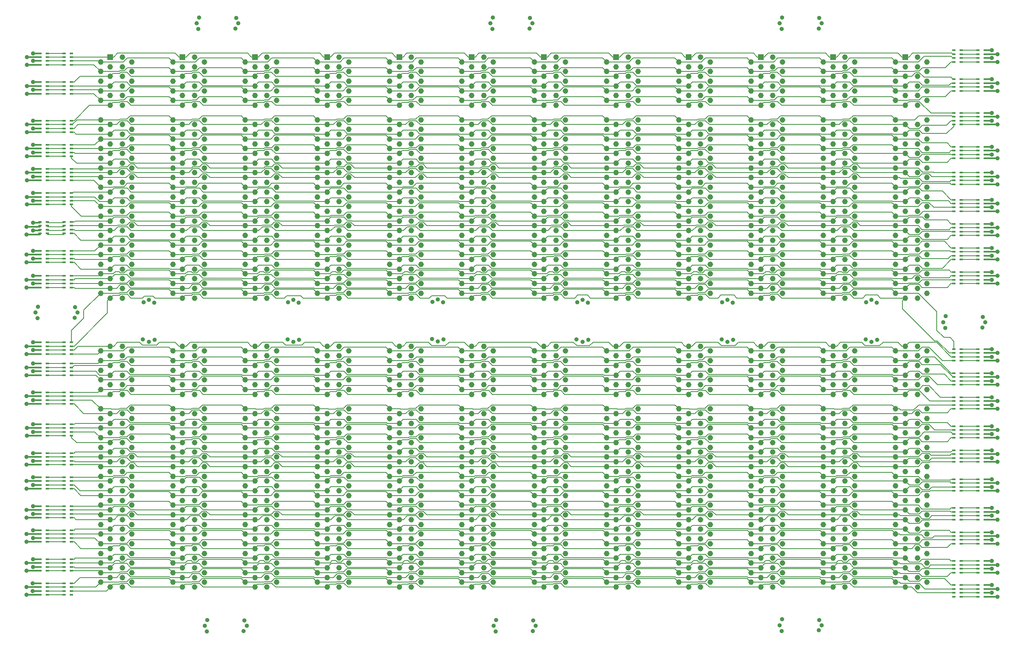
<source format=gbl>
G04 #@! TF.GenerationSoftware,KiCad,Pcbnew,(5.0.0-rc2-35-gda6600525)*
G04 #@! TF.CreationDate,2018-07-07T21:23:26-07:00*
G04 #@! TF.ProjectId,register-motherboard,72656769737465722D6D6F7468657262,rev?*
G04 #@! TF.SameCoordinates,Original*
G04 #@! TF.FileFunction,Copper,L4,Bot,Signal*
G04 #@! TF.FilePolarity,Positive*
%FSLAX46Y46*%
G04 Gerber Fmt 4.6, Leading zero omitted, Abs format (unit mm)*
G04 Created by KiCad (PCBNEW (5.0.0-rc2-35-gda6600525)) date 07/07/18 21:23:26*
%MOMM*%
%LPD*%
G01*
G04 APERTURE LIST*
G04 #@! TA.AperFunction,ComponentPad*
%ADD10C,1.150000*%
G04 #@! TD*
G04 #@! TA.AperFunction,ComponentPad*
%ADD11R,1.150000X1.150000*%
G04 #@! TD*
G04 #@! TA.AperFunction,SMDPad,CuDef*
%ADD12R,0.760000X0.430000*%
G04 #@! TD*
G04 #@! TA.AperFunction,ViaPad*
%ADD13C,0.889000*%
G04 #@! TD*
G04 #@! TA.AperFunction,Conductor*
%ADD14C,0.152400*%
G04 #@! TD*
G04 #@! TA.AperFunction,Conductor*
%ADD15C,0.304800*%
G04 #@! TD*
G04 APERTURE END LIST*
D10*
G04 #@! TO.P,P1,148*
G04 #@! TO.N,/rs1a[4]*
X236500000Y-111000000D03*
G04 #@! TO.P,P1,150*
G04 #@! TO.N,GND*
X236500000Y-113000000D03*
G04 #@! TO.P,P1,152*
G04 #@! TO.N,/rs1a[1]*
X236500000Y-115000000D03*
G04 #@! TO.P,P1,149*
G04 #@! TO.N,/rs1a[3]*
X238500000Y-112000000D03*
G04 #@! TO.P,P1,151*
G04 #@! TO.N,/rs1a[2]*
X238500000Y-114000000D03*
G04 #@! TO.P,P1,153*
G04 #@! TO.N,VCC*
X238500000Y-116000000D03*
G04 #@! TO.P,P1,50*
G04 #@! TO.N,/rd[15]*
X234000000Y-111000000D03*
G04 #@! TO.P,P1,53*
G04 #@! TO.N,/rd[13]*
X232000000Y-114000000D03*
G04 #@! TO.P,P1,52*
G04 #@! TO.N,GND*
X234000000Y-113000000D03*
G04 #@! TO.P,P1,54*
G04 #@! TO.N,/rd[12]*
X234000000Y-115000000D03*
G04 #@! TO.P,P1,51*
G04 #@! TO.N,/rd[14]*
X232000000Y-112000000D03*
G04 #@! TO.P,P1,154*
G04 #@! TO.N,/rs1a[0]*
X236500000Y-117000000D03*
G04 #@! TO.P,P1,158*
G04 #@! TO.N,/rs1[13]*
X236500000Y-121000000D03*
G04 #@! TO.P,P1,156*
G04 #@! TO.N,GND*
X236500000Y-119000000D03*
G04 #@! TO.P,P1,155*
G04 #@! TO.N,/rs1[15]*
X238500000Y-118000000D03*
G04 #@! TO.P,P1,157*
G04 #@! TO.N,/rs1[14]*
X238500000Y-120000000D03*
G04 #@! TO.P,P1,55*
G04 #@! TO.N,VCC*
X232000000Y-116000000D03*
G04 #@! TO.P,P1,57*
G04 #@! TO.N,/rd[10]*
X232000000Y-118000000D03*
G04 #@! TO.P,P1,56*
G04 #@! TO.N,/rd[11]*
X234000000Y-117000000D03*
G04 #@! TO.P,P1,58*
G04 #@! TO.N,GND*
X234000000Y-119000000D03*
G04 #@! TO.P,P1,59*
G04 #@! TO.N,/rd[9]*
X232000000Y-120000000D03*
G04 #@! TO.P,P1,60*
G04 #@! TO.N,/rd[8]*
X234000000Y-121000000D03*
G04 #@! TO.P,P1,61*
G04 #@! TO.N,/rd[7]*
X232000000Y-124000000D03*
G04 #@! TO.P,P1,65*
G04 #@! TO.N,/rd[4]*
X232000000Y-128000000D03*
G04 #@! TO.P,P1,62*
G04 #@! TO.N,/rd[6]*
X234000000Y-125000000D03*
G04 #@! TO.P,P1,64*
G04 #@! TO.N,/rd[5]*
X234000000Y-127000000D03*
G04 #@! TO.P,P1,63*
G04 #@! TO.N,GND*
X232000000Y-126000000D03*
G04 #@! TO.P,P1,162*
G04 #@! TO.N,/rs1[10]*
X236500000Y-127000000D03*
G04 #@! TO.P,P1,163*
G04 #@! TO.N,/rs1[9]*
X238500000Y-128000000D03*
G04 #@! TO.P,P1,161*
G04 #@! TO.N,GND*
X238500000Y-126000000D03*
G04 #@! TO.P,P1,159*
G04 #@! TO.N,/rs1[12]*
X238500000Y-124000000D03*
G04 #@! TO.P,P1,160*
G04 #@! TO.N,/rs1[11]*
X236500000Y-125000000D03*
G04 #@! TO.P,P1,89*
G04 #@! TO.N,/rs2[3]*
X232000000Y-152000000D03*
G04 #@! TO.P,P1,93*
G04 #@! TO.N,/rs2[0]*
X232000000Y-156000000D03*
G04 #@! TO.P,P1,91*
G04 #@! TO.N,GND*
X232000000Y-154000000D03*
G04 #@! TO.P,P1,88*
G04 #@! TO.N,VCC*
X234000000Y-151000000D03*
G04 #@! TO.P,P1,94*
G04 #@! TO.N,/nc7*
X234000000Y-157000000D03*
G04 #@! TO.P,P1,92*
G04 #@! TO.N,/rs2[1]*
X234000000Y-155000000D03*
G04 #@! TO.P,P1,90*
G04 #@! TO.N,/rs2[2]*
X234000000Y-153000000D03*
G04 #@! TO.P,P1,87*
G04 #@! TO.N,/rs2[4]*
X232000000Y-150000000D03*
G04 #@! TO.P,P1,80*
G04 #@! TO.N,GND*
X234000000Y-143000000D03*
G04 #@! TO.P,P1,85*
X232000000Y-148000000D03*
G04 #@! TO.P,P1,83*
G04 #@! TO.N,/rs2[7]*
X232000000Y-146000000D03*
G04 #@! TO.P,P1,81*
G04 #@! TO.N,/rs2[9]*
X232000000Y-144000000D03*
G04 #@! TO.P,P1,86*
G04 #@! TO.N,/rs2[5]*
X234000000Y-149000000D03*
G04 #@! TO.P,P1,82*
G04 #@! TO.N,/rs2[8]*
X234000000Y-145000000D03*
G04 #@! TO.P,P1,84*
G04 #@! TO.N,/rs2[6]*
X234000000Y-147000000D03*
G04 #@! TO.P,P1,97*
G04 #@! TO.N,/nc10*
X232000000Y-160000000D03*
G04 #@! TO.P,P1,96*
G04 #@! TO.N,/nc9*
X234000000Y-159000000D03*
G04 #@! TO.P,P1,95*
G04 #@! TO.N,/nc8*
X232000000Y-158000000D03*
G04 #@! TO.P,P1,98*
G04 #@! TO.N,/nc11*
X234000000Y-161000000D03*
G04 #@! TO.P,P1,196*
G04 #@! TO.N,/~BOOT_WR*
X236500000Y-161000000D03*
G04 #@! TO.P,P1,194*
G04 #@! TO.N,/BOOT_CLK*
X236500000Y-159000000D03*
G04 #@! TO.P,P1,195*
G04 #@! TO.N,/~BOOT_RST*
X238500000Y-160000000D03*
G04 #@! TO.P,P1,193*
G04 #@! TO.N,/~BOOT_ALU_EN*
X238500000Y-158000000D03*
G04 #@! TO.P,P1,184*
G04 #@! TO.N,/~rs1_bll*
X236500000Y-149000000D03*
G04 #@! TO.P,P1,186*
G04 #@! TO.N,VCC*
X236500000Y-151000000D03*
G04 #@! TO.P,P1,187*
G04 #@! TO.N,/~alu_oe*
X238500000Y-152000000D03*
G04 #@! TO.P,P1,185*
G04 #@! TO.N,/nc12*
X238500000Y-150000000D03*
G04 #@! TO.P,P1,192*
G04 #@! TO.N,/f[3]*
X236500000Y-157000000D03*
G04 #@! TO.P,P1,188*
G04 #@! TO.N,/f[0]*
X236500000Y-153000000D03*
G04 #@! TO.P,P1,191*
G04 #@! TO.N,/f[2]*
X238500000Y-156000000D03*
G04 #@! TO.P,P1,189*
G04 #@! TO.N,GND*
X238500000Y-154000000D03*
G04 #@! TO.P,P1,190*
G04 #@! TO.N,/f[1]*
X236500000Y-155000000D03*
G04 #@! TO.P,P1,182*
G04 #@! TO.N,/~rs1_blh*
X236500000Y-147000000D03*
G04 #@! TO.P,P1,180*
G04 #@! TO.N,/~rs2_blh*
X236500000Y-145000000D03*
G04 #@! TO.P,P1,179*
G04 #@! TO.N,/~rd_bll*
X238500000Y-144000000D03*
G04 #@! TO.P,P1,178*
G04 #@! TO.N,GND*
X236500000Y-143000000D03*
G04 #@! TO.P,P1,181*
G04 #@! TO.N,/~rs2_bll*
X238500000Y-146000000D03*
G04 #@! TO.P,P1,183*
G04 #@! TO.N,GND*
X238500000Y-148000000D03*
G04 #@! TO.P,P1,174*
G04 #@! TO.N,/rs1[1]*
X236500000Y-139000000D03*
G04 #@! TO.P,P1,177*
G04 #@! TO.N,/~rd_blh*
X238500000Y-142000000D03*
G04 #@! TO.P,P1,176*
G04 #@! TO.N,/rs1[0]*
X236500000Y-141000000D03*
G04 #@! TO.P,P1,175*
G04 #@! TO.N,VCC*
X238500000Y-140000000D03*
G04 #@! TO.P,P1,173*
G04 #@! TO.N,/rs1[2]*
X238500000Y-138000000D03*
G04 #@! TO.P,P1,171*
G04 #@! TO.N,/rs1[3]*
X238500000Y-136000000D03*
G04 #@! TO.P,P1,79*
G04 #@! TO.N,/rs2[10]*
X232000000Y-142000000D03*
G04 #@! TO.P,P1,75*
G04 #@! TO.N,/rs2[13]*
X232000000Y-138000000D03*
G04 #@! TO.P,P1,73*
G04 #@! TO.N,/rs2[14]*
X232000000Y-136000000D03*
G04 #@! TO.P,P1,78*
G04 #@! TO.N,/rs2[11]*
X234000000Y-141000000D03*
G04 #@! TO.P,P1,76*
G04 #@! TO.N,/rs2[12]*
X234000000Y-139000000D03*
G04 #@! TO.P,P1,77*
G04 #@! TO.N,VCC*
X232000000Y-140000000D03*
G04 #@! TO.P,P1,72*
G04 #@! TO.N,/rs2[15]*
X234000000Y-135000000D03*
G04 #@! TO.P,P1,74*
G04 #@! TO.N,GND*
X234000000Y-137000000D03*
G04 #@! TO.P,P1,172*
X236500000Y-137000000D03*
G04 #@! TO.P,P1,170*
G04 #@! TO.N,/rs1[4]*
X236500000Y-135000000D03*
G04 #@! TO.P,P1,169*
G04 #@! TO.N,/rs1[5]*
X238500000Y-134000000D03*
G04 #@! TO.P,P1,70*
G04 #@! TO.N,/rd[1]*
X234000000Y-133000000D03*
G04 #@! TO.P,P1,71*
G04 #@! TO.N,/rd[0]*
X232000000Y-134000000D03*
G04 #@! TO.P,P1,69*
G04 #@! TO.N,GND*
X232000000Y-132000000D03*
G04 #@! TO.P,P1,67*
G04 #@! TO.N,/rd[3]*
X232000000Y-130000000D03*
G04 #@! TO.P,P1,68*
G04 #@! TO.N,/rd[2]*
X234000000Y-131000000D03*
G04 #@! TO.P,P1,66*
G04 #@! TO.N,VCC*
X234000000Y-129000000D03*
G04 #@! TO.P,P1,168*
G04 #@! TO.N,/rs1[6]*
X236500000Y-133000000D03*
G04 #@! TO.P,P1,166*
G04 #@! TO.N,/rs1[7]*
X236500000Y-131000000D03*
G04 #@! TO.P,P1,167*
G04 #@! TO.N,GND*
X238500000Y-132000000D03*
G04 #@! TO.P,P1,165*
G04 #@! TO.N,/rs1[8]*
X238500000Y-130000000D03*
G04 #@! TO.P,P1,164*
G04 #@! TO.N,VCC*
X236500000Y-129000000D03*
D11*
G04 #@! TO.P,P1,1*
G04 #@! TO.N,/rd[31]*
X234000000Y-51000000D03*
D10*
G04 #@! TO.P,P1,99*
G04 #@! TO.N,/rs1[31]*
X236500000Y-51000000D03*
G04 #@! TO.P,P1,2*
G04 #@! TO.N,/rd[30]*
X232000000Y-52000000D03*
G04 #@! TO.P,P1,4*
G04 #@! TO.N,/rd[29]*
X232000000Y-54000000D03*
G04 #@! TO.P,P1,6*
G04 #@! TO.N,VCC*
X232000000Y-56000000D03*
G04 #@! TO.P,P1,8*
G04 #@! TO.N,/rd[26]*
X232000000Y-58000000D03*
G04 #@! TO.P,P1,3*
G04 #@! TO.N,GND*
X234000000Y-53000000D03*
G04 #@! TO.P,P1,5*
G04 #@! TO.N,/rd[28]*
X234000000Y-55000000D03*
G04 #@! TO.P,P1,7*
G04 #@! TO.N,/rd[27]*
X234000000Y-57000000D03*
G04 #@! TO.P,P1,9*
G04 #@! TO.N,GND*
X234000000Y-59000000D03*
G04 #@! TO.P,P1,101*
X236500000Y-53000000D03*
G04 #@! TO.P,P1,103*
G04 #@! TO.N,/rs1[28]*
X236500000Y-55000000D03*
G04 #@! TO.P,P1,105*
G04 #@! TO.N,/rs1[27]*
X236500000Y-57000000D03*
G04 #@! TO.P,P1,107*
G04 #@! TO.N,GND*
X236500000Y-59000000D03*
G04 #@! TO.P,P1,100*
G04 #@! TO.N,/rs1[30]*
X238500000Y-52000000D03*
G04 #@! TO.P,P1,102*
G04 #@! TO.N,/rs1[29]*
X238500000Y-54000000D03*
G04 #@! TO.P,P1,104*
G04 #@! TO.N,VCC*
X238500000Y-56000000D03*
G04 #@! TO.P,P1,106*
G04 #@! TO.N,/rs1[26]*
X238500000Y-58000000D03*
G04 #@! TO.P,P1,10*
G04 #@! TO.N,/rd[25]*
X232000000Y-60000000D03*
G04 #@! TO.P,P1,108*
G04 #@! TO.N,/rs1[25]*
X238500000Y-60000000D03*
G04 #@! TO.P,P1,11*
G04 #@! TO.N,/rd[24]*
X234000000Y-61000000D03*
G04 #@! TO.P,P1,109*
G04 #@! TO.N,/rs1[24]*
X236500000Y-61000000D03*
G04 #@! TO.P,P1,48*
G04 #@! TO.N,/rda[3]*
X232000000Y-100000000D03*
G04 #@! TO.P,P1,40*
G04 #@! TO.N,/rs2[19]*
X232000000Y-92000000D03*
G04 #@! TO.P,P1,38*
G04 #@! TO.N,/rs2[20]*
X232000000Y-90000000D03*
G04 #@! TO.P,P1,42*
G04 #@! TO.N,GND*
X232000000Y-94000000D03*
G04 #@! TO.P,P1,44*
G04 #@! TO.N,/rs2[16]*
X232000000Y-96000000D03*
G04 #@! TO.P,P1,46*
G04 #@! TO.N,/rda[1]*
X232000000Y-98000000D03*
G04 #@! TO.P,P1,36*
G04 #@! TO.N,GND*
X232000000Y-88000000D03*
G04 #@! TO.P,P1,34*
G04 #@! TO.N,/rs2[23]*
X232000000Y-86000000D03*
G04 #@! TO.P,P1,12*
G04 #@! TO.N,/rd[23]*
X232000000Y-64000000D03*
G04 #@! TO.P,P1,14*
G04 #@! TO.N,GND*
X232000000Y-66000000D03*
G04 #@! TO.P,P1,16*
G04 #@! TO.N,/rd[20]*
X232000000Y-68000000D03*
G04 #@! TO.P,P1,30*
G04 #@! TO.N,/rs2[26]*
X232000000Y-82000000D03*
G04 #@! TO.P,P1,28*
G04 #@! TO.N,VCC*
X232000000Y-80000000D03*
G04 #@! TO.P,P1,32*
G04 #@! TO.N,/rs2[25]*
X232000000Y-84000000D03*
G04 #@! TO.P,P1,22*
G04 #@! TO.N,/rd[16]*
X232000000Y-74000000D03*
G04 #@! TO.P,P1,20*
G04 #@! TO.N,GND*
X232000000Y-72000000D03*
G04 #@! TO.P,P1,18*
G04 #@! TO.N,/rd[19]*
X232000000Y-70000000D03*
G04 #@! TO.P,P1,26*
G04 #@! TO.N,/rs2[29]*
X232000000Y-78000000D03*
G04 #@! TO.P,P1,24*
G04 #@! TO.N,/rs2[30]*
X232000000Y-76000000D03*
G04 #@! TO.P,P1,39*
G04 #@! TO.N,VCC*
X234000000Y-91000000D03*
G04 #@! TO.P,P1,37*
G04 #@! TO.N,/rs2[21]*
X234000000Y-89000000D03*
G04 #@! TO.P,P1,41*
G04 #@! TO.N,/rs2[18]*
X234000000Y-93000000D03*
G04 #@! TO.P,P1,29*
G04 #@! TO.N,/rs2[27]*
X234000000Y-81000000D03*
G04 #@! TO.P,P1,27*
G04 #@! TO.N,/rs2[28]*
X234000000Y-79000000D03*
G04 #@! TO.P,P1,31*
G04 #@! TO.N,GND*
X234000000Y-83000000D03*
G04 #@! TO.P,P1,19*
G04 #@! TO.N,/rd[18]*
X234000000Y-71000000D03*
G04 #@! TO.P,P1,17*
G04 #@! TO.N,VCC*
X234000000Y-69000000D03*
G04 #@! TO.P,P1,21*
G04 #@! TO.N,/rd[17]*
X234000000Y-73000000D03*
G04 #@! TO.P,P1,47*
G04 #@! TO.N,/rda[2]*
X234000000Y-99000000D03*
G04 #@! TO.P,P1,45*
G04 #@! TO.N,/rda[0]*
X234000000Y-97000000D03*
G04 #@! TO.P,P1,43*
G04 #@! TO.N,/rs2[17]*
X234000000Y-95000000D03*
G04 #@! TO.P,P1,49*
G04 #@! TO.N,/rda[4]*
X234000000Y-101000000D03*
G04 #@! TO.P,P1,33*
G04 #@! TO.N,/rs2[24]*
X234000000Y-85000000D03*
G04 #@! TO.P,P1,35*
G04 #@! TO.N,/rs2[22]*
X234000000Y-87000000D03*
G04 #@! TO.P,P1,23*
G04 #@! TO.N,/rs2[31]*
X234000000Y-75000000D03*
G04 #@! TO.P,P1,25*
G04 #@! TO.N,GND*
X234000000Y-77000000D03*
G04 #@! TO.P,P1,13*
G04 #@! TO.N,/rd[22]*
X234000000Y-65000000D03*
G04 #@! TO.P,P1,15*
G04 #@! TO.N,/rd[21]*
X234000000Y-67000000D03*
G04 #@! TO.P,P1,147*
G04 #@! TO.N,/rs2a[0]*
X236500000Y-101000000D03*
G04 #@! TO.P,P1,143*
G04 #@! TO.N,/rs2a[4]*
X236500000Y-97000000D03*
G04 #@! TO.P,P1,141*
G04 #@! TO.N,/nc5*
X236500000Y-95000000D03*
G04 #@! TO.P,P1,145*
G04 #@! TO.N,/rs2a[2]*
X236500000Y-99000000D03*
G04 #@! TO.P,P1,139*
G04 #@! TO.N,/nc4*
X236500000Y-93000000D03*
G04 #@! TO.P,P1,135*
G04 #@! TO.N,/nc1*
X236500000Y-89000000D03*
G04 #@! TO.P,P1,133*
G04 #@! TO.N,/nc0*
X236500000Y-87000000D03*
G04 #@! TO.P,P1,131*
G04 #@! TO.N,/~rs1_bhl*
X236500000Y-85000000D03*
G04 #@! TO.P,P1,137*
G04 #@! TO.N,VCC*
X236500000Y-91000000D03*
G04 #@! TO.P,P1,129*
G04 #@! TO.N,GND*
X236500000Y-83000000D03*
G04 #@! TO.P,P1,125*
G04 #@! TO.N,/~rs2_bhh*
X236500000Y-79000000D03*
G04 #@! TO.P,P1,123*
G04 #@! TO.N,GND*
X236500000Y-77000000D03*
G04 #@! TO.P,P1,121*
G04 #@! TO.N,/~rd_bhh*
X236500000Y-75000000D03*
G04 #@! TO.P,P1,127*
G04 #@! TO.N,/~rs2_bhl*
X236500000Y-81000000D03*
G04 #@! TO.P,P1,119*
G04 #@! TO.N,/rs1[17]*
X236500000Y-73000000D03*
G04 #@! TO.P,P1,115*
G04 #@! TO.N,VCC*
X236500000Y-69000000D03*
G04 #@! TO.P,P1,113*
G04 #@! TO.N,/rs1[21]*
X236500000Y-67000000D03*
G04 #@! TO.P,P1,111*
G04 #@! TO.N,/rs1[22]*
X236500000Y-65000000D03*
G04 #@! TO.P,P1,117*
G04 #@! TO.N,/rs1[18]*
X236500000Y-71000000D03*
G04 #@! TO.P,P1,146*
G04 #@! TO.N,/rs2a[1]*
X238500000Y-100000000D03*
G04 #@! TO.P,P1,144*
G04 #@! TO.N,/rs2a[3]*
X238500000Y-98000000D03*
G04 #@! TO.P,P1,142*
G04 #@! TO.N,/nc6*
X238500000Y-96000000D03*
G04 #@! TO.P,P1,140*
G04 #@! TO.N,GND*
X238500000Y-94000000D03*
G04 #@! TO.P,P1,138*
G04 #@! TO.N,/nc3*
X238500000Y-92000000D03*
G04 #@! TO.P,P1,136*
G04 #@! TO.N,/nc2*
X238500000Y-90000000D03*
G04 #@! TO.P,P1,134*
G04 #@! TO.N,GND*
X238500000Y-88000000D03*
G04 #@! TO.P,P1,132*
G04 #@! TO.N,/~rs1_rd*
X238500000Y-86000000D03*
G04 #@! TO.P,P1,130*
G04 #@! TO.N,/~rs1_bhh*
X238500000Y-84000000D03*
G04 #@! TO.P,P1,128*
G04 #@! TO.N,/~rs2_rd*
X238500000Y-82000000D03*
G04 #@! TO.P,P1,126*
G04 #@! TO.N,VCC*
X238500000Y-80000000D03*
G04 #@! TO.P,P1,124*
G04 #@! TO.N,/~rd_wr*
X238500000Y-78000000D03*
G04 #@! TO.P,P1,122*
G04 #@! TO.N,/~rd_bhl*
X238500000Y-76000000D03*
G04 #@! TO.P,P1,120*
G04 #@! TO.N,/rs1[16]*
X238500000Y-74000000D03*
G04 #@! TO.P,P1,118*
G04 #@! TO.N,GND*
X238500000Y-72000000D03*
G04 #@! TO.P,P1,116*
G04 #@! TO.N,/rs1[19]*
X238500000Y-70000000D03*
G04 #@! TO.P,P1,114*
G04 #@! TO.N,/rs1[20]*
X238500000Y-68000000D03*
G04 #@! TO.P,P1,112*
G04 #@! TO.N,GND*
X238500000Y-66000000D03*
G04 #@! TO.P,P1,110*
G04 #@! TO.N,/rs1[23]*
X238500000Y-64000000D03*
G04 #@! TD*
G04 #@! TO.P,P2,110*
G04 #@! TO.N,/rs1[23]*
X223500000Y-64000000D03*
G04 #@! TO.P,P2,112*
G04 #@! TO.N,GND*
X223500000Y-66000000D03*
G04 #@! TO.P,P2,114*
G04 #@! TO.N,/rs1[20]*
X223500000Y-68000000D03*
G04 #@! TO.P,P2,116*
G04 #@! TO.N,/rs1[19]*
X223500000Y-70000000D03*
G04 #@! TO.P,P2,118*
G04 #@! TO.N,GND*
X223500000Y-72000000D03*
G04 #@! TO.P,P2,120*
G04 #@! TO.N,/rs1[16]*
X223500000Y-74000000D03*
G04 #@! TO.P,P2,122*
G04 #@! TO.N,/~rd_bhl*
X223500000Y-76000000D03*
G04 #@! TO.P,P2,124*
G04 #@! TO.N,/~rd_wr*
X223500000Y-78000000D03*
G04 #@! TO.P,P2,126*
G04 #@! TO.N,VCC*
X223500000Y-80000000D03*
G04 #@! TO.P,P2,128*
G04 #@! TO.N,/~rs2_rd*
X223500000Y-82000000D03*
G04 #@! TO.P,P2,130*
G04 #@! TO.N,/~rs1_bhh*
X223500000Y-84000000D03*
G04 #@! TO.P,P2,132*
G04 #@! TO.N,/~rs1_rd*
X223500000Y-86000000D03*
G04 #@! TO.P,P2,134*
G04 #@! TO.N,GND*
X223500000Y-88000000D03*
G04 #@! TO.P,P2,136*
G04 #@! TO.N,/nc2*
X223500000Y-90000000D03*
G04 #@! TO.P,P2,138*
G04 #@! TO.N,/nc3*
X223500000Y-92000000D03*
G04 #@! TO.P,P2,140*
G04 #@! TO.N,GND*
X223500000Y-94000000D03*
G04 #@! TO.P,P2,142*
G04 #@! TO.N,/nc6*
X223500000Y-96000000D03*
G04 #@! TO.P,P2,144*
G04 #@! TO.N,/rs2a[3]*
X223500000Y-98000000D03*
G04 #@! TO.P,P2,146*
G04 #@! TO.N,/rs2a[1]*
X223500000Y-100000000D03*
G04 #@! TO.P,P2,117*
G04 #@! TO.N,/rs1[18]*
X221500000Y-71000000D03*
G04 #@! TO.P,P2,111*
G04 #@! TO.N,/rs1[22]*
X221500000Y-65000000D03*
G04 #@! TO.P,P2,113*
G04 #@! TO.N,/rs1[21]*
X221500000Y-67000000D03*
G04 #@! TO.P,P2,115*
G04 #@! TO.N,VCC*
X221500000Y-69000000D03*
G04 #@! TO.P,P2,119*
G04 #@! TO.N,/rs1[17]*
X221500000Y-73000000D03*
G04 #@! TO.P,P2,127*
G04 #@! TO.N,/~rs2_bhl*
X221500000Y-81000000D03*
G04 #@! TO.P,P2,121*
G04 #@! TO.N,/~rd_bhh*
X221500000Y-75000000D03*
G04 #@! TO.P,P2,123*
G04 #@! TO.N,GND*
X221500000Y-77000000D03*
G04 #@! TO.P,P2,125*
G04 #@! TO.N,/~rs2_bhh*
X221500000Y-79000000D03*
G04 #@! TO.P,P2,129*
G04 #@! TO.N,GND*
X221500000Y-83000000D03*
G04 #@! TO.P,P2,137*
G04 #@! TO.N,VCC*
X221500000Y-91000000D03*
G04 #@! TO.P,P2,131*
G04 #@! TO.N,/~rs1_bhl*
X221500000Y-85000000D03*
G04 #@! TO.P,P2,133*
G04 #@! TO.N,/nc0*
X221500000Y-87000000D03*
G04 #@! TO.P,P2,135*
G04 #@! TO.N,/nc1*
X221500000Y-89000000D03*
G04 #@! TO.P,P2,139*
G04 #@! TO.N,/nc4*
X221500000Y-93000000D03*
G04 #@! TO.P,P2,145*
G04 #@! TO.N,/rs2a[2]*
X221500000Y-99000000D03*
G04 #@! TO.P,P2,141*
G04 #@! TO.N,/nc5*
X221500000Y-95000000D03*
G04 #@! TO.P,P2,143*
G04 #@! TO.N,/rs2a[4]*
X221500000Y-97000000D03*
G04 #@! TO.P,P2,147*
G04 #@! TO.N,/rs2a[0]*
X221500000Y-101000000D03*
G04 #@! TO.P,P2,15*
G04 #@! TO.N,/rd[21]*
X219000000Y-67000000D03*
G04 #@! TO.P,P2,13*
G04 #@! TO.N,/rd[22]*
X219000000Y-65000000D03*
G04 #@! TO.P,P2,25*
G04 #@! TO.N,GND*
X219000000Y-77000000D03*
G04 #@! TO.P,P2,23*
G04 #@! TO.N,/rs2[31]*
X219000000Y-75000000D03*
G04 #@! TO.P,P2,35*
G04 #@! TO.N,/rs2[22]*
X219000000Y-87000000D03*
G04 #@! TO.P,P2,33*
G04 #@! TO.N,/rs2[24]*
X219000000Y-85000000D03*
G04 #@! TO.P,P2,49*
G04 #@! TO.N,/rda[4]*
X219000000Y-101000000D03*
G04 #@! TO.P,P2,43*
G04 #@! TO.N,/rs2[17]*
X219000000Y-95000000D03*
G04 #@! TO.P,P2,45*
G04 #@! TO.N,/rda[0]*
X219000000Y-97000000D03*
G04 #@! TO.P,P2,47*
G04 #@! TO.N,/rda[2]*
X219000000Y-99000000D03*
G04 #@! TO.P,P2,21*
G04 #@! TO.N,/rd[17]*
X219000000Y-73000000D03*
G04 #@! TO.P,P2,17*
G04 #@! TO.N,VCC*
X219000000Y-69000000D03*
G04 #@! TO.P,P2,19*
G04 #@! TO.N,/rd[18]*
X219000000Y-71000000D03*
G04 #@! TO.P,P2,31*
G04 #@! TO.N,GND*
X219000000Y-83000000D03*
G04 #@! TO.P,P2,27*
G04 #@! TO.N,/rs2[28]*
X219000000Y-79000000D03*
G04 #@! TO.P,P2,29*
G04 #@! TO.N,/rs2[27]*
X219000000Y-81000000D03*
G04 #@! TO.P,P2,41*
G04 #@! TO.N,/rs2[18]*
X219000000Y-93000000D03*
G04 #@! TO.P,P2,37*
G04 #@! TO.N,/rs2[21]*
X219000000Y-89000000D03*
G04 #@! TO.P,P2,39*
G04 #@! TO.N,VCC*
X219000000Y-91000000D03*
G04 #@! TO.P,P2,24*
G04 #@! TO.N,/rs2[30]*
X217000000Y-76000000D03*
G04 #@! TO.P,P2,26*
G04 #@! TO.N,/rs2[29]*
X217000000Y-78000000D03*
G04 #@! TO.P,P2,18*
G04 #@! TO.N,/rd[19]*
X217000000Y-70000000D03*
G04 #@! TO.P,P2,20*
G04 #@! TO.N,GND*
X217000000Y-72000000D03*
G04 #@! TO.P,P2,22*
G04 #@! TO.N,/rd[16]*
X217000000Y-74000000D03*
G04 #@! TO.P,P2,32*
G04 #@! TO.N,/rs2[25]*
X217000000Y-84000000D03*
G04 #@! TO.P,P2,28*
G04 #@! TO.N,VCC*
X217000000Y-80000000D03*
G04 #@! TO.P,P2,30*
G04 #@! TO.N,/rs2[26]*
X217000000Y-82000000D03*
G04 #@! TO.P,P2,16*
G04 #@! TO.N,/rd[20]*
X217000000Y-68000000D03*
G04 #@! TO.P,P2,14*
G04 #@! TO.N,GND*
X217000000Y-66000000D03*
G04 #@! TO.P,P2,12*
G04 #@! TO.N,/rd[23]*
X217000000Y-64000000D03*
G04 #@! TO.P,P2,34*
G04 #@! TO.N,/rs2[23]*
X217000000Y-86000000D03*
G04 #@! TO.P,P2,36*
G04 #@! TO.N,GND*
X217000000Y-88000000D03*
G04 #@! TO.P,P2,46*
G04 #@! TO.N,/rda[1]*
X217000000Y-98000000D03*
G04 #@! TO.P,P2,44*
G04 #@! TO.N,/rs2[16]*
X217000000Y-96000000D03*
G04 #@! TO.P,P2,42*
G04 #@! TO.N,GND*
X217000000Y-94000000D03*
G04 #@! TO.P,P2,38*
G04 #@! TO.N,/rs2[20]*
X217000000Y-90000000D03*
G04 #@! TO.P,P2,40*
G04 #@! TO.N,/rs2[19]*
X217000000Y-92000000D03*
G04 #@! TO.P,P2,48*
G04 #@! TO.N,/rda[3]*
X217000000Y-100000000D03*
G04 #@! TO.P,P2,109*
G04 #@! TO.N,/rs1[24]*
X221500000Y-61000000D03*
G04 #@! TO.P,P2,11*
G04 #@! TO.N,/rd[24]*
X219000000Y-61000000D03*
G04 #@! TO.P,P2,108*
G04 #@! TO.N,/rs1[25]*
X223500000Y-60000000D03*
G04 #@! TO.P,P2,10*
G04 #@! TO.N,/rd[25]*
X217000000Y-60000000D03*
G04 #@! TO.P,P2,106*
G04 #@! TO.N,/rs1[26]*
X223500000Y-58000000D03*
G04 #@! TO.P,P2,104*
G04 #@! TO.N,VCC*
X223500000Y-56000000D03*
G04 #@! TO.P,P2,102*
G04 #@! TO.N,/rs1[29]*
X223500000Y-54000000D03*
G04 #@! TO.P,P2,100*
G04 #@! TO.N,/rs1[30]*
X223500000Y-52000000D03*
G04 #@! TO.P,P2,107*
G04 #@! TO.N,GND*
X221500000Y-59000000D03*
G04 #@! TO.P,P2,105*
G04 #@! TO.N,/rs1[27]*
X221500000Y-57000000D03*
G04 #@! TO.P,P2,103*
G04 #@! TO.N,/rs1[28]*
X221500000Y-55000000D03*
G04 #@! TO.P,P2,101*
G04 #@! TO.N,GND*
X221500000Y-53000000D03*
G04 #@! TO.P,P2,9*
X219000000Y-59000000D03*
G04 #@! TO.P,P2,7*
G04 #@! TO.N,/rd[27]*
X219000000Y-57000000D03*
G04 #@! TO.P,P2,5*
G04 #@! TO.N,/rd[28]*
X219000000Y-55000000D03*
G04 #@! TO.P,P2,3*
G04 #@! TO.N,GND*
X219000000Y-53000000D03*
G04 #@! TO.P,P2,8*
G04 #@! TO.N,/rd[26]*
X217000000Y-58000000D03*
G04 #@! TO.P,P2,6*
G04 #@! TO.N,VCC*
X217000000Y-56000000D03*
G04 #@! TO.P,P2,4*
G04 #@! TO.N,/rd[29]*
X217000000Y-54000000D03*
G04 #@! TO.P,P2,2*
G04 #@! TO.N,/rd[30]*
X217000000Y-52000000D03*
G04 #@! TO.P,P2,99*
G04 #@! TO.N,/rs1[31]*
X221500000Y-51000000D03*
D11*
G04 #@! TO.P,P2,1*
G04 #@! TO.N,/rd[31]*
X219000000Y-51000000D03*
D10*
G04 #@! TO.P,P2,164*
G04 #@! TO.N,VCC*
X221500000Y-129000000D03*
G04 #@! TO.P,P2,165*
G04 #@! TO.N,/rs1[8]*
X223500000Y-130000000D03*
G04 #@! TO.P,P2,167*
G04 #@! TO.N,GND*
X223500000Y-132000000D03*
G04 #@! TO.P,P2,166*
G04 #@! TO.N,/rs1[7]*
X221500000Y-131000000D03*
G04 #@! TO.P,P2,168*
G04 #@! TO.N,/rs1[6]*
X221500000Y-133000000D03*
G04 #@! TO.P,P2,66*
G04 #@! TO.N,VCC*
X219000000Y-129000000D03*
G04 #@! TO.P,P2,68*
G04 #@! TO.N,/rd[2]*
X219000000Y-131000000D03*
G04 #@! TO.P,P2,67*
G04 #@! TO.N,/rd[3]*
X217000000Y-130000000D03*
G04 #@! TO.P,P2,69*
G04 #@! TO.N,GND*
X217000000Y-132000000D03*
G04 #@! TO.P,P2,71*
G04 #@! TO.N,/rd[0]*
X217000000Y-134000000D03*
G04 #@! TO.P,P2,70*
G04 #@! TO.N,/rd[1]*
X219000000Y-133000000D03*
G04 #@! TO.P,P2,169*
G04 #@! TO.N,/rs1[5]*
X223500000Y-134000000D03*
G04 #@! TO.P,P2,170*
G04 #@! TO.N,/rs1[4]*
X221500000Y-135000000D03*
G04 #@! TO.P,P2,172*
G04 #@! TO.N,GND*
X221500000Y-137000000D03*
G04 #@! TO.P,P2,74*
X219000000Y-137000000D03*
G04 #@! TO.P,P2,72*
G04 #@! TO.N,/rs2[15]*
X219000000Y-135000000D03*
G04 #@! TO.P,P2,77*
G04 #@! TO.N,VCC*
X217000000Y-140000000D03*
G04 #@! TO.P,P2,76*
G04 #@! TO.N,/rs2[12]*
X219000000Y-139000000D03*
G04 #@! TO.P,P2,78*
G04 #@! TO.N,/rs2[11]*
X219000000Y-141000000D03*
G04 #@! TO.P,P2,73*
G04 #@! TO.N,/rs2[14]*
X217000000Y-136000000D03*
G04 #@! TO.P,P2,75*
G04 #@! TO.N,/rs2[13]*
X217000000Y-138000000D03*
G04 #@! TO.P,P2,79*
G04 #@! TO.N,/rs2[10]*
X217000000Y-142000000D03*
G04 #@! TO.P,P2,171*
G04 #@! TO.N,/rs1[3]*
X223500000Y-136000000D03*
G04 #@! TO.P,P2,173*
G04 #@! TO.N,/rs1[2]*
X223500000Y-138000000D03*
G04 #@! TO.P,P2,175*
G04 #@! TO.N,VCC*
X223500000Y-140000000D03*
G04 #@! TO.P,P2,176*
G04 #@! TO.N,/rs1[0]*
X221500000Y-141000000D03*
G04 #@! TO.P,P2,177*
G04 #@! TO.N,/~rd_blh*
X223500000Y-142000000D03*
G04 #@! TO.P,P2,174*
G04 #@! TO.N,/rs1[1]*
X221500000Y-139000000D03*
G04 #@! TO.P,P2,183*
G04 #@! TO.N,GND*
X223500000Y-148000000D03*
G04 #@! TO.P,P2,181*
G04 #@! TO.N,/~rs2_bll*
X223500000Y-146000000D03*
G04 #@! TO.P,P2,178*
G04 #@! TO.N,GND*
X221500000Y-143000000D03*
G04 #@! TO.P,P2,179*
G04 #@! TO.N,/~rd_bll*
X223500000Y-144000000D03*
G04 #@! TO.P,P2,180*
G04 #@! TO.N,/~rs2_blh*
X221500000Y-145000000D03*
G04 #@! TO.P,P2,182*
G04 #@! TO.N,/~rs1_blh*
X221500000Y-147000000D03*
G04 #@! TO.P,P2,190*
G04 #@! TO.N,/f[1]*
X221500000Y-155000000D03*
G04 #@! TO.P,P2,189*
G04 #@! TO.N,GND*
X223500000Y-154000000D03*
G04 #@! TO.P,P2,191*
G04 #@! TO.N,/f[2]*
X223500000Y-156000000D03*
G04 #@! TO.P,P2,188*
G04 #@! TO.N,/f[0]*
X221500000Y-153000000D03*
G04 #@! TO.P,P2,192*
G04 #@! TO.N,/f[3]*
X221500000Y-157000000D03*
G04 #@! TO.P,P2,185*
G04 #@! TO.N,/nc12*
X223500000Y-150000000D03*
G04 #@! TO.P,P2,187*
G04 #@! TO.N,/~alu_oe*
X223500000Y-152000000D03*
G04 #@! TO.P,P2,186*
G04 #@! TO.N,VCC*
X221500000Y-151000000D03*
G04 #@! TO.P,P2,184*
G04 #@! TO.N,/~rs1_bll*
X221500000Y-149000000D03*
G04 #@! TO.P,P2,193*
G04 #@! TO.N,/~BOOT_ALU_EN*
X223500000Y-158000000D03*
G04 #@! TO.P,P2,195*
G04 #@! TO.N,/~BOOT_RST*
X223500000Y-160000000D03*
G04 #@! TO.P,P2,194*
G04 #@! TO.N,/BOOT_CLK*
X221500000Y-159000000D03*
G04 #@! TO.P,P2,196*
G04 #@! TO.N,/~BOOT_WR*
X221500000Y-161000000D03*
G04 #@! TO.P,P2,98*
G04 #@! TO.N,/nc11*
X219000000Y-161000000D03*
G04 #@! TO.P,P2,95*
G04 #@! TO.N,/nc8*
X217000000Y-158000000D03*
G04 #@! TO.P,P2,96*
G04 #@! TO.N,/nc9*
X219000000Y-159000000D03*
G04 #@! TO.P,P2,97*
G04 #@! TO.N,/nc10*
X217000000Y-160000000D03*
G04 #@! TO.P,P2,84*
G04 #@! TO.N,/rs2[6]*
X219000000Y-147000000D03*
G04 #@! TO.P,P2,82*
G04 #@! TO.N,/rs2[8]*
X219000000Y-145000000D03*
G04 #@! TO.P,P2,86*
G04 #@! TO.N,/rs2[5]*
X219000000Y-149000000D03*
G04 #@! TO.P,P2,81*
G04 #@! TO.N,/rs2[9]*
X217000000Y-144000000D03*
G04 #@! TO.P,P2,83*
G04 #@! TO.N,/rs2[7]*
X217000000Y-146000000D03*
G04 #@! TO.P,P2,85*
G04 #@! TO.N,GND*
X217000000Y-148000000D03*
G04 #@! TO.P,P2,80*
X219000000Y-143000000D03*
G04 #@! TO.P,P2,87*
G04 #@! TO.N,/rs2[4]*
X217000000Y-150000000D03*
G04 #@! TO.P,P2,90*
G04 #@! TO.N,/rs2[2]*
X219000000Y-153000000D03*
G04 #@! TO.P,P2,92*
G04 #@! TO.N,/rs2[1]*
X219000000Y-155000000D03*
G04 #@! TO.P,P2,94*
G04 #@! TO.N,/nc7*
X219000000Y-157000000D03*
G04 #@! TO.P,P2,88*
G04 #@! TO.N,VCC*
X219000000Y-151000000D03*
G04 #@! TO.P,P2,91*
G04 #@! TO.N,GND*
X217000000Y-154000000D03*
G04 #@! TO.P,P2,93*
G04 #@! TO.N,/rs2[0]*
X217000000Y-156000000D03*
G04 #@! TO.P,P2,89*
G04 #@! TO.N,/rs2[3]*
X217000000Y-152000000D03*
G04 #@! TO.P,P2,160*
G04 #@! TO.N,/rs1[11]*
X221500000Y-125000000D03*
G04 #@! TO.P,P2,159*
G04 #@! TO.N,/rs1[12]*
X223500000Y-124000000D03*
G04 #@! TO.P,P2,161*
G04 #@! TO.N,GND*
X223500000Y-126000000D03*
G04 #@! TO.P,P2,163*
G04 #@! TO.N,/rs1[9]*
X223500000Y-128000000D03*
G04 #@! TO.P,P2,162*
G04 #@! TO.N,/rs1[10]*
X221500000Y-127000000D03*
G04 #@! TO.P,P2,63*
G04 #@! TO.N,GND*
X217000000Y-126000000D03*
G04 #@! TO.P,P2,64*
G04 #@! TO.N,/rd[5]*
X219000000Y-127000000D03*
G04 #@! TO.P,P2,62*
G04 #@! TO.N,/rd[6]*
X219000000Y-125000000D03*
G04 #@! TO.P,P2,65*
G04 #@! TO.N,/rd[4]*
X217000000Y-128000000D03*
G04 #@! TO.P,P2,61*
G04 #@! TO.N,/rd[7]*
X217000000Y-124000000D03*
G04 #@! TO.P,P2,60*
G04 #@! TO.N,/rd[8]*
X219000000Y-121000000D03*
G04 #@! TO.P,P2,59*
G04 #@! TO.N,/rd[9]*
X217000000Y-120000000D03*
G04 #@! TO.P,P2,58*
G04 #@! TO.N,GND*
X219000000Y-119000000D03*
G04 #@! TO.P,P2,56*
G04 #@! TO.N,/rd[11]*
X219000000Y-117000000D03*
G04 #@! TO.P,P2,57*
G04 #@! TO.N,/rd[10]*
X217000000Y-118000000D03*
G04 #@! TO.P,P2,55*
G04 #@! TO.N,VCC*
X217000000Y-116000000D03*
G04 #@! TO.P,P2,157*
G04 #@! TO.N,/rs1[14]*
X223500000Y-120000000D03*
G04 #@! TO.P,P2,155*
G04 #@! TO.N,/rs1[15]*
X223500000Y-118000000D03*
G04 #@! TO.P,P2,156*
G04 #@! TO.N,GND*
X221500000Y-119000000D03*
G04 #@! TO.P,P2,158*
G04 #@! TO.N,/rs1[13]*
X221500000Y-121000000D03*
G04 #@! TO.P,P2,154*
G04 #@! TO.N,/rs1a[0]*
X221500000Y-117000000D03*
G04 #@! TO.P,P2,51*
G04 #@! TO.N,/rd[14]*
X217000000Y-112000000D03*
G04 #@! TO.P,P2,54*
G04 #@! TO.N,/rd[12]*
X219000000Y-115000000D03*
G04 #@! TO.P,P2,52*
G04 #@! TO.N,GND*
X219000000Y-113000000D03*
G04 #@! TO.P,P2,53*
G04 #@! TO.N,/rd[13]*
X217000000Y-114000000D03*
G04 #@! TO.P,P2,50*
G04 #@! TO.N,/rd[15]*
X219000000Y-111000000D03*
G04 #@! TO.P,P2,153*
G04 #@! TO.N,VCC*
X223500000Y-116000000D03*
G04 #@! TO.P,P2,151*
G04 #@! TO.N,/rs1a[2]*
X223500000Y-114000000D03*
G04 #@! TO.P,P2,149*
G04 #@! TO.N,/rs1a[3]*
X223500000Y-112000000D03*
G04 #@! TO.P,P2,152*
G04 #@! TO.N,/rs1a[1]*
X221500000Y-115000000D03*
G04 #@! TO.P,P2,150*
G04 #@! TO.N,GND*
X221500000Y-113000000D03*
G04 #@! TO.P,P2,148*
G04 #@! TO.N,/rs1a[4]*
X221500000Y-111000000D03*
G04 #@! TD*
G04 #@! TO.P,P3,148*
G04 #@! TO.N,/rs1a[4]*
X206500000Y-111000000D03*
G04 #@! TO.P,P3,150*
G04 #@! TO.N,GND*
X206500000Y-113000000D03*
G04 #@! TO.P,P3,152*
G04 #@! TO.N,/rs1a[1]*
X206500000Y-115000000D03*
G04 #@! TO.P,P3,149*
G04 #@! TO.N,/rs1a[3]*
X208500000Y-112000000D03*
G04 #@! TO.P,P3,151*
G04 #@! TO.N,/rs1a[2]*
X208500000Y-114000000D03*
G04 #@! TO.P,P3,153*
G04 #@! TO.N,VCC*
X208500000Y-116000000D03*
G04 #@! TO.P,P3,50*
G04 #@! TO.N,/rd[15]*
X204000000Y-111000000D03*
G04 #@! TO.P,P3,53*
G04 #@! TO.N,/rd[13]*
X202000000Y-114000000D03*
G04 #@! TO.P,P3,52*
G04 #@! TO.N,GND*
X204000000Y-113000000D03*
G04 #@! TO.P,P3,54*
G04 #@! TO.N,/rd[12]*
X204000000Y-115000000D03*
G04 #@! TO.P,P3,51*
G04 #@! TO.N,/rd[14]*
X202000000Y-112000000D03*
G04 #@! TO.P,P3,154*
G04 #@! TO.N,/rs1a[0]*
X206500000Y-117000000D03*
G04 #@! TO.P,P3,158*
G04 #@! TO.N,/rs1[13]*
X206500000Y-121000000D03*
G04 #@! TO.P,P3,156*
G04 #@! TO.N,GND*
X206500000Y-119000000D03*
G04 #@! TO.P,P3,155*
G04 #@! TO.N,/rs1[15]*
X208500000Y-118000000D03*
G04 #@! TO.P,P3,157*
G04 #@! TO.N,/rs1[14]*
X208500000Y-120000000D03*
G04 #@! TO.P,P3,55*
G04 #@! TO.N,VCC*
X202000000Y-116000000D03*
G04 #@! TO.P,P3,57*
G04 #@! TO.N,/rd[10]*
X202000000Y-118000000D03*
G04 #@! TO.P,P3,56*
G04 #@! TO.N,/rd[11]*
X204000000Y-117000000D03*
G04 #@! TO.P,P3,58*
G04 #@! TO.N,GND*
X204000000Y-119000000D03*
G04 #@! TO.P,P3,59*
G04 #@! TO.N,/rd[9]*
X202000000Y-120000000D03*
G04 #@! TO.P,P3,60*
G04 #@! TO.N,/rd[8]*
X204000000Y-121000000D03*
G04 #@! TO.P,P3,61*
G04 #@! TO.N,/rd[7]*
X202000000Y-124000000D03*
G04 #@! TO.P,P3,65*
G04 #@! TO.N,/rd[4]*
X202000000Y-128000000D03*
G04 #@! TO.P,P3,62*
G04 #@! TO.N,/rd[6]*
X204000000Y-125000000D03*
G04 #@! TO.P,P3,64*
G04 #@! TO.N,/rd[5]*
X204000000Y-127000000D03*
G04 #@! TO.P,P3,63*
G04 #@! TO.N,GND*
X202000000Y-126000000D03*
G04 #@! TO.P,P3,162*
G04 #@! TO.N,/rs1[10]*
X206500000Y-127000000D03*
G04 #@! TO.P,P3,163*
G04 #@! TO.N,/rs1[9]*
X208500000Y-128000000D03*
G04 #@! TO.P,P3,161*
G04 #@! TO.N,GND*
X208500000Y-126000000D03*
G04 #@! TO.P,P3,159*
G04 #@! TO.N,/rs1[12]*
X208500000Y-124000000D03*
G04 #@! TO.P,P3,160*
G04 #@! TO.N,/rs1[11]*
X206500000Y-125000000D03*
G04 #@! TO.P,P3,89*
G04 #@! TO.N,/rs2[3]*
X202000000Y-152000000D03*
G04 #@! TO.P,P3,93*
G04 #@! TO.N,/rs2[0]*
X202000000Y-156000000D03*
G04 #@! TO.P,P3,91*
G04 #@! TO.N,GND*
X202000000Y-154000000D03*
G04 #@! TO.P,P3,88*
G04 #@! TO.N,VCC*
X204000000Y-151000000D03*
G04 #@! TO.P,P3,94*
G04 #@! TO.N,/nc7*
X204000000Y-157000000D03*
G04 #@! TO.P,P3,92*
G04 #@! TO.N,/rs2[1]*
X204000000Y-155000000D03*
G04 #@! TO.P,P3,90*
G04 #@! TO.N,/rs2[2]*
X204000000Y-153000000D03*
G04 #@! TO.P,P3,87*
G04 #@! TO.N,/rs2[4]*
X202000000Y-150000000D03*
G04 #@! TO.P,P3,80*
G04 #@! TO.N,GND*
X204000000Y-143000000D03*
G04 #@! TO.P,P3,85*
X202000000Y-148000000D03*
G04 #@! TO.P,P3,83*
G04 #@! TO.N,/rs2[7]*
X202000000Y-146000000D03*
G04 #@! TO.P,P3,81*
G04 #@! TO.N,/rs2[9]*
X202000000Y-144000000D03*
G04 #@! TO.P,P3,86*
G04 #@! TO.N,/rs2[5]*
X204000000Y-149000000D03*
G04 #@! TO.P,P3,82*
G04 #@! TO.N,/rs2[8]*
X204000000Y-145000000D03*
G04 #@! TO.P,P3,84*
G04 #@! TO.N,/rs2[6]*
X204000000Y-147000000D03*
G04 #@! TO.P,P3,97*
G04 #@! TO.N,/nc10*
X202000000Y-160000000D03*
G04 #@! TO.P,P3,96*
G04 #@! TO.N,/nc9*
X204000000Y-159000000D03*
G04 #@! TO.P,P3,95*
G04 #@! TO.N,/nc8*
X202000000Y-158000000D03*
G04 #@! TO.P,P3,98*
G04 #@! TO.N,/nc11*
X204000000Y-161000000D03*
G04 #@! TO.P,P3,196*
G04 #@! TO.N,/~BOOT_WR*
X206500000Y-161000000D03*
G04 #@! TO.P,P3,194*
G04 #@! TO.N,/BOOT_CLK*
X206500000Y-159000000D03*
G04 #@! TO.P,P3,195*
G04 #@! TO.N,/~BOOT_RST*
X208500000Y-160000000D03*
G04 #@! TO.P,P3,193*
G04 #@! TO.N,/~BOOT_ALU_EN*
X208500000Y-158000000D03*
G04 #@! TO.P,P3,184*
G04 #@! TO.N,/~rs1_bll*
X206500000Y-149000000D03*
G04 #@! TO.P,P3,186*
G04 #@! TO.N,VCC*
X206500000Y-151000000D03*
G04 #@! TO.P,P3,187*
G04 #@! TO.N,/~alu_oe*
X208500000Y-152000000D03*
G04 #@! TO.P,P3,185*
G04 #@! TO.N,/nc12*
X208500000Y-150000000D03*
G04 #@! TO.P,P3,192*
G04 #@! TO.N,/f[3]*
X206500000Y-157000000D03*
G04 #@! TO.P,P3,188*
G04 #@! TO.N,/f[0]*
X206500000Y-153000000D03*
G04 #@! TO.P,P3,191*
G04 #@! TO.N,/f[2]*
X208500000Y-156000000D03*
G04 #@! TO.P,P3,189*
G04 #@! TO.N,GND*
X208500000Y-154000000D03*
G04 #@! TO.P,P3,190*
G04 #@! TO.N,/f[1]*
X206500000Y-155000000D03*
G04 #@! TO.P,P3,182*
G04 #@! TO.N,/~rs1_blh*
X206500000Y-147000000D03*
G04 #@! TO.P,P3,180*
G04 #@! TO.N,/~rs2_blh*
X206500000Y-145000000D03*
G04 #@! TO.P,P3,179*
G04 #@! TO.N,/~rd_bll*
X208500000Y-144000000D03*
G04 #@! TO.P,P3,178*
G04 #@! TO.N,GND*
X206500000Y-143000000D03*
G04 #@! TO.P,P3,181*
G04 #@! TO.N,/~rs2_bll*
X208500000Y-146000000D03*
G04 #@! TO.P,P3,183*
G04 #@! TO.N,GND*
X208500000Y-148000000D03*
G04 #@! TO.P,P3,174*
G04 #@! TO.N,/rs1[1]*
X206500000Y-139000000D03*
G04 #@! TO.P,P3,177*
G04 #@! TO.N,/~rd_blh*
X208500000Y-142000000D03*
G04 #@! TO.P,P3,176*
G04 #@! TO.N,/rs1[0]*
X206500000Y-141000000D03*
G04 #@! TO.P,P3,175*
G04 #@! TO.N,VCC*
X208500000Y-140000000D03*
G04 #@! TO.P,P3,173*
G04 #@! TO.N,/rs1[2]*
X208500000Y-138000000D03*
G04 #@! TO.P,P3,171*
G04 #@! TO.N,/rs1[3]*
X208500000Y-136000000D03*
G04 #@! TO.P,P3,79*
G04 #@! TO.N,/rs2[10]*
X202000000Y-142000000D03*
G04 #@! TO.P,P3,75*
G04 #@! TO.N,/rs2[13]*
X202000000Y-138000000D03*
G04 #@! TO.P,P3,73*
G04 #@! TO.N,/rs2[14]*
X202000000Y-136000000D03*
G04 #@! TO.P,P3,78*
G04 #@! TO.N,/rs2[11]*
X204000000Y-141000000D03*
G04 #@! TO.P,P3,76*
G04 #@! TO.N,/rs2[12]*
X204000000Y-139000000D03*
G04 #@! TO.P,P3,77*
G04 #@! TO.N,VCC*
X202000000Y-140000000D03*
G04 #@! TO.P,P3,72*
G04 #@! TO.N,/rs2[15]*
X204000000Y-135000000D03*
G04 #@! TO.P,P3,74*
G04 #@! TO.N,GND*
X204000000Y-137000000D03*
G04 #@! TO.P,P3,172*
X206500000Y-137000000D03*
G04 #@! TO.P,P3,170*
G04 #@! TO.N,/rs1[4]*
X206500000Y-135000000D03*
G04 #@! TO.P,P3,169*
G04 #@! TO.N,/rs1[5]*
X208500000Y-134000000D03*
G04 #@! TO.P,P3,70*
G04 #@! TO.N,/rd[1]*
X204000000Y-133000000D03*
G04 #@! TO.P,P3,71*
G04 #@! TO.N,/rd[0]*
X202000000Y-134000000D03*
G04 #@! TO.P,P3,69*
G04 #@! TO.N,GND*
X202000000Y-132000000D03*
G04 #@! TO.P,P3,67*
G04 #@! TO.N,/rd[3]*
X202000000Y-130000000D03*
G04 #@! TO.P,P3,68*
G04 #@! TO.N,/rd[2]*
X204000000Y-131000000D03*
G04 #@! TO.P,P3,66*
G04 #@! TO.N,VCC*
X204000000Y-129000000D03*
G04 #@! TO.P,P3,168*
G04 #@! TO.N,/rs1[6]*
X206500000Y-133000000D03*
G04 #@! TO.P,P3,166*
G04 #@! TO.N,/rs1[7]*
X206500000Y-131000000D03*
G04 #@! TO.P,P3,167*
G04 #@! TO.N,GND*
X208500000Y-132000000D03*
G04 #@! TO.P,P3,165*
G04 #@! TO.N,/rs1[8]*
X208500000Y-130000000D03*
G04 #@! TO.P,P3,164*
G04 #@! TO.N,VCC*
X206500000Y-129000000D03*
D11*
G04 #@! TO.P,P3,1*
G04 #@! TO.N,/rd[31]*
X204000000Y-51000000D03*
D10*
G04 #@! TO.P,P3,99*
G04 #@! TO.N,/rs1[31]*
X206500000Y-51000000D03*
G04 #@! TO.P,P3,2*
G04 #@! TO.N,/rd[30]*
X202000000Y-52000000D03*
G04 #@! TO.P,P3,4*
G04 #@! TO.N,/rd[29]*
X202000000Y-54000000D03*
G04 #@! TO.P,P3,6*
G04 #@! TO.N,VCC*
X202000000Y-56000000D03*
G04 #@! TO.P,P3,8*
G04 #@! TO.N,/rd[26]*
X202000000Y-58000000D03*
G04 #@! TO.P,P3,3*
G04 #@! TO.N,GND*
X204000000Y-53000000D03*
G04 #@! TO.P,P3,5*
G04 #@! TO.N,/rd[28]*
X204000000Y-55000000D03*
G04 #@! TO.P,P3,7*
G04 #@! TO.N,/rd[27]*
X204000000Y-57000000D03*
G04 #@! TO.P,P3,9*
G04 #@! TO.N,GND*
X204000000Y-59000000D03*
G04 #@! TO.P,P3,101*
X206500000Y-53000000D03*
G04 #@! TO.P,P3,103*
G04 #@! TO.N,/rs1[28]*
X206500000Y-55000000D03*
G04 #@! TO.P,P3,105*
G04 #@! TO.N,/rs1[27]*
X206500000Y-57000000D03*
G04 #@! TO.P,P3,107*
G04 #@! TO.N,GND*
X206500000Y-59000000D03*
G04 #@! TO.P,P3,100*
G04 #@! TO.N,/rs1[30]*
X208500000Y-52000000D03*
G04 #@! TO.P,P3,102*
G04 #@! TO.N,/rs1[29]*
X208500000Y-54000000D03*
G04 #@! TO.P,P3,104*
G04 #@! TO.N,VCC*
X208500000Y-56000000D03*
G04 #@! TO.P,P3,106*
G04 #@! TO.N,/rs1[26]*
X208500000Y-58000000D03*
G04 #@! TO.P,P3,10*
G04 #@! TO.N,/rd[25]*
X202000000Y-60000000D03*
G04 #@! TO.P,P3,108*
G04 #@! TO.N,/rs1[25]*
X208500000Y-60000000D03*
G04 #@! TO.P,P3,11*
G04 #@! TO.N,/rd[24]*
X204000000Y-61000000D03*
G04 #@! TO.P,P3,109*
G04 #@! TO.N,/rs1[24]*
X206500000Y-61000000D03*
G04 #@! TO.P,P3,48*
G04 #@! TO.N,/rda[3]*
X202000000Y-100000000D03*
G04 #@! TO.P,P3,40*
G04 #@! TO.N,/rs2[19]*
X202000000Y-92000000D03*
G04 #@! TO.P,P3,38*
G04 #@! TO.N,/rs2[20]*
X202000000Y-90000000D03*
G04 #@! TO.P,P3,42*
G04 #@! TO.N,GND*
X202000000Y-94000000D03*
G04 #@! TO.P,P3,44*
G04 #@! TO.N,/rs2[16]*
X202000000Y-96000000D03*
G04 #@! TO.P,P3,46*
G04 #@! TO.N,/rda[1]*
X202000000Y-98000000D03*
G04 #@! TO.P,P3,36*
G04 #@! TO.N,GND*
X202000000Y-88000000D03*
G04 #@! TO.P,P3,34*
G04 #@! TO.N,/rs2[23]*
X202000000Y-86000000D03*
G04 #@! TO.P,P3,12*
G04 #@! TO.N,/rd[23]*
X202000000Y-64000000D03*
G04 #@! TO.P,P3,14*
G04 #@! TO.N,GND*
X202000000Y-66000000D03*
G04 #@! TO.P,P3,16*
G04 #@! TO.N,/rd[20]*
X202000000Y-68000000D03*
G04 #@! TO.P,P3,30*
G04 #@! TO.N,/rs2[26]*
X202000000Y-82000000D03*
G04 #@! TO.P,P3,28*
G04 #@! TO.N,VCC*
X202000000Y-80000000D03*
G04 #@! TO.P,P3,32*
G04 #@! TO.N,/rs2[25]*
X202000000Y-84000000D03*
G04 #@! TO.P,P3,22*
G04 #@! TO.N,/rd[16]*
X202000000Y-74000000D03*
G04 #@! TO.P,P3,20*
G04 #@! TO.N,GND*
X202000000Y-72000000D03*
G04 #@! TO.P,P3,18*
G04 #@! TO.N,/rd[19]*
X202000000Y-70000000D03*
G04 #@! TO.P,P3,26*
G04 #@! TO.N,/rs2[29]*
X202000000Y-78000000D03*
G04 #@! TO.P,P3,24*
G04 #@! TO.N,/rs2[30]*
X202000000Y-76000000D03*
G04 #@! TO.P,P3,39*
G04 #@! TO.N,VCC*
X204000000Y-91000000D03*
G04 #@! TO.P,P3,37*
G04 #@! TO.N,/rs2[21]*
X204000000Y-89000000D03*
G04 #@! TO.P,P3,41*
G04 #@! TO.N,/rs2[18]*
X204000000Y-93000000D03*
G04 #@! TO.P,P3,29*
G04 #@! TO.N,/rs2[27]*
X204000000Y-81000000D03*
G04 #@! TO.P,P3,27*
G04 #@! TO.N,/rs2[28]*
X204000000Y-79000000D03*
G04 #@! TO.P,P3,31*
G04 #@! TO.N,GND*
X204000000Y-83000000D03*
G04 #@! TO.P,P3,19*
G04 #@! TO.N,/rd[18]*
X204000000Y-71000000D03*
G04 #@! TO.P,P3,17*
G04 #@! TO.N,VCC*
X204000000Y-69000000D03*
G04 #@! TO.P,P3,21*
G04 #@! TO.N,/rd[17]*
X204000000Y-73000000D03*
G04 #@! TO.P,P3,47*
G04 #@! TO.N,/rda[2]*
X204000000Y-99000000D03*
G04 #@! TO.P,P3,45*
G04 #@! TO.N,/rda[0]*
X204000000Y-97000000D03*
G04 #@! TO.P,P3,43*
G04 #@! TO.N,/rs2[17]*
X204000000Y-95000000D03*
G04 #@! TO.P,P3,49*
G04 #@! TO.N,/rda[4]*
X204000000Y-101000000D03*
G04 #@! TO.P,P3,33*
G04 #@! TO.N,/rs2[24]*
X204000000Y-85000000D03*
G04 #@! TO.P,P3,35*
G04 #@! TO.N,/rs2[22]*
X204000000Y-87000000D03*
G04 #@! TO.P,P3,23*
G04 #@! TO.N,/rs2[31]*
X204000000Y-75000000D03*
G04 #@! TO.P,P3,25*
G04 #@! TO.N,GND*
X204000000Y-77000000D03*
G04 #@! TO.P,P3,13*
G04 #@! TO.N,/rd[22]*
X204000000Y-65000000D03*
G04 #@! TO.P,P3,15*
G04 #@! TO.N,/rd[21]*
X204000000Y-67000000D03*
G04 #@! TO.P,P3,147*
G04 #@! TO.N,/rs2a[0]*
X206500000Y-101000000D03*
G04 #@! TO.P,P3,143*
G04 #@! TO.N,/rs2a[4]*
X206500000Y-97000000D03*
G04 #@! TO.P,P3,141*
G04 #@! TO.N,/nc5*
X206500000Y-95000000D03*
G04 #@! TO.P,P3,145*
G04 #@! TO.N,/rs2a[2]*
X206500000Y-99000000D03*
G04 #@! TO.P,P3,139*
G04 #@! TO.N,/nc4*
X206500000Y-93000000D03*
G04 #@! TO.P,P3,135*
G04 #@! TO.N,/nc1*
X206500000Y-89000000D03*
G04 #@! TO.P,P3,133*
G04 #@! TO.N,/nc0*
X206500000Y-87000000D03*
G04 #@! TO.P,P3,131*
G04 #@! TO.N,/~rs1_bhl*
X206500000Y-85000000D03*
G04 #@! TO.P,P3,137*
G04 #@! TO.N,VCC*
X206500000Y-91000000D03*
G04 #@! TO.P,P3,129*
G04 #@! TO.N,GND*
X206500000Y-83000000D03*
G04 #@! TO.P,P3,125*
G04 #@! TO.N,/~rs2_bhh*
X206500000Y-79000000D03*
G04 #@! TO.P,P3,123*
G04 #@! TO.N,GND*
X206500000Y-77000000D03*
G04 #@! TO.P,P3,121*
G04 #@! TO.N,/~rd_bhh*
X206500000Y-75000000D03*
G04 #@! TO.P,P3,127*
G04 #@! TO.N,/~rs2_bhl*
X206500000Y-81000000D03*
G04 #@! TO.P,P3,119*
G04 #@! TO.N,/rs1[17]*
X206500000Y-73000000D03*
G04 #@! TO.P,P3,115*
G04 #@! TO.N,VCC*
X206500000Y-69000000D03*
G04 #@! TO.P,P3,113*
G04 #@! TO.N,/rs1[21]*
X206500000Y-67000000D03*
G04 #@! TO.P,P3,111*
G04 #@! TO.N,/rs1[22]*
X206500000Y-65000000D03*
G04 #@! TO.P,P3,117*
G04 #@! TO.N,/rs1[18]*
X206500000Y-71000000D03*
G04 #@! TO.P,P3,146*
G04 #@! TO.N,/rs2a[1]*
X208500000Y-100000000D03*
G04 #@! TO.P,P3,144*
G04 #@! TO.N,/rs2a[3]*
X208500000Y-98000000D03*
G04 #@! TO.P,P3,142*
G04 #@! TO.N,/nc6*
X208500000Y-96000000D03*
G04 #@! TO.P,P3,140*
G04 #@! TO.N,GND*
X208500000Y-94000000D03*
G04 #@! TO.P,P3,138*
G04 #@! TO.N,/nc3*
X208500000Y-92000000D03*
G04 #@! TO.P,P3,136*
G04 #@! TO.N,/nc2*
X208500000Y-90000000D03*
G04 #@! TO.P,P3,134*
G04 #@! TO.N,GND*
X208500000Y-88000000D03*
G04 #@! TO.P,P3,132*
G04 #@! TO.N,/~rs1_rd*
X208500000Y-86000000D03*
G04 #@! TO.P,P3,130*
G04 #@! TO.N,/~rs1_bhh*
X208500000Y-84000000D03*
G04 #@! TO.P,P3,128*
G04 #@! TO.N,/~rs2_rd*
X208500000Y-82000000D03*
G04 #@! TO.P,P3,126*
G04 #@! TO.N,VCC*
X208500000Y-80000000D03*
G04 #@! TO.P,P3,124*
G04 #@! TO.N,/~rd_wr*
X208500000Y-78000000D03*
G04 #@! TO.P,P3,122*
G04 #@! TO.N,/~rd_bhl*
X208500000Y-76000000D03*
G04 #@! TO.P,P3,120*
G04 #@! TO.N,/rs1[16]*
X208500000Y-74000000D03*
G04 #@! TO.P,P3,118*
G04 #@! TO.N,GND*
X208500000Y-72000000D03*
G04 #@! TO.P,P3,116*
G04 #@! TO.N,/rs1[19]*
X208500000Y-70000000D03*
G04 #@! TO.P,P3,114*
G04 #@! TO.N,/rs1[20]*
X208500000Y-68000000D03*
G04 #@! TO.P,P3,112*
G04 #@! TO.N,GND*
X208500000Y-66000000D03*
G04 #@! TO.P,P3,110*
G04 #@! TO.N,/rs1[23]*
X208500000Y-64000000D03*
G04 #@! TD*
G04 #@! TO.P,P4,110*
G04 #@! TO.N,/rs1[23]*
X193500000Y-64000000D03*
G04 #@! TO.P,P4,112*
G04 #@! TO.N,GND*
X193500000Y-66000000D03*
G04 #@! TO.P,P4,114*
G04 #@! TO.N,/rs1[20]*
X193500000Y-68000000D03*
G04 #@! TO.P,P4,116*
G04 #@! TO.N,/rs1[19]*
X193500000Y-70000000D03*
G04 #@! TO.P,P4,118*
G04 #@! TO.N,GND*
X193500000Y-72000000D03*
G04 #@! TO.P,P4,120*
G04 #@! TO.N,/rs1[16]*
X193500000Y-74000000D03*
G04 #@! TO.P,P4,122*
G04 #@! TO.N,/~rd_bhl*
X193500000Y-76000000D03*
G04 #@! TO.P,P4,124*
G04 #@! TO.N,/~rd_wr*
X193500000Y-78000000D03*
G04 #@! TO.P,P4,126*
G04 #@! TO.N,VCC*
X193500000Y-80000000D03*
G04 #@! TO.P,P4,128*
G04 #@! TO.N,/~rs2_rd*
X193500000Y-82000000D03*
G04 #@! TO.P,P4,130*
G04 #@! TO.N,/~rs1_bhh*
X193500000Y-84000000D03*
G04 #@! TO.P,P4,132*
G04 #@! TO.N,/~rs1_rd*
X193500000Y-86000000D03*
G04 #@! TO.P,P4,134*
G04 #@! TO.N,GND*
X193500000Y-88000000D03*
G04 #@! TO.P,P4,136*
G04 #@! TO.N,/nc2*
X193500000Y-90000000D03*
G04 #@! TO.P,P4,138*
G04 #@! TO.N,/nc3*
X193500000Y-92000000D03*
G04 #@! TO.P,P4,140*
G04 #@! TO.N,GND*
X193500000Y-94000000D03*
G04 #@! TO.P,P4,142*
G04 #@! TO.N,/nc6*
X193500000Y-96000000D03*
G04 #@! TO.P,P4,144*
G04 #@! TO.N,/rs2a[3]*
X193500000Y-98000000D03*
G04 #@! TO.P,P4,146*
G04 #@! TO.N,/rs2a[1]*
X193500000Y-100000000D03*
G04 #@! TO.P,P4,117*
G04 #@! TO.N,/rs1[18]*
X191500000Y-71000000D03*
G04 #@! TO.P,P4,111*
G04 #@! TO.N,/rs1[22]*
X191500000Y-65000000D03*
G04 #@! TO.P,P4,113*
G04 #@! TO.N,/rs1[21]*
X191500000Y-67000000D03*
G04 #@! TO.P,P4,115*
G04 #@! TO.N,VCC*
X191500000Y-69000000D03*
G04 #@! TO.P,P4,119*
G04 #@! TO.N,/rs1[17]*
X191500000Y-73000000D03*
G04 #@! TO.P,P4,127*
G04 #@! TO.N,/~rs2_bhl*
X191500000Y-81000000D03*
G04 #@! TO.P,P4,121*
G04 #@! TO.N,/~rd_bhh*
X191500000Y-75000000D03*
G04 #@! TO.P,P4,123*
G04 #@! TO.N,GND*
X191500000Y-77000000D03*
G04 #@! TO.P,P4,125*
G04 #@! TO.N,/~rs2_bhh*
X191500000Y-79000000D03*
G04 #@! TO.P,P4,129*
G04 #@! TO.N,GND*
X191500000Y-83000000D03*
G04 #@! TO.P,P4,137*
G04 #@! TO.N,VCC*
X191500000Y-91000000D03*
G04 #@! TO.P,P4,131*
G04 #@! TO.N,/~rs1_bhl*
X191500000Y-85000000D03*
G04 #@! TO.P,P4,133*
G04 #@! TO.N,/nc0*
X191500000Y-87000000D03*
G04 #@! TO.P,P4,135*
G04 #@! TO.N,/nc1*
X191500000Y-89000000D03*
G04 #@! TO.P,P4,139*
G04 #@! TO.N,/nc4*
X191500000Y-93000000D03*
G04 #@! TO.P,P4,145*
G04 #@! TO.N,/rs2a[2]*
X191500000Y-99000000D03*
G04 #@! TO.P,P4,141*
G04 #@! TO.N,/nc5*
X191500000Y-95000000D03*
G04 #@! TO.P,P4,143*
G04 #@! TO.N,/rs2a[4]*
X191500000Y-97000000D03*
G04 #@! TO.P,P4,147*
G04 #@! TO.N,/rs2a[0]*
X191500000Y-101000000D03*
G04 #@! TO.P,P4,15*
G04 #@! TO.N,/rd[21]*
X189000000Y-67000000D03*
G04 #@! TO.P,P4,13*
G04 #@! TO.N,/rd[22]*
X189000000Y-65000000D03*
G04 #@! TO.P,P4,25*
G04 #@! TO.N,GND*
X189000000Y-77000000D03*
G04 #@! TO.P,P4,23*
G04 #@! TO.N,/rs2[31]*
X189000000Y-75000000D03*
G04 #@! TO.P,P4,35*
G04 #@! TO.N,/rs2[22]*
X189000000Y-87000000D03*
G04 #@! TO.P,P4,33*
G04 #@! TO.N,/rs2[24]*
X189000000Y-85000000D03*
G04 #@! TO.P,P4,49*
G04 #@! TO.N,/rda[4]*
X189000000Y-101000000D03*
G04 #@! TO.P,P4,43*
G04 #@! TO.N,/rs2[17]*
X189000000Y-95000000D03*
G04 #@! TO.P,P4,45*
G04 #@! TO.N,/rda[0]*
X189000000Y-97000000D03*
G04 #@! TO.P,P4,47*
G04 #@! TO.N,/rda[2]*
X189000000Y-99000000D03*
G04 #@! TO.P,P4,21*
G04 #@! TO.N,/rd[17]*
X189000000Y-73000000D03*
G04 #@! TO.P,P4,17*
G04 #@! TO.N,VCC*
X189000000Y-69000000D03*
G04 #@! TO.P,P4,19*
G04 #@! TO.N,/rd[18]*
X189000000Y-71000000D03*
G04 #@! TO.P,P4,31*
G04 #@! TO.N,GND*
X189000000Y-83000000D03*
G04 #@! TO.P,P4,27*
G04 #@! TO.N,/rs2[28]*
X189000000Y-79000000D03*
G04 #@! TO.P,P4,29*
G04 #@! TO.N,/rs2[27]*
X189000000Y-81000000D03*
G04 #@! TO.P,P4,41*
G04 #@! TO.N,/rs2[18]*
X189000000Y-93000000D03*
G04 #@! TO.P,P4,37*
G04 #@! TO.N,/rs2[21]*
X189000000Y-89000000D03*
G04 #@! TO.P,P4,39*
G04 #@! TO.N,VCC*
X189000000Y-91000000D03*
G04 #@! TO.P,P4,24*
G04 #@! TO.N,/rs2[30]*
X187000000Y-76000000D03*
G04 #@! TO.P,P4,26*
G04 #@! TO.N,/rs2[29]*
X187000000Y-78000000D03*
G04 #@! TO.P,P4,18*
G04 #@! TO.N,/rd[19]*
X187000000Y-70000000D03*
G04 #@! TO.P,P4,20*
G04 #@! TO.N,GND*
X187000000Y-72000000D03*
G04 #@! TO.P,P4,22*
G04 #@! TO.N,/rd[16]*
X187000000Y-74000000D03*
G04 #@! TO.P,P4,32*
G04 #@! TO.N,/rs2[25]*
X187000000Y-84000000D03*
G04 #@! TO.P,P4,28*
G04 #@! TO.N,VCC*
X187000000Y-80000000D03*
G04 #@! TO.P,P4,30*
G04 #@! TO.N,/rs2[26]*
X187000000Y-82000000D03*
G04 #@! TO.P,P4,16*
G04 #@! TO.N,/rd[20]*
X187000000Y-68000000D03*
G04 #@! TO.P,P4,14*
G04 #@! TO.N,GND*
X187000000Y-66000000D03*
G04 #@! TO.P,P4,12*
G04 #@! TO.N,/rd[23]*
X187000000Y-64000000D03*
G04 #@! TO.P,P4,34*
G04 #@! TO.N,/rs2[23]*
X187000000Y-86000000D03*
G04 #@! TO.P,P4,36*
G04 #@! TO.N,GND*
X187000000Y-88000000D03*
G04 #@! TO.P,P4,46*
G04 #@! TO.N,/rda[1]*
X187000000Y-98000000D03*
G04 #@! TO.P,P4,44*
G04 #@! TO.N,/rs2[16]*
X187000000Y-96000000D03*
G04 #@! TO.P,P4,42*
G04 #@! TO.N,GND*
X187000000Y-94000000D03*
G04 #@! TO.P,P4,38*
G04 #@! TO.N,/rs2[20]*
X187000000Y-90000000D03*
G04 #@! TO.P,P4,40*
G04 #@! TO.N,/rs2[19]*
X187000000Y-92000000D03*
G04 #@! TO.P,P4,48*
G04 #@! TO.N,/rda[3]*
X187000000Y-100000000D03*
G04 #@! TO.P,P4,109*
G04 #@! TO.N,/rs1[24]*
X191500000Y-61000000D03*
G04 #@! TO.P,P4,11*
G04 #@! TO.N,/rd[24]*
X189000000Y-61000000D03*
G04 #@! TO.P,P4,108*
G04 #@! TO.N,/rs1[25]*
X193500000Y-60000000D03*
G04 #@! TO.P,P4,10*
G04 #@! TO.N,/rd[25]*
X187000000Y-60000000D03*
G04 #@! TO.P,P4,106*
G04 #@! TO.N,/rs1[26]*
X193500000Y-58000000D03*
G04 #@! TO.P,P4,104*
G04 #@! TO.N,VCC*
X193500000Y-56000000D03*
G04 #@! TO.P,P4,102*
G04 #@! TO.N,/rs1[29]*
X193500000Y-54000000D03*
G04 #@! TO.P,P4,100*
G04 #@! TO.N,/rs1[30]*
X193500000Y-52000000D03*
G04 #@! TO.P,P4,107*
G04 #@! TO.N,GND*
X191500000Y-59000000D03*
G04 #@! TO.P,P4,105*
G04 #@! TO.N,/rs1[27]*
X191500000Y-57000000D03*
G04 #@! TO.P,P4,103*
G04 #@! TO.N,/rs1[28]*
X191500000Y-55000000D03*
G04 #@! TO.P,P4,101*
G04 #@! TO.N,GND*
X191500000Y-53000000D03*
G04 #@! TO.P,P4,9*
X189000000Y-59000000D03*
G04 #@! TO.P,P4,7*
G04 #@! TO.N,/rd[27]*
X189000000Y-57000000D03*
G04 #@! TO.P,P4,5*
G04 #@! TO.N,/rd[28]*
X189000000Y-55000000D03*
G04 #@! TO.P,P4,3*
G04 #@! TO.N,GND*
X189000000Y-53000000D03*
G04 #@! TO.P,P4,8*
G04 #@! TO.N,/rd[26]*
X187000000Y-58000000D03*
G04 #@! TO.P,P4,6*
G04 #@! TO.N,VCC*
X187000000Y-56000000D03*
G04 #@! TO.P,P4,4*
G04 #@! TO.N,/rd[29]*
X187000000Y-54000000D03*
G04 #@! TO.P,P4,2*
G04 #@! TO.N,/rd[30]*
X187000000Y-52000000D03*
G04 #@! TO.P,P4,99*
G04 #@! TO.N,/rs1[31]*
X191500000Y-51000000D03*
D11*
G04 #@! TO.P,P4,1*
G04 #@! TO.N,/rd[31]*
X189000000Y-51000000D03*
D10*
G04 #@! TO.P,P4,164*
G04 #@! TO.N,VCC*
X191500000Y-129000000D03*
G04 #@! TO.P,P4,165*
G04 #@! TO.N,/rs1[8]*
X193500000Y-130000000D03*
G04 #@! TO.P,P4,167*
G04 #@! TO.N,GND*
X193500000Y-132000000D03*
G04 #@! TO.P,P4,166*
G04 #@! TO.N,/rs1[7]*
X191500000Y-131000000D03*
G04 #@! TO.P,P4,168*
G04 #@! TO.N,/rs1[6]*
X191500000Y-133000000D03*
G04 #@! TO.P,P4,66*
G04 #@! TO.N,VCC*
X189000000Y-129000000D03*
G04 #@! TO.P,P4,68*
G04 #@! TO.N,/rd[2]*
X189000000Y-131000000D03*
G04 #@! TO.P,P4,67*
G04 #@! TO.N,/rd[3]*
X187000000Y-130000000D03*
G04 #@! TO.P,P4,69*
G04 #@! TO.N,GND*
X187000000Y-132000000D03*
G04 #@! TO.P,P4,71*
G04 #@! TO.N,/rd[0]*
X187000000Y-134000000D03*
G04 #@! TO.P,P4,70*
G04 #@! TO.N,/rd[1]*
X189000000Y-133000000D03*
G04 #@! TO.P,P4,169*
G04 #@! TO.N,/rs1[5]*
X193500000Y-134000000D03*
G04 #@! TO.P,P4,170*
G04 #@! TO.N,/rs1[4]*
X191500000Y-135000000D03*
G04 #@! TO.P,P4,172*
G04 #@! TO.N,GND*
X191500000Y-137000000D03*
G04 #@! TO.P,P4,74*
X189000000Y-137000000D03*
G04 #@! TO.P,P4,72*
G04 #@! TO.N,/rs2[15]*
X189000000Y-135000000D03*
G04 #@! TO.P,P4,77*
G04 #@! TO.N,VCC*
X187000000Y-140000000D03*
G04 #@! TO.P,P4,76*
G04 #@! TO.N,/rs2[12]*
X189000000Y-139000000D03*
G04 #@! TO.P,P4,78*
G04 #@! TO.N,/rs2[11]*
X189000000Y-141000000D03*
G04 #@! TO.P,P4,73*
G04 #@! TO.N,/rs2[14]*
X187000000Y-136000000D03*
G04 #@! TO.P,P4,75*
G04 #@! TO.N,/rs2[13]*
X187000000Y-138000000D03*
G04 #@! TO.P,P4,79*
G04 #@! TO.N,/rs2[10]*
X187000000Y-142000000D03*
G04 #@! TO.P,P4,171*
G04 #@! TO.N,/rs1[3]*
X193500000Y-136000000D03*
G04 #@! TO.P,P4,173*
G04 #@! TO.N,/rs1[2]*
X193500000Y-138000000D03*
G04 #@! TO.P,P4,175*
G04 #@! TO.N,VCC*
X193500000Y-140000000D03*
G04 #@! TO.P,P4,176*
G04 #@! TO.N,/rs1[0]*
X191500000Y-141000000D03*
G04 #@! TO.P,P4,177*
G04 #@! TO.N,/~rd_blh*
X193500000Y-142000000D03*
G04 #@! TO.P,P4,174*
G04 #@! TO.N,/rs1[1]*
X191500000Y-139000000D03*
G04 #@! TO.P,P4,183*
G04 #@! TO.N,GND*
X193500000Y-148000000D03*
G04 #@! TO.P,P4,181*
G04 #@! TO.N,/~rs2_bll*
X193500000Y-146000000D03*
G04 #@! TO.P,P4,178*
G04 #@! TO.N,GND*
X191500000Y-143000000D03*
G04 #@! TO.P,P4,179*
G04 #@! TO.N,/~rd_bll*
X193500000Y-144000000D03*
G04 #@! TO.P,P4,180*
G04 #@! TO.N,/~rs2_blh*
X191500000Y-145000000D03*
G04 #@! TO.P,P4,182*
G04 #@! TO.N,/~rs1_blh*
X191500000Y-147000000D03*
G04 #@! TO.P,P4,190*
G04 #@! TO.N,/f[1]*
X191500000Y-155000000D03*
G04 #@! TO.P,P4,189*
G04 #@! TO.N,GND*
X193500000Y-154000000D03*
G04 #@! TO.P,P4,191*
G04 #@! TO.N,/f[2]*
X193500000Y-156000000D03*
G04 #@! TO.P,P4,188*
G04 #@! TO.N,/f[0]*
X191500000Y-153000000D03*
G04 #@! TO.P,P4,192*
G04 #@! TO.N,/f[3]*
X191500000Y-157000000D03*
G04 #@! TO.P,P4,185*
G04 #@! TO.N,/nc12*
X193500000Y-150000000D03*
G04 #@! TO.P,P4,187*
G04 #@! TO.N,/~alu_oe*
X193500000Y-152000000D03*
G04 #@! TO.P,P4,186*
G04 #@! TO.N,VCC*
X191500000Y-151000000D03*
G04 #@! TO.P,P4,184*
G04 #@! TO.N,/~rs1_bll*
X191500000Y-149000000D03*
G04 #@! TO.P,P4,193*
G04 #@! TO.N,/~BOOT_ALU_EN*
X193500000Y-158000000D03*
G04 #@! TO.P,P4,195*
G04 #@! TO.N,/~BOOT_RST*
X193500000Y-160000000D03*
G04 #@! TO.P,P4,194*
G04 #@! TO.N,/BOOT_CLK*
X191500000Y-159000000D03*
G04 #@! TO.P,P4,196*
G04 #@! TO.N,/~BOOT_WR*
X191500000Y-161000000D03*
G04 #@! TO.P,P4,98*
G04 #@! TO.N,/nc11*
X189000000Y-161000000D03*
G04 #@! TO.P,P4,95*
G04 #@! TO.N,/nc8*
X187000000Y-158000000D03*
G04 #@! TO.P,P4,96*
G04 #@! TO.N,/nc9*
X189000000Y-159000000D03*
G04 #@! TO.P,P4,97*
G04 #@! TO.N,/nc10*
X187000000Y-160000000D03*
G04 #@! TO.P,P4,84*
G04 #@! TO.N,/rs2[6]*
X189000000Y-147000000D03*
G04 #@! TO.P,P4,82*
G04 #@! TO.N,/rs2[8]*
X189000000Y-145000000D03*
G04 #@! TO.P,P4,86*
G04 #@! TO.N,/rs2[5]*
X189000000Y-149000000D03*
G04 #@! TO.P,P4,81*
G04 #@! TO.N,/rs2[9]*
X187000000Y-144000000D03*
G04 #@! TO.P,P4,83*
G04 #@! TO.N,/rs2[7]*
X187000000Y-146000000D03*
G04 #@! TO.P,P4,85*
G04 #@! TO.N,GND*
X187000000Y-148000000D03*
G04 #@! TO.P,P4,80*
X189000000Y-143000000D03*
G04 #@! TO.P,P4,87*
G04 #@! TO.N,/rs2[4]*
X187000000Y-150000000D03*
G04 #@! TO.P,P4,90*
G04 #@! TO.N,/rs2[2]*
X189000000Y-153000000D03*
G04 #@! TO.P,P4,92*
G04 #@! TO.N,/rs2[1]*
X189000000Y-155000000D03*
G04 #@! TO.P,P4,94*
G04 #@! TO.N,/nc7*
X189000000Y-157000000D03*
G04 #@! TO.P,P4,88*
G04 #@! TO.N,VCC*
X189000000Y-151000000D03*
G04 #@! TO.P,P4,91*
G04 #@! TO.N,GND*
X187000000Y-154000000D03*
G04 #@! TO.P,P4,93*
G04 #@! TO.N,/rs2[0]*
X187000000Y-156000000D03*
G04 #@! TO.P,P4,89*
G04 #@! TO.N,/rs2[3]*
X187000000Y-152000000D03*
G04 #@! TO.P,P4,160*
G04 #@! TO.N,/rs1[11]*
X191500000Y-125000000D03*
G04 #@! TO.P,P4,159*
G04 #@! TO.N,/rs1[12]*
X193500000Y-124000000D03*
G04 #@! TO.P,P4,161*
G04 #@! TO.N,GND*
X193500000Y-126000000D03*
G04 #@! TO.P,P4,163*
G04 #@! TO.N,/rs1[9]*
X193500000Y-128000000D03*
G04 #@! TO.P,P4,162*
G04 #@! TO.N,/rs1[10]*
X191500000Y-127000000D03*
G04 #@! TO.P,P4,63*
G04 #@! TO.N,GND*
X187000000Y-126000000D03*
G04 #@! TO.P,P4,64*
G04 #@! TO.N,/rd[5]*
X189000000Y-127000000D03*
G04 #@! TO.P,P4,62*
G04 #@! TO.N,/rd[6]*
X189000000Y-125000000D03*
G04 #@! TO.P,P4,65*
G04 #@! TO.N,/rd[4]*
X187000000Y-128000000D03*
G04 #@! TO.P,P4,61*
G04 #@! TO.N,/rd[7]*
X187000000Y-124000000D03*
G04 #@! TO.P,P4,60*
G04 #@! TO.N,/rd[8]*
X189000000Y-121000000D03*
G04 #@! TO.P,P4,59*
G04 #@! TO.N,/rd[9]*
X187000000Y-120000000D03*
G04 #@! TO.P,P4,58*
G04 #@! TO.N,GND*
X189000000Y-119000000D03*
G04 #@! TO.P,P4,56*
G04 #@! TO.N,/rd[11]*
X189000000Y-117000000D03*
G04 #@! TO.P,P4,57*
G04 #@! TO.N,/rd[10]*
X187000000Y-118000000D03*
G04 #@! TO.P,P4,55*
G04 #@! TO.N,VCC*
X187000000Y-116000000D03*
G04 #@! TO.P,P4,157*
G04 #@! TO.N,/rs1[14]*
X193500000Y-120000000D03*
G04 #@! TO.P,P4,155*
G04 #@! TO.N,/rs1[15]*
X193500000Y-118000000D03*
G04 #@! TO.P,P4,156*
G04 #@! TO.N,GND*
X191500000Y-119000000D03*
G04 #@! TO.P,P4,158*
G04 #@! TO.N,/rs1[13]*
X191500000Y-121000000D03*
G04 #@! TO.P,P4,154*
G04 #@! TO.N,/rs1a[0]*
X191500000Y-117000000D03*
G04 #@! TO.P,P4,51*
G04 #@! TO.N,/rd[14]*
X187000000Y-112000000D03*
G04 #@! TO.P,P4,54*
G04 #@! TO.N,/rd[12]*
X189000000Y-115000000D03*
G04 #@! TO.P,P4,52*
G04 #@! TO.N,GND*
X189000000Y-113000000D03*
G04 #@! TO.P,P4,53*
G04 #@! TO.N,/rd[13]*
X187000000Y-114000000D03*
G04 #@! TO.P,P4,50*
G04 #@! TO.N,/rd[15]*
X189000000Y-111000000D03*
G04 #@! TO.P,P4,153*
G04 #@! TO.N,VCC*
X193500000Y-116000000D03*
G04 #@! TO.P,P4,151*
G04 #@! TO.N,/rs1a[2]*
X193500000Y-114000000D03*
G04 #@! TO.P,P4,149*
G04 #@! TO.N,/rs1a[3]*
X193500000Y-112000000D03*
G04 #@! TO.P,P4,152*
G04 #@! TO.N,/rs1a[1]*
X191500000Y-115000000D03*
G04 #@! TO.P,P4,150*
G04 #@! TO.N,GND*
X191500000Y-113000000D03*
G04 #@! TO.P,P4,148*
G04 #@! TO.N,/rs1a[4]*
X191500000Y-111000000D03*
G04 #@! TD*
G04 #@! TO.P,P5,148*
G04 #@! TO.N,/rs1a[4]*
X176500000Y-111000000D03*
G04 #@! TO.P,P5,150*
G04 #@! TO.N,GND*
X176500000Y-113000000D03*
G04 #@! TO.P,P5,152*
G04 #@! TO.N,/rs1a[1]*
X176500000Y-115000000D03*
G04 #@! TO.P,P5,149*
G04 #@! TO.N,/rs1a[3]*
X178500000Y-112000000D03*
G04 #@! TO.P,P5,151*
G04 #@! TO.N,/rs1a[2]*
X178500000Y-114000000D03*
G04 #@! TO.P,P5,153*
G04 #@! TO.N,VCC*
X178500000Y-116000000D03*
G04 #@! TO.P,P5,50*
G04 #@! TO.N,/rd[15]*
X174000000Y-111000000D03*
G04 #@! TO.P,P5,53*
G04 #@! TO.N,/rd[13]*
X172000000Y-114000000D03*
G04 #@! TO.P,P5,52*
G04 #@! TO.N,GND*
X174000000Y-113000000D03*
G04 #@! TO.P,P5,54*
G04 #@! TO.N,/rd[12]*
X174000000Y-115000000D03*
G04 #@! TO.P,P5,51*
G04 #@! TO.N,/rd[14]*
X172000000Y-112000000D03*
G04 #@! TO.P,P5,154*
G04 #@! TO.N,/rs1a[0]*
X176500000Y-117000000D03*
G04 #@! TO.P,P5,158*
G04 #@! TO.N,/rs1[13]*
X176500000Y-121000000D03*
G04 #@! TO.P,P5,156*
G04 #@! TO.N,GND*
X176500000Y-119000000D03*
G04 #@! TO.P,P5,155*
G04 #@! TO.N,/rs1[15]*
X178500000Y-118000000D03*
G04 #@! TO.P,P5,157*
G04 #@! TO.N,/rs1[14]*
X178500000Y-120000000D03*
G04 #@! TO.P,P5,55*
G04 #@! TO.N,VCC*
X172000000Y-116000000D03*
G04 #@! TO.P,P5,57*
G04 #@! TO.N,/rd[10]*
X172000000Y-118000000D03*
G04 #@! TO.P,P5,56*
G04 #@! TO.N,/rd[11]*
X174000000Y-117000000D03*
G04 #@! TO.P,P5,58*
G04 #@! TO.N,GND*
X174000000Y-119000000D03*
G04 #@! TO.P,P5,59*
G04 #@! TO.N,/rd[9]*
X172000000Y-120000000D03*
G04 #@! TO.P,P5,60*
G04 #@! TO.N,/rd[8]*
X174000000Y-121000000D03*
G04 #@! TO.P,P5,61*
G04 #@! TO.N,/rd[7]*
X172000000Y-124000000D03*
G04 #@! TO.P,P5,65*
G04 #@! TO.N,/rd[4]*
X172000000Y-128000000D03*
G04 #@! TO.P,P5,62*
G04 #@! TO.N,/rd[6]*
X174000000Y-125000000D03*
G04 #@! TO.P,P5,64*
G04 #@! TO.N,/rd[5]*
X174000000Y-127000000D03*
G04 #@! TO.P,P5,63*
G04 #@! TO.N,GND*
X172000000Y-126000000D03*
G04 #@! TO.P,P5,162*
G04 #@! TO.N,/rs1[10]*
X176500000Y-127000000D03*
G04 #@! TO.P,P5,163*
G04 #@! TO.N,/rs1[9]*
X178500000Y-128000000D03*
G04 #@! TO.P,P5,161*
G04 #@! TO.N,GND*
X178500000Y-126000000D03*
G04 #@! TO.P,P5,159*
G04 #@! TO.N,/rs1[12]*
X178500000Y-124000000D03*
G04 #@! TO.P,P5,160*
G04 #@! TO.N,/rs1[11]*
X176500000Y-125000000D03*
G04 #@! TO.P,P5,89*
G04 #@! TO.N,/rs2[3]*
X172000000Y-152000000D03*
G04 #@! TO.P,P5,93*
G04 #@! TO.N,/rs2[0]*
X172000000Y-156000000D03*
G04 #@! TO.P,P5,91*
G04 #@! TO.N,GND*
X172000000Y-154000000D03*
G04 #@! TO.P,P5,88*
G04 #@! TO.N,VCC*
X174000000Y-151000000D03*
G04 #@! TO.P,P5,94*
G04 #@! TO.N,/nc7*
X174000000Y-157000000D03*
G04 #@! TO.P,P5,92*
G04 #@! TO.N,/rs2[1]*
X174000000Y-155000000D03*
G04 #@! TO.P,P5,90*
G04 #@! TO.N,/rs2[2]*
X174000000Y-153000000D03*
G04 #@! TO.P,P5,87*
G04 #@! TO.N,/rs2[4]*
X172000000Y-150000000D03*
G04 #@! TO.P,P5,80*
G04 #@! TO.N,GND*
X174000000Y-143000000D03*
G04 #@! TO.P,P5,85*
X172000000Y-148000000D03*
G04 #@! TO.P,P5,83*
G04 #@! TO.N,/rs2[7]*
X172000000Y-146000000D03*
G04 #@! TO.P,P5,81*
G04 #@! TO.N,/rs2[9]*
X172000000Y-144000000D03*
G04 #@! TO.P,P5,86*
G04 #@! TO.N,/rs2[5]*
X174000000Y-149000000D03*
G04 #@! TO.P,P5,82*
G04 #@! TO.N,/rs2[8]*
X174000000Y-145000000D03*
G04 #@! TO.P,P5,84*
G04 #@! TO.N,/rs2[6]*
X174000000Y-147000000D03*
G04 #@! TO.P,P5,97*
G04 #@! TO.N,/nc10*
X172000000Y-160000000D03*
G04 #@! TO.P,P5,96*
G04 #@! TO.N,/nc9*
X174000000Y-159000000D03*
G04 #@! TO.P,P5,95*
G04 #@! TO.N,/nc8*
X172000000Y-158000000D03*
G04 #@! TO.P,P5,98*
G04 #@! TO.N,/nc11*
X174000000Y-161000000D03*
G04 #@! TO.P,P5,196*
G04 #@! TO.N,/~BOOT_WR*
X176500000Y-161000000D03*
G04 #@! TO.P,P5,194*
G04 #@! TO.N,/BOOT_CLK*
X176500000Y-159000000D03*
G04 #@! TO.P,P5,195*
G04 #@! TO.N,/~BOOT_RST*
X178500000Y-160000000D03*
G04 #@! TO.P,P5,193*
G04 #@! TO.N,/~BOOT_ALU_EN*
X178500000Y-158000000D03*
G04 #@! TO.P,P5,184*
G04 #@! TO.N,/~rs1_bll*
X176500000Y-149000000D03*
G04 #@! TO.P,P5,186*
G04 #@! TO.N,VCC*
X176500000Y-151000000D03*
G04 #@! TO.P,P5,187*
G04 #@! TO.N,/~alu_oe*
X178500000Y-152000000D03*
G04 #@! TO.P,P5,185*
G04 #@! TO.N,/nc12*
X178500000Y-150000000D03*
G04 #@! TO.P,P5,192*
G04 #@! TO.N,/f[3]*
X176500000Y-157000000D03*
G04 #@! TO.P,P5,188*
G04 #@! TO.N,/f[0]*
X176500000Y-153000000D03*
G04 #@! TO.P,P5,191*
G04 #@! TO.N,/f[2]*
X178500000Y-156000000D03*
G04 #@! TO.P,P5,189*
G04 #@! TO.N,GND*
X178500000Y-154000000D03*
G04 #@! TO.P,P5,190*
G04 #@! TO.N,/f[1]*
X176500000Y-155000000D03*
G04 #@! TO.P,P5,182*
G04 #@! TO.N,/~rs1_blh*
X176500000Y-147000000D03*
G04 #@! TO.P,P5,180*
G04 #@! TO.N,/~rs2_blh*
X176500000Y-145000000D03*
G04 #@! TO.P,P5,179*
G04 #@! TO.N,/~rd_bll*
X178500000Y-144000000D03*
G04 #@! TO.P,P5,178*
G04 #@! TO.N,GND*
X176500000Y-143000000D03*
G04 #@! TO.P,P5,181*
G04 #@! TO.N,/~rs2_bll*
X178500000Y-146000000D03*
G04 #@! TO.P,P5,183*
G04 #@! TO.N,GND*
X178500000Y-148000000D03*
G04 #@! TO.P,P5,174*
G04 #@! TO.N,/rs1[1]*
X176500000Y-139000000D03*
G04 #@! TO.P,P5,177*
G04 #@! TO.N,/~rd_blh*
X178500000Y-142000000D03*
G04 #@! TO.P,P5,176*
G04 #@! TO.N,/rs1[0]*
X176500000Y-141000000D03*
G04 #@! TO.P,P5,175*
G04 #@! TO.N,VCC*
X178500000Y-140000000D03*
G04 #@! TO.P,P5,173*
G04 #@! TO.N,/rs1[2]*
X178500000Y-138000000D03*
G04 #@! TO.P,P5,171*
G04 #@! TO.N,/rs1[3]*
X178500000Y-136000000D03*
G04 #@! TO.P,P5,79*
G04 #@! TO.N,/rs2[10]*
X172000000Y-142000000D03*
G04 #@! TO.P,P5,75*
G04 #@! TO.N,/rs2[13]*
X172000000Y-138000000D03*
G04 #@! TO.P,P5,73*
G04 #@! TO.N,/rs2[14]*
X172000000Y-136000000D03*
G04 #@! TO.P,P5,78*
G04 #@! TO.N,/rs2[11]*
X174000000Y-141000000D03*
G04 #@! TO.P,P5,76*
G04 #@! TO.N,/rs2[12]*
X174000000Y-139000000D03*
G04 #@! TO.P,P5,77*
G04 #@! TO.N,VCC*
X172000000Y-140000000D03*
G04 #@! TO.P,P5,72*
G04 #@! TO.N,/rs2[15]*
X174000000Y-135000000D03*
G04 #@! TO.P,P5,74*
G04 #@! TO.N,GND*
X174000000Y-137000000D03*
G04 #@! TO.P,P5,172*
X176500000Y-137000000D03*
G04 #@! TO.P,P5,170*
G04 #@! TO.N,/rs1[4]*
X176500000Y-135000000D03*
G04 #@! TO.P,P5,169*
G04 #@! TO.N,/rs1[5]*
X178500000Y-134000000D03*
G04 #@! TO.P,P5,70*
G04 #@! TO.N,/rd[1]*
X174000000Y-133000000D03*
G04 #@! TO.P,P5,71*
G04 #@! TO.N,/rd[0]*
X172000000Y-134000000D03*
G04 #@! TO.P,P5,69*
G04 #@! TO.N,GND*
X172000000Y-132000000D03*
G04 #@! TO.P,P5,67*
G04 #@! TO.N,/rd[3]*
X172000000Y-130000000D03*
G04 #@! TO.P,P5,68*
G04 #@! TO.N,/rd[2]*
X174000000Y-131000000D03*
G04 #@! TO.P,P5,66*
G04 #@! TO.N,VCC*
X174000000Y-129000000D03*
G04 #@! TO.P,P5,168*
G04 #@! TO.N,/rs1[6]*
X176500000Y-133000000D03*
G04 #@! TO.P,P5,166*
G04 #@! TO.N,/rs1[7]*
X176500000Y-131000000D03*
G04 #@! TO.P,P5,167*
G04 #@! TO.N,GND*
X178500000Y-132000000D03*
G04 #@! TO.P,P5,165*
G04 #@! TO.N,/rs1[8]*
X178500000Y-130000000D03*
G04 #@! TO.P,P5,164*
G04 #@! TO.N,VCC*
X176500000Y-129000000D03*
D11*
G04 #@! TO.P,P5,1*
G04 #@! TO.N,/rd[31]*
X174000000Y-51000000D03*
D10*
G04 #@! TO.P,P5,99*
G04 #@! TO.N,/rs1[31]*
X176500000Y-51000000D03*
G04 #@! TO.P,P5,2*
G04 #@! TO.N,/rd[30]*
X172000000Y-52000000D03*
G04 #@! TO.P,P5,4*
G04 #@! TO.N,/rd[29]*
X172000000Y-54000000D03*
G04 #@! TO.P,P5,6*
G04 #@! TO.N,VCC*
X172000000Y-56000000D03*
G04 #@! TO.P,P5,8*
G04 #@! TO.N,/rd[26]*
X172000000Y-58000000D03*
G04 #@! TO.P,P5,3*
G04 #@! TO.N,GND*
X174000000Y-53000000D03*
G04 #@! TO.P,P5,5*
G04 #@! TO.N,/rd[28]*
X174000000Y-55000000D03*
G04 #@! TO.P,P5,7*
G04 #@! TO.N,/rd[27]*
X174000000Y-57000000D03*
G04 #@! TO.P,P5,9*
G04 #@! TO.N,GND*
X174000000Y-59000000D03*
G04 #@! TO.P,P5,101*
X176500000Y-53000000D03*
G04 #@! TO.P,P5,103*
G04 #@! TO.N,/rs1[28]*
X176500000Y-55000000D03*
G04 #@! TO.P,P5,105*
G04 #@! TO.N,/rs1[27]*
X176500000Y-57000000D03*
G04 #@! TO.P,P5,107*
G04 #@! TO.N,GND*
X176500000Y-59000000D03*
G04 #@! TO.P,P5,100*
G04 #@! TO.N,/rs1[30]*
X178500000Y-52000000D03*
G04 #@! TO.P,P5,102*
G04 #@! TO.N,/rs1[29]*
X178500000Y-54000000D03*
G04 #@! TO.P,P5,104*
G04 #@! TO.N,VCC*
X178500000Y-56000000D03*
G04 #@! TO.P,P5,106*
G04 #@! TO.N,/rs1[26]*
X178500000Y-58000000D03*
G04 #@! TO.P,P5,10*
G04 #@! TO.N,/rd[25]*
X172000000Y-60000000D03*
G04 #@! TO.P,P5,108*
G04 #@! TO.N,/rs1[25]*
X178500000Y-60000000D03*
G04 #@! TO.P,P5,11*
G04 #@! TO.N,/rd[24]*
X174000000Y-61000000D03*
G04 #@! TO.P,P5,109*
G04 #@! TO.N,/rs1[24]*
X176500000Y-61000000D03*
G04 #@! TO.P,P5,48*
G04 #@! TO.N,/rda[3]*
X172000000Y-100000000D03*
G04 #@! TO.P,P5,40*
G04 #@! TO.N,/rs2[19]*
X172000000Y-92000000D03*
G04 #@! TO.P,P5,38*
G04 #@! TO.N,/rs2[20]*
X172000000Y-90000000D03*
G04 #@! TO.P,P5,42*
G04 #@! TO.N,GND*
X172000000Y-94000000D03*
G04 #@! TO.P,P5,44*
G04 #@! TO.N,/rs2[16]*
X172000000Y-96000000D03*
G04 #@! TO.P,P5,46*
G04 #@! TO.N,/rda[1]*
X172000000Y-98000000D03*
G04 #@! TO.P,P5,36*
G04 #@! TO.N,GND*
X172000000Y-88000000D03*
G04 #@! TO.P,P5,34*
G04 #@! TO.N,/rs2[23]*
X172000000Y-86000000D03*
G04 #@! TO.P,P5,12*
G04 #@! TO.N,/rd[23]*
X172000000Y-64000000D03*
G04 #@! TO.P,P5,14*
G04 #@! TO.N,GND*
X172000000Y-66000000D03*
G04 #@! TO.P,P5,16*
G04 #@! TO.N,/rd[20]*
X172000000Y-68000000D03*
G04 #@! TO.P,P5,30*
G04 #@! TO.N,/rs2[26]*
X172000000Y-82000000D03*
G04 #@! TO.P,P5,28*
G04 #@! TO.N,VCC*
X172000000Y-80000000D03*
G04 #@! TO.P,P5,32*
G04 #@! TO.N,/rs2[25]*
X172000000Y-84000000D03*
G04 #@! TO.P,P5,22*
G04 #@! TO.N,/rd[16]*
X172000000Y-74000000D03*
G04 #@! TO.P,P5,20*
G04 #@! TO.N,GND*
X172000000Y-72000000D03*
G04 #@! TO.P,P5,18*
G04 #@! TO.N,/rd[19]*
X172000000Y-70000000D03*
G04 #@! TO.P,P5,26*
G04 #@! TO.N,/rs2[29]*
X172000000Y-78000000D03*
G04 #@! TO.P,P5,24*
G04 #@! TO.N,/rs2[30]*
X172000000Y-76000000D03*
G04 #@! TO.P,P5,39*
G04 #@! TO.N,VCC*
X174000000Y-91000000D03*
G04 #@! TO.P,P5,37*
G04 #@! TO.N,/rs2[21]*
X174000000Y-89000000D03*
G04 #@! TO.P,P5,41*
G04 #@! TO.N,/rs2[18]*
X174000000Y-93000000D03*
G04 #@! TO.P,P5,29*
G04 #@! TO.N,/rs2[27]*
X174000000Y-81000000D03*
G04 #@! TO.P,P5,27*
G04 #@! TO.N,/rs2[28]*
X174000000Y-79000000D03*
G04 #@! TO.P,P5,31*
G04 #@! TO.N,GND*
X174000000Y-83000000D03*
G04 #@! TO.P,P5,19*
G04 #@! TO.N,/rd[18]*
X174000000Y-71000000D03*
G04 #@! TO.P,P5,17*
G04 #@! TO.N,VCC*
X174000000Y-69000000D03*
G04 #@! TO.P,P5,21*
G04 #@! TO.N,/rd[17]*
X174000000Y-73000000D03*
G04 #@! TO.P,P5,47*
G04 #@! TO.N,/rda[2]*
X174000000Y-99000000D03*
G04 #@! TO.P,P5,45*
G04 #@! TO.N,/rda[0]*
X174000000Y-97000000D03*
G04 #@! TO.P,P5,43*
G04 #@! TO.N,/rs2[17]*
X174000000Y-95000000D03*
G04 #@! TO.P,P5,49*
G04 #@! TO.N,/rda[4]*
X174000000Y-101000000D03*
G04 #@! TO.P,P5,33*
G04 #@! TO.N,/rs2[24]*
X174000000Y-85000000D03*
G04 #@! TO.P,P5,35*
G04 #@! TO.N,/rs2[22]*
X174000000Y-87000000D03*
G04 #@! TO.P,P5,23*
G04 #@! TO.N,/rs2[31]*
X174000000Y-75000000D03*
G04 #@! TO.P,P5,25*
G04 #@! TO.N,GND*
X174000000Y-77000000D03*
G04 #@! TO.P,P5,13*
G04 #@! TO.N,/rd[22]*
X174000000Y-65000000D03*
G04 #@! TO.P,P5,15*
G04 #@! TO.N,/rd[21]*
X174000000Y-67000000D03*
G04 #@! TO.P,P5,147*
G04 #@! TO.N,/rs2a[0]*
X176500000Y-101000000D03*
G04 #@! TO.P,P5,143*
G04 #@! TO.N,/rs2a[4]*
X176500000Y-97000000D03*
G04 #@! TO.P,P5,141*
G04 #@! TO.N,/nc5*
X176500000Y-95000000D03*
G04 #@! TO.P,P5,145*
G04 #@! TO.N,/rs2a[2]*
X176500000Y-99000000D03*
G04 #@! TO.P,P5,139*
G04 #@! TO.N,/nc4*
X176500000Y-93000000D03*
G04 #@! TO.P,P5,135*
G04 #@! TO.N,/nc1*
X176500000Y-89000000D03*
G04 #@! TO.P,P5,133*
G04 #@! TO.N,/nc0*
X176500000Y-87000000D03*
G04 #@! TO.P,P5,131*
G04 #@! TO.N,/~rs1_bhl*
X176500000Y-85000000D03*
G04 #@! TO.P,P5,137*
G04 #@! TO.N,VCC*
X176500000Y-91000000D03*
G04 #@! TO.P,P5,129*
G04 #@! TO.N,GND*
X176500000Y-83000000D03*
G04 #@! TO.P,P5,125*
G04 #@! TO.N,/~rs2_bhh*
X176500000Y-79000000D03*
G04 #@! TO.P,P5,123*
G04 #@! TO.N,GND*
X176500000Y-77000000D03*
G04 #@! TO.P,P5,121*
G04 #@! TO.N,/~rd_bhh*
X176500000Y-75000000D03*
G04 #@! TO.P,P5,127*
G04 #@! TO.N,/~rs2_bhl*
X176500000Y-81000000D03*
G04 #@! TO.P,P5,119*
G04 #@! TO.N,/rs1[17]*
X176500000Y-73000000D03*
G04 #@! TO.P,P5,115*
G04 #@! TO.N,VCC*
X176500000Y-69000000D03*
G04 #@! TO.P,P5,113*
G04 #@! TO.N,/rs1[21]*
X176500000Y-67000000D03*
G04 #@! TO.P,P5,111*
G04 #@! TO.N,/rs1[22]*
X176500000Y-65000000D03*
G04 #@! TO.P,P5,117*
G04 #@! TO.N,/rs1[18]*
X176500000Y-71000000D03*
G04 #@! TO.P,P5,146*
G04 #@! TO.N,/rs2a[1]*
X178500000Y-100000000D03*
G04 #@! TO.P,P5,144*
G04 #@! TO.N,/rs2a[3]*
X178500000Y-98000000D03*
G04 #@! TO.P,P5,142*
G04 #@! TO.N,/nc6*
X178500000Y-96000000D03*
G04 #@! TO.P,P5,140*
G04 #@! TO.N,GND*
X178500000Y-94000000D03*
G04 #@! TO.P,P5,138*
G04 #@! TO.N,/nc3*
X178500000Y-92000000D03*
G04 #@! TO.P,P5,136*
G04 #@! TO.N,/nc2*
X178500000Y-90000000D03*
G04 #@! TO.P,P5,134*
G04 #@! TO.N,GND*
X178500000Y-88000000D03*
G04 #@! TO.P,P5,132*
G04 #@! TO.N,/~rs1_rd*
X178500000Y-86000000D03*
G04 #@! TO.P,P5,130*
G04 #@! TO.N,/~rs1_bhh*
X178500000Y-84000000D03*
G04 #@! TO.P,P5,128*
G04 #@! TO.N,/~rs2_rd*
X178500000Y-82000000D03*
G04 #@! TO.P,P5,126*
G04 #@! TO.N,VCC*
X178500000Y-80000000D03*
G04 #@! TO.P,P5,124*
G04 #@! TO.N,/~rd_wr*
X178500000Y-78000000D03*
G04 #@! TO.P,P5,122*
G04 #@! TO.N,/~rd_bhl*
X178500000Y-76000000D03*
G04 #@! TO.P,P5,120*
G04 #@! TO.N,/rs1[16]*
X178500000Y-74000000D03*
G04 #@! TO.P,P5,118*
G04 #@! TO.N,GND*
X178500000Y-72000000D03*
G04 #@! TO.P,P5,116*
G04 #@! TO.N,/rs1[19]*
X178500000Y-70000000D03*
G04 #@! TO.P,P5,114*
G04 #@! TO.N,/rs1[20]*
X178500000Y-68000000D03*
G04 #@! TO.P,P5,112*
G04 #@! TO.N,GND*
X178500000Y-66000000D03*
G04 #@! TO.P,P5,110*
G04 #@! TO.N,/rs1[23]*
X178500000Y-64000000D03*
G04 #@! TD*
G04 #@! TO.P,P6,110*
G04 #@! TO.N,/rs1[23]*
X163500000Y-64000000D03*
G04 #@! TO.P,P6,112*
G04 #@! TO.N,GND*
X163500000Y-66000000D03*
G04 #@! TO.P,P6,114*
G04 #@! TO.N,/rs1[20]*
X163500000Y-68000000D03*
G04 #@! TO.P,P6,116*
G04 #@! TO.N,/rs1[19]*
X163500000Y-70000000D03*
G04 #@! TO.P,P6,118*
G04 #@! TO.N,GND*
X163500000Y-72000000D03*
G04 #@! TO.P,P6,120*
G04 #@! TO.N,/rs1[16]*
X163500000Y-74000000D03*
G04 #@! TO.P,P6,122*
G04 #@! TO.N,/~rd_bhl*
X163500000Y-76000000D03*
G04 #@! TO.P,P6,124*
G04 #@! TO.N,/~rd_wr*
X163500000Y-78000000D03*
G04 #@! TO.P,P6,126*
G04 #@! TO.N,VCC*
X163500000Y-80000000D03*
G04 #@! TO.P,P6,128*
G04 #@! TO.N,/~rs2_rd*
X163500000Y-82000000D03*
G04 #@! TO.P,P6,130*
G04 #@! TO.N,/~rs1_bhh*
X163500000Y-84000000D03*
G04 #@! TO.P,P6,132*
G04 #@! TO.N,/~rs1_rd*
X163500000Y-86000000D03*
G04 #@! TO.P,P6,134*
G04 #@! TO.N,GND*
X163500000Y-88000000D03*
G04 #@! TO.P,P6,136*
G04 #@! TO.N,/nc2*
X163500000Y-90000000D03*
G04 #@! TO.P,P6,138*
G04 #@! TO.N,/nc3*
X163500000Y-92000000D03*
G04 #@! TO.P,P6,140*
G04 #@! TO.N,GND*
X163500000Y-94000000D03*
G04 #@! TO.P,P6,142*
G04 #@! TO.N,/nc6*
X163500000Y-96000000D03*
G04 #@! TO.P,P6,144*
G04 #@! TO.N,/rs2a[3]*
X163500000Y-98000000D03*
G04 #@! TO.P,P6,146*
G04 #@! TO.N,/rs2a[1]*
X163500000Y-100000000D03*
G04 #@! TO.P,P6,117*
G04 #@! TO.N,/rs1[18]*
X161500000Y-71000000D03*
G04 #@! TO.P,P6,111*
G04 #@! TO.N,/rs1[22]*
X161500000Y-65000000D03*
G04 #@! TO.P,P6,113*
G04 #@! TO.N,/rs1[21]*
X161500000Y-67000000D03*
G04 #@! TO.P,P6,115*
G04 #@! TO.N,VCC*
X161500000Y-69000000D03*
G04 #@! TO.P,P6,119*
G04 #@! TO.N,/rs1[17]*
X161500000Y-73000000D03*
G04 #@! TO.P,P6,127*
G04 #@! TO.N,/~rs2_bhl*
X161500000Y-81000000D03*
G04 #@! TO.P,P6,121*
G04 #@! TO.N,/~rd_bhh*
X161500000Y-75000000D03*
G04 #@! TO.P,P6,123*
G04 #@! TO.N,GND*
X161500000Y-77000000D03*
G04 #@! TO.P,P6,125*
G04 #@! TO.N,/~rs2_bhh*
X161500000Y-79000000D03*
G04 #@! TO.P,P6,129*
G04 #@! TO.N,GND*
X161500000Y-83000000D03*
G04 #@! TO.P,P6,137*
G04 #@! TO.N,VCC*
X161500000Y-91000000D03*
G04 #@! TO.P,P6,131*
G04 #@! TO.N,/~rs1_bhl*
X161500000Y-85000000D03*
G04 #@! TO.P,P6,133*
G04 #@! TO.N,/nc0*
X161500000Y-87000000D03*
G04 #@! TO.P,P6,135*
G04 #@! TO.N,/nc1*
X161500000Y-89000000D03*
G04 #@! TO.P,P6,139*
G04 #@! TO.N,/nc4*
X161500000Y-93000000D03*
G04 #@! TO.P,P6,145*
G04 #@! TO.N,/rs2a[2]*
X161500000Y-99000000D03*
G04 #@! TO.P,P6,141*
G04 #@! TO.N,/nc5*
X161500000Y-95000000D03*
G04 #@! TO.P,P6,143*
G04 #@! TO.N,/rs2a[4]*
X161500000Y-97000000D03*
G04 #@! TO.P,P6,147*
G04 #@! TO.N,/rs2a[0]*
X161500000Y-101000000D03*
G04 #@! TO.P,P6,15*
G04 #@! TO.N,/rd[21]*
X159000000Y-67000000D03*
G04 #@! TO.P,P6,13*
G04 #@! TO.N,/rd[22]*
X159000000Y-65000000D03*
G04 #@! TO.P,P6,25*
G04 #@! TO.N,GND*
X159000000Y-77000000D03*
G04 #@! TO.P,P6,23*
G04 #@! TO.N,/rs2[31]*
X159000000Y-75000000D03*
G04 #@! TO.P,P6,35*
G04 #@! TO.N,/rs2[22]*
X159000000Y-87000000D03*
G04 #@! TO.P,P6,33*
G04 #@! TO.N,/rs2[24]*
X159000000Y-85000000D03*
G04 #@! TO.P,P6,49*
G04 #@! TO.N,/rda[4]*
X159000000Y-101000000D03*
G04 #@! TO.P,P6,43*
G04 #@! TO.N,/rs2[17]*
X159000000Y-95000000D03*
G04 #@! TO.P,P6,45*
G04 #@! TO.N,/rda[0]*
X159000000Y-97000000D03*
G04 #@! TO.P,P6,47*
G04 #@! TO.N,/rda[2]*
X159000000Y-99000000D03*
G04 #@! TO.P,P6,21*
G04 #@! TO.N,/rd[17]*
X159000000Y-73000000D03*
G04 #@! TO.P,P6,17*
G04 #@! TO.N,VCC*
X159000000Y-69000000D03*
G04 #@! TO.P,P6,19*
G04 #@! TO.N,/rd[18]*
X159000000Y-71000000D03*
G04 #@! TO.P,P6,31*
G04 #@! TO.N,GND*
X159000000Y-83000000D03*
G04 #@! TO.P,P6,27*
G04 #@! TO.N,/rs2[28]*
X159000000Y-79000000D03*
G04 #@! TO.P,P6,29*
G04 #@! TO.N,/rs2[27]*
X159000000Y-81000000D03*
G04 #@! TO.P,P6,41*
G04 #@! TO.N,/rs2[18]*
X159000000Y-93000000D03*
G04 #@! TO.P,P6,37*
G04 #@! TO.N,/rs2[21]*
X159000000Y-89000000D03*
G04 #@! TO.P,P6,39*
G04 #@! TO.N,VCC*
X159000000Y-91000000D03*
G04 #@! TO.P,P6,24*
G04 #@! TO.N,/rs2[30]*
X157000000Y-76000000D03*
G04 #@! TO.P,P6,26*
G04 #@! TO.N,/rs2[29]*
X157000000Y-78000000D03*
G04 #@! TO.P,P6,18*
G04 #@! TO.N,/rd[19]*
X157000000Y-70000000D03*
G04 #@! TO.P,P6,20*
G04 #@! TO.N,GND*
X157000000Y-72000000D03*
G04 #@! TO.P,P6,22*
G04 #@! TO.N,/rd[16]*
X157000000Y-74000000D03*
G04 #@! TO.P,P6,32*
G04 #@! TO.N,/rs2[25]*
X157000000Y-84000000D03*
G04 #@! TO.P,P6,28*
G04 #@! TO.N,VCC*
X157000000Y-80000000D03*
G04 #@! TO.P,P6,30*
G04 #@! TO.N,/rs2[26]*
X157000000Y-82000000D03*
G04 #@! TO.P,P6,16*
G04 #@! TO.N,/rd[20]*
X157000000Y-68000000D03*
G04 #@! TO.P,P6,14*
G04 #@! TO.N,GND*
X157000000Y-66000000D03*
G04 #@! TO.P,P6,12*
G04 #@! TO.N,/rd[23]*
X157000000Y-64000000D03*
G04 #@! TO.P,P6,34*
G04 #@! TO.N,/rs2[23]*
X157000000Y-86000000D03*
G04 #@! TO.P,P6,36*
G04 #@! TO.N,GND*
X157000000Y-88000000D03*
G04 #@! TO.P,P6,46*
G04 #@! TO.N,/rda[1]*
X157000000Y-98000000D03*
G04 #@! TO.P,P6,44*
G04 #@! TO.N,/rs2[16]*
X157000000Y-96000000D03*
G04 #@! TO.P,P6,42*
G04 #@! TO.N,GND*
X157000000Y-94000000D03*
G04 #@! TO.P,P6,38*
G04 #@! TO.N,/rs2[20]*
X157000000Y-90000000D03*
G04 #@! TO.P,P6,40*
G04 #@! TO.N,/rs2[19]*
X157000000Y-92000000D03*
G04 #@! TO.P,P6,48*
G04 #@! TO.N,/rda[3]*
X157000000Y-100000000D03*
G04 #@! TO.P,P6,109*
G04 #@! TO.N,/rs1[24]*
X161500000Y-61000000D03*
G04 #@! TO.P,P6,11*
G04 #@! TO.N,/rd[24]*
X159000000Y-61000000D03*
G04 #@! TO.P,P6,108*
G04 #@! TO.N,/rs1[25]*
X163500000Y-60000000D03*
G04 #@! TO.P,P6,10*
G04 #@! TO.N,/rd[25]*
X157000000Y-60000000D03*
G04 #@! TO.P,P6,106*
G04 #@! TO.N,/rs1[26]*
X163500000Y-58000000D03*
G04 #@! TO.P,P6,104*
G04 #@! TO.N,VCC*
X163500000Y-56000000D03*
G04 #@! TO.P,P6,102*
G04 #@! TO.N,/rs1[29]*
X163500000Y-54000000D03*
G04 #@! TO.P,P6,100*
G04 #@! TO.N,/rs1[30]*
X163500000Y-52000000D03*
G04 #@! TO.P,P6,107*
G04 #@! TO.N,GND*
X161500000Y-59000000D03*
G04 #@! TO.P,P6,105*
G04 #@! TO.N,/rs1[27]*
X161500000Y-57000000D03*
G04 #@! TO.P,P6,103*
G04 #@! TO.N,/rs1[28]*
X161500000Y-55000000D03*
G04 #@! TO.P,P6,101*
G04 #@! TO.N,GND*
X161500000Y-53000000D03*
G04 #@! TO.P,P6,9*
X159000000Y-59000000D03*
G04 #@! TO.P,P6,7*
G04 #@! TO.N,/rd[27]*
X159000000Y-57000000D03*
G04 #@! TO.P,P6,5*
G04 #@! TO.N,/rd[28]*
X159000000Y-55000000D03*
G04 #@! TO.P,P6,3*
G04 #@! TO.N,GND*
X159000000Y-53000000D03*
G04 #@! TO.P,P6,8*
G04 #@! TO.N,/rd[26]*
X157000000Y-58000000D03*
G04 #@! TO.P,P6,6*
G04 #@! TO.N,VCC*
X157000000Y-56000000D03*
G04 #@! TO.P,P6,4*
G04 #@! TO.N,/rd[29]*
X157000000Y-54000000D03*
G04 #@! TO.P,P6,2*
G04 #@! TO.N,/rd[30]*
X157000000Y-52000000D03*
G04 #@! TO.P,P6,99*
G04 #@! TO.N,/rs1[31]*
X161500000Y-51000000D03*
D11*
G04 #@! TO.P,P6,1*
G04 #@! TO.N,/rd[31]*
X159000000Y-51000000D03*
D10*
G04 #@! TO.P,P6,164*
G04 #@! TO.N,VCC*
X161500000Y-129000000D03*
G04 #@! TO.P,P6,165*
G04 #@! TO.N,/rs1[8]*
X163500000Y-130000000D03*
G04 #@! TO.P,P6,167*
G04 #@! TO.N,GND*
X163500000Y-132000000D03*
G04 #@! TO.P,P6,166*
G04 #@! TO.N,/rs1[7]*
X161500000Y-131000000D03*
G04 #@! TO.P,P6,168*
G04 #@! TO.N,/rs1[6]*
X161500000Y-133000000D03*
G04 #@! TO.P,P6,66*
G04 #@! TO.N,VCC*
X159000000Y-129000000D03*
G04 #@! TO.P,P6,68*
G04 #@! TO.N,/rd[2]*
X159000000Y-131000000D03*
G04 #@! TO.P,P6,67*
G04 #@! TO.N,/rd[3]*
X157000000Y-130000000D03*
G04 #@! TO.P,P6,69*
G04 #@! TO.N,GND*
X157000000Y-132000000D03*
G04 #@! TO.P,P6,71*
G04 #@! TO.N,/rd[0]*
X157000000Y-134000000D03*
G04 #@! TO.P,P6,70*
G04 #@! TO.N,/rd[1]*
X159000000Y-133000000D03*
G04 #@! TO.P,P6,169*
G04 #@! TO.N,/rs1[5]*
X163500000Y-134000000D03*
G04 #@! TO.P,P6,170*
G04 #@! TO.N,/rs1[4]*
X161500000Y-135000000D03*
G04 #@! TO.P,P6,172*
G04 #@! TO.N,GND*
X161500000Y-137000000D03*
G04 #@! TO.P,P6,74*
X159000000Y-137000000D03*
G04 #@! TO.P,P6,72*
G04 #@! TO.N,/rs2[15]*
X159000000Y-135000000D03*
G04 #@! TO.P,P6,77*
G04 #@! TO.N,VCC*
X157000000Y-140000000D03*
G04 #@! TO.P,P6,76*
G04 #@! TO.N,/rs2[12]*
X159000000Y-139000000D03*
G04 #@! TO.P,P6,78*
G04 #@! TO.N,/rs2[11]*
X159000000Y-141000000D03*
G04 #@! TO.P,P6,73*
G04 #@! TO.N,/rs2[14]*
X157000000Y-136000000D03*
G04 #@! TO.P,P6,75*
G04 #@! TO.N,/rs2[13]*
X157000000Y-138000000D03*
G04 #@! TO.P,P6,79*
G04 #@! TO.N,/rs2[10]*
X157000000Y-142000000D03*
G04 #@! TO.P,P6,171*
G04 #@! TO.N,/rs1[3]*
X163500000Y-136000000D03*
G04 #@! TO.P,P6,173*
G04 #@! TO.N,/rs1[2]*
X163500000Y-138000000D03*
G04 #@! TO.P,P6,175*
G04 #@! TO.N,VCC*
X163500000Y-140000000D03*
G04 #@! TO.P,P6,176*
G04 #@! TO.N,/rs1[0]*
X161500000Y-141000000D03*
G04 #@! TO.P,P6,177*
G04 #@! TO.N,/~rd_blh*
X163500000Y-142000000D03*
G04 #@! TO.P,P6,174*
G04 #@! TO.N,/rs1[1]*
X161500000Y-139000000D03*
G04 #@! TO.P,P6,183*
G04 #@! TO.N,GND*
X163500000Y-148000000D03*
G04 #@! TO.P,P6,181*
G04 #@! TO.N,/~rs2_bll*
X163500000Y-146000000D03*
G04 #@! TO.P,P6,178*
G04 #@! TO.N,GND*
X161500000Y-143000000D03*
G04 #@! TO.P,P6,179*
G04 #@! TO.N,/~rd_bll*
X163500000Y-144000000D03*
G04 #@! TO.P,P6,180*
G04 #@! TO.N,/~rs2_blh*
X161500000Y-145000000D03*
G04 #@! TO.P,P6,182*
G04 #@! TO.N,/~rs1_blh*
X161500000Y-147000000D03*
G04 #@! TO.P,P6,190*
G04 #@! TO.N,/f[1]*
X161500000Y-155000000D03*
G04 #@! TO.P,P6,189*
G04 #@! TO.N,GND*
X163500000Y-154000000D03*
G04 #@! TO.P,P6,191*
G04 #@! TO.N,/f[2]*
X163500000Y-156000000D03*
G04 #@! TO.P,P6,188*
G04 #@! TO.N,/f[0]*
X161500000Y-153000000D03*
G04 #@! TO.P,P6,192*
G04 #@! TO.N,/f[3]*
X161500000Y-157000000D03*
G04 #@! TO.P,P6,185*
G04 #@! TO.N,/nc12*
X163500000Y-150000000D03*
G04 #@! TO.P,P6,187*
G04 #@! TO.N,/~alu_oe*
X163500000Y-152000000D03*
G04 #@! TO.P,P6,186*
G04 #@! TO.N,VCC*
X161500000Y-151000000D03*
G04 #@! TO.P,P6,184*
G04 #@! TO.N,/~rs1_bll*
X161500000Y-149000000D03*
G04 #@! TO.P,P6,193*
G04 #@! TO.N,/~BOOT_ALU_EN*
X163500000Y-158000000D03*
G04 #@! TO.P,P6,195*
G04 #@! TO.N,/~BOOT_RST*
X163500000Y-160000000D03*
G04 #@! TO.P,P6,194*
G04 #@! TO.N,/BOOT_CLK*
X161500000Y-159000000D03*
G04 #@! TO.P,P6,196*
G04 #@! TO.N,/~BOOT_WR*
X161500000Y-161000000D03*
G04 #@! TO.P,P6,98*
G04 #@! TO.N,/nc11*
X159000000Y-161000000D03*
G04 #@! TO.P,P6,95*
G04 #@! TO.N,/nc8*
X157000000Y-158000000D03*
G04 #@! TO.P,P6,96*
G04 #@! TO.N,/nc9*
X159000000Y-159000000D03*
G04 #@! TO.P,P6,97*
G04 #@! TO.N,/nc10*
X157000000Y-160000000D03*
G04 #@! TO.P,P6,84*
G04 #@! TO.N,/rs2[6]*
X159000000Y-147000000D03*
G04 #@! TO.P,P6,82*
G04 #@! TO.N,/rs2[8]*
X159000000Y-145000000D03*
G04 #@! TO.P,P6,86*
G04 #@! TO.N,/rs2[5]*
X159000000Y-149000000D03*
G04 #@! TO.P,P6,81*
G04 #@! TO.N,/rs2[9]*
X157000000Y-144000000D03*
G04 #@! TO.P,P6,83*
G04 #@! TO.N,/rs2[7]*
X157000000Y-146000000D03*
G04 #@! TO.P,P6,85*
G04 #@! TO.N,GND*
X157000000Y-148000000D03*
G04 #@! TO.P,P6,80*
X159000000Y-143000000D03*
G04 #@! TO.P,P6,87*
G04 #@! TO.N,/rs2[4]*
X157000000Y-150000000D03*
G04 #@! TO.P,P6,90*
G04 #@! TO.N,/rs2[2]*
X159000000Y-153000000D03*
G04 #@! TO.P,P6,92*
G04 #@! TO.N,/rs2[1]*
X159000000Y-155000000D03*
G04 #@! TO.P,P6,94*
G04 #@! TO.N,/nc7*
X159000000Y-157000000D03*
G04 #@! TO.P,P6,88*
G04 #@! TO.N,VCC*
X159000000Y-151000000D03*
G04 #@! TO.P,P6,91*
G04 #@! TO.N,GND*
X157000000Y-154000000D03*
G04 #@! TO.P,P6,93*
G04 #@! TO.N,/rs2[0]*
X157000000Y-156000000D03*
G04 #@! TO.P,P6,89*
G04 #@! TO.N,/rs2[3]*
X157000000Y-152000000D03*
G04 #@! TO.P,P6,160*
G04 #@! TO.N,/rs1[11]*
X161500000Y-125000000D03*
G04 #@! TO.P,P6,159*
G04 #@! TO.N,/rs1[12]*
X163500000Y-124000000D03*
G04 #@! TO.P,P6,161*
G04 #@! TO.N,GND*
X163500000Y-126000000D03*
G04 #@! TO.P,P6,163*
G04 #@! TO.N,/rs1[9]*
X163500000Y-128000000D03*
G04 #@! TO.P,P6,162*
G04 #@! TO.N,/rs1[10]*
X161500000Y-127000000D03*
G04 #@! TO.P,P6,63*
G04 #@! TO.N,GND*
X157000000Y-126000000D03*
G04 #@! TO.P,P6,64*
G04 #@! TO.N,/rd[5]*
X159000000Y-127000000D03*
G04 #@! TO.P,P6,62*
G04 #@! TO.N,/rd[6]*
X159000000Y-125000000D03*
G04 #@! TO.P,P6,65*
G04 #@! TO.N,/rd[4]*
X157000000Y-128000000D03*
G04 #@! TO.P,P6,61*
G04 #@! TO.N,/rd[7]*
X157000000Y-124000000D03*
G04 #@! TO.P,P6,60*
G04 #@! TO.N,/rd[8]*
X159000000Y-121000000D03*
G04 #@! TO.P,P6,59*
G04 #@! TO.N,/rd[9]*
X157000000Y-120000000D03*
G04 #@! TO.P,P6,58*
G04 #@! TO.N,GND*
X159000000Y-119000000D03*
G04 #@! TO.P,P6,56*
G04 #@! TO.N,/rd[11]*
X159000000Y-117000000D03*
G04 #@! TO.P,P6,57*
G04 #@! TO.N,/rd[10]*
X157000000Y-118000000D03*
G04 #@! TO.P,P6,55*
G04 #@! TO.N,VCC*
X157000000Y-116000000D03*
G04 #@! TO.P,P6,157*
G04 #@! TO.N,/rs1[14]*
X163500000Y-120000000D03*
G04 #@! TO.P,P6,155*
G04 #@! TO.N,/rs1[15]*
X163500000Y-118000000D03*
G04 #@! TO.P,P6,156*
G04 #@! TO.N,GND*
X161500000Y-119000000D03*
G04 #@! TO.P,P6,158*
G04 #@! TO.N,/rs1[13]*
X161500000Y-121000000D03*
G04 #@! TO.P,P6,154*
G04 #@! TO.N,/rs1a[0]*
X161500000Y-117000000D03*
G04 #@! TO.P,P6,51*
G04 #@! TO.N,/rd[14]*
X157000000Y-112000000D03*
G04 #@! TO.P,P6,54*
G04 #@! TO.N,/rd[12]*
X159000000Y-115000000D03*
G04 #@! TO.P,P6,52*
G04 #@! TO.N,GND*
X159000000Y-113000000D03*
G04 #@! TO.P,P6,53*
G04 #@! TO.N,/rd[13]*
X157000000Y-114000000D03*
G04 #@! TO.P,P6,50*
G04 #@! TO.N,/rd[15]*
X159000000Y-111000000D03*
G04 #@! TO.P,P6,153*
G04 #@! TO.N,VCC*
X163500000Y-116000000D03*
G04 #@! TO.P,P6,151*
G04 #@! TO.N,/rs1a[2]*
X163500000Y-114000000D03*
G04 #@! TO.P,P6,149*
G04 #@! TO.N,/rs1a[3]*
X163500000Y-112000000D03*
G04 #@! TO.P,P6,152*
G04 #@! TO.N,/rs1a[1]*
X161500000Y-115000000D03*
G04 #@! TO.P,P6,150*
G04 #@! TO.N,GND*
X161500000Y-113000000D03*
G04 #@! TO.P,P6,148*
G04 #@! TO.N,/rs1a[4]*
X161500000Y-111000000D03*
G04 #@! TD*
G04 #@! TO.P,P7,148*
G04 #@! TO.N,/rs1a[4]*
X146500000Y-111000000D03*
G04 #@! TO.P,P7,150*
G04 #@! TO.N,GND*
X146500000Y-113000000D03*
G04 #@! TO.P,P7,152*
G04 #@! TO.N,/rs1a[1]*
X146500000Y-115000000D03*
G04 #@! TO.P,P7,149*
G04 #@! TO.N,/rs1a[3]*
X148500000Y-112000000D03*
G04 #@! TO.P,P7,151*
G04 #@! TO.N,/rs1a[2]*
X148500000Y-114000000D03*
G04 #@! TO.P,P7,153*
G04 #@! TO.N,VCC*
X148500000Y-116000000D03*
G04 #@! TO.P,P7,50*
G04 #@! TO.N,/rd[15]*
X144000000Y-111000000D03*
G04 #@! TO.P,P7,53*
G04 #@! TO.N,/rd[13]*
X142000000Y-114000000D03*
G04 #@! TO.P,P7,52*
G04 #@! TO.N,GND*
X144000000Y-113000000D03*
G04 #@! TO.P,P7,54*
G04 #@! TO.N,/rd[12]*
X144000000Y-115000000D03*
G04 #@! TO.P,P7,51*
G04 #@! TO.N,/rd[14]*
X142000000Y-112000000D03*
G04 #@! TO.P,P7,154*
G04 #@! TO.N,/rs1a[0]*
X146500000Y-117000000D03*
G04 #@! TO.P,P7,158*
G04 #@! TO.N,/rs1[13]*
X146500000Y-121000000D03*
G04 #@! TO.P,P7,156*
G04 #@! TO.N,GND*
X146500000Y-119000000D03*
G04 #@! TO.P,P7,155*
G04 #@! TO.N,/rs1[15]*
X148500000Y-118000000D03*
G04 #@! TO.P,P7,157*
G04 #@! TO.N,/rs1[14]*
X148500000Y-120000000D03*
G04 #@! TO.P,P7,55*
G04 #@! TO.N,VCC*
X142000000Y-116000000D03*
G04 #@! TO.P,P7,57*
G04 #@! TO.N,/rd[10]*
X142000000Y-118000000D03*
G04 #@! TO.P,P7,56*
G04 #@! TO.N,/rd[11]*
X144000000Y-117000000D03*
G04 #@! TO.P,P7,58*
G04 #@! TO.N,GND*
X144000000Y-119000000D03*
G04 #@! TO.P,P7,59*
G04 #@! TO.N,/rd[9]*
X142000000Y-120000000D03*
G04 #@! TO.P,P7,60*
G04 #@! TO.N,/rd[8]*
X144000000Y-121000000D03*
G04 #@! TO.P,P7,61*
G04 #@! TO.N,/rd[7]*
X142000000Y-124000000D03*
G04 #@! TO.P,P7,65*
G04 #@! TO.N,/rd[4]*
X142000000Y-128000000D03*
G04 #@! TO.P,P7,62*
G04 #@! TO.N,/rd[6]*
X144000000Y-125000000D03*
G04 #@! TO.P,P7,64*
G04 #@! TO.N,/rd[5]*
X144000000Y-127000000D03*
G04 #@! TO.P,P7,63*
G04 #@! TO.N,GND*
X142000000Y-126000000D03*
G04 #@! TO.P,P7,162*
G04 #@! TO.N,/rs1[10]*
X146500000Y-127000000D03*
G04 #@! TO.P,P7,163*
G04 #@! TO.N,/rs1[9]*
X148500000Y-128000000D03*
G04 #@! TO.P,P7,161*
G04 #@! TO.N,GND*
X148500000Y-126000000D03*
G04 #@! TO.P,P7,159*
G04 #@! TO.N,/rs1[12]*
X148500000Y-124000000D03*
G04 #@! TO.P,P7,160*
G04 #@! TO.N,/rs1[11]*
X146500000Y-125000000D03*
G04 #@! TO.P,P7,89*
G04 #@! TO.N,/rs2[3]*
X142000000Y-152000000D03*
G04 #@! TO.P,P7,93*
G04 #@! TO.N,/rs2[0]*
X142000000Y-156000000D03*
G04 #@! TO.P,P7,91*
G04 #@! TO.N,GND*
X142000000Y-154000000D03*
G04 #@! TO.P,P7,88*
G04 #@! TO.N,VCC*
X144000000Y-151000000D03*
G04 #@! TO.P,P7,94*
G04 #@! TO.N,/nc7*
X144000000Y-157000000D03*
G04 #@! TO.P,P7,92*
G04 #@! TO.N,/rs2[1]*
X144000000Y-155000000D03*
G04 #@! TO.P,P7,90*
G04 #@! TO.N,/rs2[2]*
X144000000Y-153000000D03*
G04 #@! TO.P,P7,87*
G04 #@! TO.N,/rs2[4]*
X142000000Y-150000000D03*
G04 #@! TO.P,P7,80*
G04 #@! TO.N,GND*
X144000000Y-143000000D03*
G04 #@! TO.P,P7,85*
X142000000Y-148000000D03*
G04 #@! TO.P,P7,83*
G04 #@! TO.N,/rs2[7]*
X142000000Y-146000000D03*
G04 #@! TO.P,P7,81*
G04 #@! TO.N,/rs2[9]*
X142000000Y-144000000D03*
G04 #@! TO.P,P7,86*
G04 #@! TO.N,/rs2[5]*
X144000000Y-149000000D03*
G04 #@! TO.P,P7,82*
G04 #@! TO.N,/rs2[8]*
X144000000Y-145000000D03*
G04 #@! TO.P,P7,84*
G04 #@! TO.N,/rs2[6]*
X144000000Y-147000000D03*
G04 #@! TO.P,P7,97*
G04 #@! TO.N,/nc10*
X142000000Y-160000000D03*
G04 #@! TO.P,P7,96*
G04 #@! TO.N,/nc9*
X144000000Y-159000000D03*
G04 #@! TO.P,P7,95*
G04 #@! TO.N,/nc8*
X142000000Y-158000000D03*
G04 #@! TO.P,P7,98*
G04 #@! TO.N,/nc11*
X144000000Y-161000000D03*
G04 #@! TO.P,P7,196*
G04 #@! TO.N,/~BOOT_WR*
X146500000Y-161000000D03*
G04 #@! TO.P,P7,194*
G04 #@! TO.N,/BOOT_CLK*
X146500000Y-159000000D03*
G04 #@! TO.P,P7,195*
G04 #@! TO.N,/~BOOT_RST*
X148500000Y-160000000D03*
G04 #@! TO.P,P7,193*
G04 #@! TO.N,/~BOOT_ALU_EN*
X148500000Y-158000000D03*
G04 #@! TO.P,P7,184*
G04 #@! TO.N,/~rs1_bll*
X146500000Y-149000000D03*
G04 #@! TO.P,P7,186*
G04 #@! TO.N,VCC*
X146500000Y-151000000D03*
G04 #@! TO.P,P7,187*
G04 #@! TO.N,/~alu_oe*
X148500000Y-152000000D03*
G04 #@! TO.P,P7,185*
G04 #@! TO.N,/nc12*
X148500000Y-150000000D03*
G04 #@! TO.P,P7,192*
G04 #@! TO.N,/f[3]*
X146500000Y-157000000D03*
G04 #@! TO.P,P7,188*
G04 #@! TO.N,/f[0]*
X146500000Y-153000000D03*
G04 #@! TO.P,P7,191*
G04 #@! TO.N,/f[2]*
X148500000Y-156000000D03*
G04 #@! TO.P,P7,189*
G04 #@! TO.N,GND*
X148500000Y-154000000D03*
G04 #@! TO.P,P7,190*
G04 #@! TO.N,/f[1]*
X146500000Y-155000000D03*
G04 #@! TO.P,P7,182*
G04 #@! TO.N,/~rs1_blh*
X146500000Y-147000000D03*
G04 #@! TO.P,P7,180*
G04 #@! TO.N,/~rs2_blh*
X146500000Y-145000000D03*
G04 #@! TO.P,P7,179*
G04 #@! TO.N,/~rd_bll*
X148500000Y-144000000D03*
G04 #@! TO.P,P7,178*
G04 #@! TO.N,GND*
X146500000Y-143000000D03*
G04 #@! TO.P,P7,181*
G04 #@! TO.N,/~rs2_bll*
X148500000Y-146000000D03*
G04 #@! TO.P,P7,183*
G04 #@! TO.N,GND*
X148500000Y-148000000D03*
G04 #@! TO.P,P7,174*
G04 #@! TO.N,/rs1[1]*
X146500000Y-139000000D03*
G04 #@! TO.P,P7,177*
G04 #@! TO.N,/~rd_blh*
X148500000Y-142000000D03*
G04 #@! TO.P,P7,176*
G04 #@! TO.N,/rs1[0]*
X146500000Y-141000000D03*
G04 #@! TO.P,P7,175*
G04 #@! TO.N,VCC*
X148500000Y-140000000D03*
G04 #@! TO.P,P7,173*
G04 #@! TO.N,/rs1[2]*
X148500000Y-138000000D03*
G04 #@! TO.P,P7,171*
G04 #@! TO.N,/rs1[3]*
X148500000Y-136000000D03*
G04 #@! TO.P,P7,79*
G04 #@! TO.N,/rs2[10]*
X142000000Y-142000000D03*
G04 #@! TO.P,P7,75*
G04 #@! TO.N,/rs2[13]*
X142000000Y-138000000D03*
G04 #@! TO.P,P7,73*
G04 #@! TO.N,/rs2[14]*
X142000000Y-136000000D03*
G04 #@! TO.P,P7,78*
G04 #@! TO.N,/rs2[11]*
X144000000Y-141000000D03*
G04 #@! TO.P,P7,76*
G04 #@! TO.N,/rs2[12]*
X144000000Y-139000000D03*
G04 #@! TO.P,P7,77*
G04 #@! TO.N,VCC*
X142000000Y-140000000D03*
G04 #@! TO.P,P7,72*
G04 #@! TO.N,/rs2[15]*
X144000000Y-135000000D03*
G04 #@! TO.P,P7,74*
G04 #@! TO.N,GND*
X144000000Y-137000000D03*
G04 #@! TO.P,P7,172*
X146500000Y-137000000D03*
G04 #@! TO.P,P7,170*
G04 #@! TO.N,/rs1[4]*
X146500000Y-135000000D03*
G04 #@! TO.P,P7,169*
G04 #@! TO.N,/rs1[5]*
X148500000Y-134000000D03*
G04 #@! TO.P,P7,70*
G04 #@! TO.N,/rd[1]*
X144000000Y-133000000D03*
G04 #@! TO.P,P7,71*
G04 #@! TO.N,/rd[0]*
X142000000Y-134000000D03*
G04 #@! TO.P,P7,69*
G04 #@! TO.N,GND*
X142000000Y-132000000D03*
G04 #@! TO.P,P7,67*
G04 #@! TO.N,/rd[3]*
X142000000Y-130000000D03*
G04 #@! TO.P,P7,68*
G04 #@! TO.N,/rd[2]*
X144000000Y-131000000D03*
G04 #@! TO.P,P7,66*
G04 #@! TO.N,VCC*
X144000000Y-129000000D03*
G04 #@! TO.P,P7,168*
G04 #@! TO.N,/rs1[6]*
X146500000Y-133000000D03*
G04 #@! TO.P,P7,166*
G04 #@! TO.N,/rs1[7]*
X146500000Y-131000000D03*
G04 #@! TO.P,P7,167*
G04 #@! TO.N,GND*
X148500000Y-132000000D03*
G04 #@! TO.P,P7,165*
G04 #@! TO.N,/rs1[8]*
X148500000Y-130000000D03*
G04 #@! TO.P,P7,164*
G04 #@! TO.N,VCC*
X146500000Y-129000000D03*
D11*
G04 #@! TO.P,P7,1*
G04 #@! TO.N,/rd[31]*
X144000000Y-51000000D03*
D10*
G04 #@! TO.P,P7,99*
G04 #@! TO.N,/rs1[31]*
X146500000Y-51000000D03*
G04 #@! TO.P,P7,2*
G04 #@! TO.N,/rd[30]*
X142000000Y-52000000D03*
G04 #@! TO.P,P7,4*
G04 #@! TO.N,/rd[29]*
X142000000Y-54000000D03*
G04 #@! TO.P,P7,6*
G04 #@! TO.N,VCC*
X142000000Y-56000000D03*
G04 #@! TO.P,P7,8*
G04 #@! TO.N,/rd[26]*
X142000000Y-58000000D03*
G04 #@! TO.P,P7,3*
G04 #@! TO.N,GND*
X144000000Y-53000000D03*
G04 #@! TO.P,P7,5*
G04 #@! TO.N,/rd[28]*
X144000000Y-55000000D03*
G04 #@! TO.P,P7,7*
G04 #@! TO.N,/rd[27]*
X144000000Y-57000000D03*
G04 #@! TO.P,P7,9*
G04 #@! TO.N,GND*
X144000000Y-59000000D03*
G04 #@! TO.P,P7,101*
X146500000Y-53000000D03*
G04 #@! TO.P,P7,103*
G04 #@! TO.N,/rs1[28]*
X146500000Y-55000000D03*
G04 #@! TO.P,P7,105*
G04 #@! TO.N,/rs1[27]*
X146500000Y-57000000D03*
G04 #@! TO.P,P7,107*
G04 #@! TO.N,GND*
X146500000Y-59000000D03*
G04 #@! TO.P,P7,100*
G04 #@! TO.N,/rs1[30]*
X148500000Y-52000000D03*
G04 #@! TO.P,P7,102*
G04 #@! TO.N,/rs1[29]*
X148500000Y-54000000D03*
G04 #@! TO.P,P7,104*
G04 #@! TO.N,VCC*
X148500000Y-56000000D03*
G04 #@! TO.P,P7,106*
G04 #@! TO.N,/rs1[26]*
X148500000Y-58000000D03*
G04 #@! TO.P,P7,10*
G04 #@! TO.N,/rd[25]*
X142000000Y-60000000D03*
G04 #@! TO.P,P7,108*
G04 #@! TO.N,/rs1[25]*
X148500000Y-60000000D03*
G04 #@! TO.P,P7,11*
G04 #@! TO.N,/rd[24]*
X144000000Y-61000000D03*
G04 #@! TO.P,P7,109*
G04 #@! TO.N,/rs1[24]*
X146500000Y-61000000D03*
G04 #@! TO.P,P7,48*
G04 #@! TO.N,/rda[3]*
X142000000Y-100000000D03*
G04 #@! TO.P,P7,40*
G04 #@! TO.N,/rs2[19]*
X142000000Y-92000000D03*
G04 #@! TO.P,P7,38*
G04 #@! TO.N,/rs2[20]*
X142000000Y-90000000D03*
G04 #@! TO.P,P7,42*
G04 #@! TO.N,GND*
X142000000Y-94000000D03*
G04 #@! TO.P,P7,44*
G04 #@! TO.N,/rs2[16]*
X142000000Y-96000000D03*
G04 #@! TO.P,P7,46*
G04 #@! TO.N,/rda[1]*
X142000000Y-98000000D03*
G04 #@! TO.P,P7,36*
G04 #@! TO.N,GND*
X142000000Y-88000000D03*
G04 #@! TO.P,P7,34*
G04 #@! TO.N,/rs2[23]*
X142000000Y-86000000D03*
G04 #@! TO.P,P7,12*
G04 #@! TO.N,/rd[23]*
X142000000Y-64000000D03*
G04 #@! TO.P,P7,14*
G04 #@! TO.N,GND*
X142000000Y-66000000D03*
G04 #@! TO.P,P7,16*
G04 #@! TO.N,/rd[20]*
X142000000Y-68000000D03*
G04 #@! TO.P,P7,30*
G04 #@! TO.N,/rs2[26]*
X142000000Y-82000000D03*
G04 #@! TO.P,P7,28*
G04 #@! TO.N,VCC*
X142000000Y-80000000D03*
G04 #@! TO.P,P7,32*
G04 #@! TO.N,/rs2[25]*
X142000000Y-84000000D03*
G04 #@! TO.P,P7,22*
G04 #@! TO.N,/rd[16]*
X142000000Y-74000000D03*
G04 #@! TO.P,P7,20*
G04 #@! TO.N,GND*
X142000000Y-72000000D03*
G04 #@! TO.P,P7,18*
G04 #@! TO.N,/rd[19]*
X142000000Y-70000000D03*
G04 #@! TO.P,P7,26*
G04 #@! TO.N,/rs2[29]*
X142000000Y-78000000D03*
G04 #@! TO.P,P7,24*
G04 #@! TO.N,/rs2[30]*
X142000000Y-76000000D03*
G04 #@! TO.P,P7,39*
G04 #@! TO.N,VCC*
X144000000Y-91000000D03*
G04 #@! TO.P,P7,37*
G04 #@! TO.N,/rs2[21]*
X144000000Y-89000000D03*
G04 #@! TO.P,P7,41*
G04 #@! TO.N,/rs2[18]*
X144000000Y-93000000D03*
G04 #@! TO.P,P7,29*
G04 #@! TO.N,/rs2[27]*
X144000000Y-81000000D03*
G04 #@! TO.P,P7,27*
G04 #@! TO.N,/rs2[28]*
X144000000Y-79000000D03*
G04 #@! TO.P,P7,31*
G04 #@! TO.N,GND*
X144000000Y-83000000D03*
G04 #@! TO.P,P7,19*
G04 #@! TO.N,/rd[18]*
X144000000Y-71000000D03*
G04 #@! TO.P,P7,17*
G04 #@! TO.N,VCC*
X144000000Y-69000000D03*
G04 #@! TO.P,P7,21*
G04 #@! TO.N,/rd[17]*
X144000000Y-73000000D03*
G04 #@! TO.P,P7,47*
G04 #@! TO.N,/rda[2]*
X144000000Y-99000000D03*
G04 #@! TO.P,P7,45*
G04 #@! TO.N,/rda[0]*
X144000000Y-97000000D03*
G04 #@! TO.P,P7,43*
G04 #@! TO.N,/rs2[17]*
X144000000Y-95000000D03*
G04 #@! TO.P,P7,49*
G04 #@! TO.N,/rda[4]*
X144000000Y-101000000D03*
G04 #@! TO.P,P7,33*
G04 #@! TO.N,/rs2[24]*
X144000000Y-85000000D03*
G04 #@! TO.P,P7,35*
G04 #@! TO.N,/rs2[22]*
X144000000Y-87000000D03*
G04 #@! TO.P,P7,23*
G04 #@! TO.N,/rs2[31]*
X144000000Y-75000000D03*
G04 #@! TO.P,P7,25*
G04 #@! TO.N,GND*
X144000000Y-77000000D03*
G04 #@! TO.P,P7,13*
G04 #@! TO.N,/rd[22]*
X144000000Y-65000000D03*
G04 #@! TO.P,P7,15*
G04 #@! TO.N,/rd[21]*
X144000000Y-67000000D03*
G04 #@! TO.P,P7,147*
G04 #@! TO.N,/rs2a[0]*
X146500000Y-101000000D03*
G04 #@! TO.P,P7,143*
G04 #@! TO.N,/rs2a[4]*
X146500000Y-97000000D03*
G04 #@! TO.P,P7,141*
G04 #@! TO.N,/nc5*
X146500000Y-95000000D03*
G04 #@! TO.P,P7,145*
G04 #@! TO.N,/rs2a[2]*
X146500000Y-99000000D03*
G04 #@! TO.P,P7,139*
G04 #@! TO.N,/nc4*
X146500000Y-93000000D03*
G04 #@! TO.P,P7,135*
G04 #@! TO.N,/nc1*
X146500000Y-89000000D03*
G04 #@! TO.P,P7,133*
G04 #@! TO.N,/nc0*
X146500000Y-87000000D03*
G04 #@! TO.P,P7,131*
G04 #@! TO.N,/~rs1_bhl*
X146500000Y-85000000D03*
G04 #@! TO.P,P7,137*
G04 #@! TO.N,VCC*
X146500000Y-91000000D03*
G04 #@! TO.P,P7,129*
G04 #@! TO.N,GND*
X146500000Y-83000000D03*
G04 #@! TO.P,P7,125*
G04 #@! TO.N,/~rs2_bhh*
X146500000Y-79000000D03*
G04 #@! TO.P,P7,123*
G04 #@! TO.N,GND*
X146500000Y-77000000D03*
G04 #@! TO.P,P7,121*
G04 #@! TO.N,/~rd_bhh*
X146500000Y-75000000D03*
G04 #@! TO.P,P7,127*
G04 #@! TO.N,/~rs2_bhl*
X146500000Y-81000000D03*
G04 #@! TO.P,P7,119*
G04 #@! TO.N,/rs1[17]*
X146500000Y-73000000D03*
G04 #@! TO.P,P7,115*
G04 #@! TO.N,VCC*
X146500000Y-69000000D03*
G04 #@! TO.P,P7,113*
G04 #@! TO.N,/rs1[21]*
X146500000Y-67000000D03*
G04 #@! TO.P,P7,111*
G04 #@! TO.N,/rs1[22]*
X146500000Y-65000000D03*
G04 #@! TO.P,P7,117*
G04 #@! TO.N,/rs1[18]*
X146500000Y-71000000D03*
G04 #@! TO.P,P7,146*
G04 #@! TO.N,/rs2a[1]*
X148500000Y-100000000D03*
G04 #@! TO.P,P7,144*
G04 #@! TO.N,/rs2a[3]*
X148500000Y-98000000D03*
G04 #@! TO.P,P7,142*
G04 #@! TO.N,/nc6*
X148500000Y-96000000D03*
G04 #@! TO.P,P7,140*
G04 #@! TO.N,GND*
X148500000Y-94000000D03*
G04 #@! TO.P,P7,138*
G04 #@! TO.N,/nc3*
X148500000Y-92000000D03*
G04 #@! TO.P,P7,136*
G04 #@! TO.N,/nc2*
X148500000Y-90000000D03*
G04 #@! TO.P,P7,134*
G04 #@! TO.N,GND*
X148500000Y-88000000D03*
G04 #@! TO.P,P7,132*
G04 #@! TO.N,/~rs1_rd*
X148500000Y-86000000D03*
G04 #@! TO.P,P7,130*
G04 #@! TO.N,/~rs1_bhh*
X148500000Y-84000000D03*
G04 #@! TO.P,P7,128*
G04 #@! TO.N,/~rs2_rd*
X148500000Y-82000000D03*
G04 #@! TO.P,P7,126*
G04 #@! TO.N,VCC*
X148500000Y-80000000D03*
G04 #@! TO.P,P7,124*
G04 #@! TO.N,/~rd_wr*
X148500000Y-78000000D03*
G04 #@! TO.P,P7,122*
G04 #@! TO.N,/~rd_bhl*
X148500000Y-76000000D03*
G04 #@! TO.P,P7,120*
G04 #@! TO.N,/rs1[16]*
X148500000Y-74000000D03*
G04 #@! TO.P,P7,118*
G04 #@! TO.N,GND*
X148500000Y-72000000D03*
G04 #@! TO.P,P7,116*
G04 #@! TO.N,/rs1[19]*
X148500000Y-70000000D03*
G04 #@! TO.P,P7,114*
G04 #@! TO.N,/rs1[20]*
X148500000Y-68000000D03*
G04 #@! TO.P,P7,112*
G04 #@! TO.N,GND*
X148500000Y-66000000D03*
G04 #@! TO.P,P7,110*
G04 #@! TO.N,/rs1[23]*
X148500000Y-64000000D03*
G04 #@! TD*
G04 #@! TO.P,P8,110*
G04 #@! TO.N,/rs1[23]*
X133500000Y-64000000D03*
G04 #@! TO.P,P8,112*
G04 #@! TO.N,GND*
X133500000Y-66000000D03*
G04 #@! TO.P,P8,114*
G04 #@! TO.N,/rs1[20]*
X133500000Y-68000000D03*
G04 #@! TO.P,P8,116*
G04 #@! TO.N,/rs1[19]*
X133500000Y-70000000D03*
G04 #@! TO.P,P8,118*
G04 #@! TO.N,GND*
X133500000Y-72000000D03*
G04 #@! TO.P,P8,120*
G04 #@! TO.N,/rs1[16]*
X133500000Y-74000000D03*
G04 #@! TO.P,P8,122*
G04 #@! TO.N,/~rd_bhl*
X133500000Y-76000000D03*
G04 #@! TO.P,P8,124*
G04 #@! TO.N,/~rd_wr*
X133500000Y-78000000D03*
G04 #@! TO.P,P8,126*
G04 #@! TO.N,VCC*
X133500000Y-80000000D03*
G04 #@! TO.P,P8,128*
G04 #@! TO.N,/~rs2_rd*
X133500000Y-82000000D03*
G04 #@! TO.P,P8,130*
G04 #@! TO.N,/~rs1_bhh*
X133500000Y-84000000D03*
G04 #@! TO.P,P8,132*
G04 #@! TO.N,/~rs1_rd*
X133500000Y-86000000D03*
G04 #@! TO.P,P8,134*
G04 #@! TO.N,GND*
X133500000Y-88000000D03*
G04 #@! TO.P,P8,136*
G04 #@! TO.N,/nc2*
X133500000Y-90000000D03*
G04 #@! TO.P,P8,138*
G04 #@! TO.N,/nc3*
X133500000Y-92000000D03*
G04 #@! TO.P,P8,140*
G04 #@! TO.N,GND*
X133500000Y-94000000D03*
G04 #@! TO.P,P8,142*
G04 #@! TO.N,/nc6*
X133500000Y-96000000D03*
G04 #@! TO.P,P8,144*
G04 #@! TO.N,/rs2a[3]*
X133500000Y-98000000D03*
G04 #@! TO.P,P8,146*
G04 #@! TO.N,/rs2a[1]*
X133500000Y-100000000D03*
G04 #@! TO.P,P8,117*
G04 #@! TO.N,/rs1[18]*
X131500000Y-71000000D03*
G04 #@! TO.P,P8,111*
G04 #@! TO.N,/rs1[22]*
X131500000Y-65000000D03*
G04 #@! TO.P,P8,113*
G04 #@! TO.N,/rs1[21]*
X131500000Y-67000000D03*
G04 #@! TO.P,P8,115*
G04 #@! TO.N,VCC*
X131500000Y-69000000D03*
G04 #@! TO.P,P8,119*
G04 #@! TO.N,/rs1[17]*
X131500000Y-73000000D03*
G04 #@! TO.P,P8,127*
G04 #@! TO.N,/~rs2_bhl*
X131500000Y-81000000D03*
G04 #@! TO.P,P8,121*
G04 #@! TO.N,/~rd_bhh*
X131500000Y-75000000D03*
G04 #@! TO.P,P8,123*
G04 #@! TO.N,GND*
X131500000Y-77000000D03*
G04 #@! TO.P,P8,125*
G04 #@! TO.N,/~rs2_bhh*
X131500000Y-79000000D03*
G04 #@! TO.P,P8,129*
G04 #@! TO.N,GND*
X131500000Y-83000000D03*
G04 #@! TO.P,P8,137*
G04 #@! TO.N,VCC*
X131500000Y-91000000D03*
G04 #@! TO.P,P8,131*
G04 #@! TO.N,/~rs1_bhl*
X131500000Y-85000000D03*
G04 #@! TO.P,P8,133*
G04 #@! TO.N,/nc0*
X131500000Y-87000000D03*
G04 #@! TO.P,P8,135*
G04 #@! TO.N,/nc1*
X131500000Y-89000000D03*
G04 #@! TO.P,P8,139*
G04 #@! TO.N,/nc4*
X131500000Y-93000000D03*
G04 #@! TO.P,P8,145*
G04 #@! TO.N,/rs2a[2]*
X131500000Y-99000000D03*
G04 #@! TO.P,P8,141*
G04 #@! TO.N,/nc5*
X131500000Y-95000000D03*
G04 #@! TO.P,P8,143*
G04 #@! TO.N,/rs2a[4]*
X131500000Y-97000000D03*
G04 #@! TO.P,P8,147*
G04 #@! TO.N,/rs2a[0]*
X131500000Y-101000000D03*
G04 #@! TO.P,P8,15*
G04 #@! TO.N,/rd[21]*
X129000000Y-67000000D03*
G04 #@! TO.P,P8,13*
G04 #@! TO.N,/rd[22]*
X129000000Y-65000000D03*
G04 #@! TO.P,P8,25*
G04 #@! TO.N,GND*
X129000000Y-77000000D03*
G04 #@! TO.P,P8,23*
G04 #@! TO.N,/rs2[31]*
X129000000Y-75000000D03*
G04 #@! TO.P,P8,35*
G04 #@! TO.N,/rs2[22]*
X129000000Y-87000000D03*
G04 #@! TO.P,P8,33*
G04 #@! TO.N,/rs2[24]*
X129000000Y-85000000D03*
G04 #@! TO.P,P8,49*
G04 #@! TO.N,/rda[4]*
X129000000Y-101000000D03*
G04 #@! TO.P,P8,43*
G04 #@! TO.N,/rs2[17]*
X129000000Y-95000000D03*
G04 #@! TO.P,P8,45*
G04 #@! TO.N,/rda[0]*
X129000000Y-97000000D03*
G04 #@! TO.P,P8,47*
G04 #@! TO.N,/rda[2]*
X129000000Y-99000000D03*
G04 #@! TO.P,P8,21*
G04 #@! TO.N,/rd[17]*
X129000000Y-73000000D03*
G04 #@! TO.P,P8,17*
G04 #@! TO.N,VCC*
X129000000Y-69000000D03*
G04 #@! TO.P,P8,19*
G04 #@! TO.N,/rd[18]*
X129000000Y-71000000D03*
G04 #@! TO.P,P8,31*
G04 #@! TO.N,GND*
X129000000Y-83000000D03*
G04 #@! TO.P,P8,27*
G04 #@! TO.N,/rs2[28]*
X129000000Y-79000000D03*
G04 #@! TO.P,P8,29*
G04 #@! TO.N,/rs2[27]*
X129000000Y-81000000D03*
G04 #@! TO.P,P8,41*
G04 #@! TO.N,/rs2[18]*
X129000000Y-93000000D03*
G04 #@! TO.P,P8,37*
G04 #@! TO.N,/rs2[21]*
X129000000Y-89000000D03*
G04 #@! TO.P,P8,39*
G04 #@! TO.N,VCC*
X129000000Y-91000000D03*
G04 #@! TO.P,P8,24*
G04 #@! TO.N,/rs2[30]*
X127000000Y-76000000D03*
G04 #@! TO.P,P8,26*
G04 #@! TO.N,/rs2[29]*
X127000000Y-78000000D03*
G04 #@! TO.P,P8,18*
G04 #@! TO.N,/rd[19]*
X127000000Y-70000000D03*
G04 #@! TO.P,P8,20*
G04 #@! TO.N,GND*
X127000000Y-72000000D03*
G04 #@! TO.P,P8,22*
G04 #@! TO.N,/rd[16]*
X127000000Y-74000000D03*
G04 #@! TO.P,P8,32*
G04 #@! TO.N,/rs2[25]*
X127000000Y-84000000D03*
G04 #@! TO.P,P8,28*
G04 #@! TO.N,VCC*
X127000000Y-80000000D03*
G04 #@! TO.P,P8,30*
G04 #@! TO.N,/rs2[26]*
X127000000Y-82000000D03*
G04 #@! TO.P,P8,16*
G04 #@! TO.N,/rd[20]*
X127000000Y-68000000D03*
G04 #@! TO.P,P8,14*
G04 #@! TO.N,GND*
X127000000Y-66000000D03*
G04 #@! TO.P,P8,12*
G04 #@! TO.N,/rd[23]*
X127000000Y-64000000D03*
G04 #@! TO.P,P8,34*
G04 #@! TO.N,/rs2[23]*
X127000000Y-86000000D03*
G04 #@! TO.P,P8,36*
G04 #@! TO.N,GND*
X127000000Y-88000000D03*
G04 #@! TO.P,P8,46*
G04 #@! TO.N,/rda[1]*
X127000000Y-98000000D03*
G04 #@! TO.P,P8,44*
G04 #@! TO.N,/rs2[16]*
X127000000Y-96000000D03*
G04 #@! TO.P,P8,42*
G04 #@! TO.N,GND*
X127000000Y-94000000D03*
G04 #@! TO.P,P8,38*
G04 #@! TO.N,/rs2[20]*
X127000000Y-90000000D03*
G04 #@! TO.P,P8,40*
G04 #@! TO.N,/rs2[19]*
X127000000Y-92000000D03*
G04 #@! TO.P,P8,48*
G04 #@! TO.N,/rda[3]*
X127000000Y-100000000D03*
G04 #@! TO.P,P8,109*
G04 #@! TO.N,/rs1[24]*
X131500000Y-61000000D03*
G04 #@! TO.P,P8,11*
G04 #@! TO.N,/rd[24]*
X129000000Y-61000000D03*
G04 #@! TO.P,P8,108*
G04 #@! TO.N,/rs1[25]*
X133500000Y-60000000D03*
G04 #@! TO.P,P8,10*
G04 #@! TO.N,/rd[25]*
X127000000Y-60000000D03*
G04 #@! TO.P,P8,106*
G04 #@! TO.N,/rs1[26]*
X133500000Y-58000000D03*
G04 #@! TO.P,P8,104*
G04 #@! TO.N,VCC*
X133500000Y-56000000D03*
G04 #@! TO.P,P8,102*
G04 #@! TO.N,/rs1[29]*
X133500000Y-54000000D03*
G04 #@! TO.P,P8,100*
G04 #@! TO.N,/rs1[30]*
X133500000Y-52000000D03*
G04 #@! TO.P,P8,107*
G04 #@! TO.N,GND*
X131500000Y-59000000D03*
G04 #@! TO.P,P8,105*
G04 #@! TO.N,/rs1[27]*
X131500000Y-57000000D03*
G04 #@! TO.P,P8,103*
G04 #@! TO.N,/rs1[28]*
X131500000Y-55000000D03*
G04 #@! TO.P,P8,101*
G04 #@! TO.N,GND*
X131500000Y-53000000D03*
G04 #@! TO.P,P8,9*
X129000000Y-59000000D03*
G04 #@! TO.P,P8,7*
G04 #@! TO.N,/rd[27]*
X129000000Y-57000000D03*
G04 #@! TO.P,P8,5*
G04 #@! TO.N,/rd[28]*
X129000000Y-55000000D03*
G04 #@! TO.P,P8,3*
G04 #@! TO.N,GND*
X129000000Y-53000000D03*
G04 #@! TO.P,P8,8*
G04 #@! TO.N,/rd[26]*
X127000000Y-58000000D03*
G04 #@! TO.P,P8,6*
G04 #@! TO.N,VCC*
X127000000Y-56000000D03*
G04 #@! TO.P,P8,4*
G04 #@! TO.N,/rd[29]*
X127000000Y-54000000D03*
G04 #@! TO.P,P8,2*
G04 #@! TO.N,/rd[30]*
X127000000Y-52000000D03*
G04 #@! TO.P,P8,99*
G04 #@! TO.N,/rs1[31]*
X131500000Y-51000000D03*
D11*
G04 #@! TO.P,P8,1*
G04 #@! TO.N,/rd[31]*
X129000000Y-51000000D03*
D10*
G04 #@! TO.P,P8,164*
G04 #@! TO.N,VCC*
X131500000Y-129000000D03*
G04 #@! TO.P,P8,165*
G04 #@! TO.N,/rs1[8]*
X133500000Y-130000000D03*
G04 #@! TO.P,P8,167*
G04 #@! TO.N,GND*
X133500000Y-132000000D03*
G04 #@! TO.P,P8,166*
G04 #@! TO.N,/rs1[7]*
X131500000Y-131000000D03*
G04 #@! TO.P,P8,168*
G04 #@! TO.N,/rs1[6]*
X131500000Y-133000000D03*
G04 #@! TO.P,P8,66*
G04 #@! TO.N,VCC*
X129000000Y-129000000D03*
G04 #@! TO.P,P8,68*
G04 #@! TO.N,/rd[2]*
X129000000Y-131000000D03*
G04 #@! TO.P,P8,67*
G04 #@! TO.N,/rd[3]*
X127000000Y-130000000D03*
G04 #@! TO.P,P8,69*
G04 #@! TO.N,GND*
X127000000Y-132000000D03*
G04 #@! TO.P,P8,71*
G04 #@! TO.N,/rd[0]*
X127000000Y-134000000D03*
G04 #@! TO.P,P8,70*
G04 #@! TO.N,/rd[1]*
X129000000Y-133000000D03*
G04 #@! TO.P,P8,169*
G04 #@! TO.N,/rs1[5]*
X133500000Y-134000000D03*
G04 #@! TO.P,P8,170*
G04 #@! TO.N,/rs1[4]*
X131500000Y-135000000D03*
G04 #@! TO.P,P8,172*
G04 #@! TO.N,GND*
X131500000Y-137000000D03*
G04 #@! TO.P,P8,74*
X129000000Y-137000000D03*
G04 #@! TO.P,P8,72*
G04 #@! TO.N,/rs2[15]*
X129000000Y-135000000D03*
G04 #@! TO.P,P8,77*
G04 #@! TO.N,VCC*
X127000000Y-140000000D03*
G04 #@! TO.P,P8,76*
G04 #@! TO.N,/rs2[12]*
X129000000Y-139000000D03*
G04 #@! TO.P,P8,78*
G04 #@! TO.N,/rs2[11]*
X129000000Y-141000000D03*
G04 #@! TO.P,P8,73*
G04 #@! TO.N,/rs2[14]*
X127000000Y-136000000D03*
G04 #@! TO.P,P8,75*
G04 #@! TO.N,/rs2[13]*
X127000000Y-138000000D03*
G04 #@! TO.P,P8,79*
G04 #@! TO.N,/rs2[10]*
X127000000Y-142000000D03*
G04 #@! TO.P,P8,171*
G04 #@! TO.N,/rs1[3]*
X133500000Y-136000000D03*
G04 #@! TO.P,P8,173*
G04 #@! TO.N,/rs1[2]*
X133500000Y-138000000D03*
G04 #@! TO.P,P8,175*
G04 #@! TO.N,VCC*
X133500000Y-140000000D03*
G04 #@! TO.P,P8,176*
G04 #@! TO.N,/rs1[0]*
X131500000Y-141000000D03*
G04 #@! TO.P,P8,177*
G04 #@! TO.N,/~rd_blh*
X133500000Y-142000000D03*
G04 #@! TO.P,P8,174*
G04 #@! TO.N,/rs1[1]*
X131500000Y-139000000D03*
G04 #@! TO.P,P8,183*
G04 #@! TO.N,GND*
X133500000Y-148000000D03*
G04 #@! TO.P,P8,181*
G04 #@! TO.N,/~rs2_bll*
X133500000Y-146000000D03*
G04 #@! TO.P,P8,178*
G04 #@! TO.N,GND*
X131500000Y-143000000D03*
G04 #@! TO.P,P8,179*
G04 #@! TO.N,/~rd_bll*
X133500000Y-144000000D03*
G04 #@! TO.P,P8,180*
G04 #@! TO.N,/~rs2_blh*
X131500000Y-145000000D03*
G04 #@! TO.P,P8,182*
G04 #@! TO.N,/~rs1_blh*
X131500000Y-147000000D03*
G04 #@! TO.P,P8,190*
G04 #@! TO.N,/f[1]*
X131500000Y-155000000D03*
G04 #@! TO.P,P8,189*
G04 #@! TO.N,GND*
X133500000Y-154000000D03*
G04 #@! TO.P,P8,191*
G04 #@! TO.N,/f[2]*
X133500000Y-156000000D03*
G04 #@! TO.P,P8,188*
G04 #@! TO.N,/f[0]*
X131500000Y-153000000D03*
G04 #@! TO.P,P8,192*
G04 #@! TO.N,/f[3]*
X131500000Y-157000000D03*
G04 #@! TO.P,P8,185*
G04 #@! TO.N,/nc12*
X133500000Y-150000000D03*
G04 #@! TO.P,P8,187*
G04 #@! TO.N,/~alu_oe*
X133500000Y-152000000D03*
G04 #@! TO.P,P8,186*
G04 #@! TO.N,VCC*
X131500000Y-151000000D03*
G04 #@! TO.P,P8,184*
G04 #@! TO.N,/~rs1_bll*
X131500000Y-149000000D03*
G04 #@! TO.P,P8,193*
G04 #@! TO.N,/~BOOT_ALU_EN*
X133500000Y-158000000D03*
G04 #@! TO.P,P8,195*
G04 #@! TO.N,/~BOOT_RST*
X133500000Y-160000000D03*
G04 #@! TO.P,P8,194*
G04 #@! TO.N,/BOOT_CLK*
X131500000Y-159000000D03*
G04 #@! TO.P,P8,196*
G04 #@! TO.N,/~BOOT_WR*
X131500000Y-161000000D03*
G04 #@! TO.P,P8,98*
G04 #@! TO.N,/nc11*
X129000000Y-161000000D03*
G04 #@! TO.P,P8,95*
G04 #@! TO.N,/nc8*
X127000000Y-158000000D03*
G04 #@! TO.P,P8,96*
G04 #@! TO.N,/nc9*
X129000000Y-159000000D03*
G04 #@! TO.P,P8,97*
G04 #@! TO.N,/nc10*
X127000000Y-160000000D03*
G04 #@! TO.P,P8,84*
G04 #@! TO.N,/rs2[6]*
X129000000Y-147000000D03*
G04 #@! TO.P,P8,82*
G04 #@! TO.N,/rs2[8]*
X129000000Y-145000000D03*
G04 #@! TO.P,P8,86*
G04 #@! TO.N,/rs2[5]*
X129000000Y-149000000D03*
G04 #@! TO.P,P8,81*
G04 #@! TO.N,/rs2[9]*
X127000000Y-144000000D03*
G04 #@! TO.P,P8,83*
G04 #@! TO.N,/rs2[7]*
X127000000Y-146000000D03*
G04 #@! TO.P,P8,85*
G04 #@! TO.N,GND*
X127000000Y-148000000D03*
G04 #@! TO.P,P8,80*
X129000000Y-143000000D03*
G04 #@! TO.P,P8,87*
G04 #@! TO.N,/rs2[4]*
X127000000Y-150000000D03*
G04 #@! TO.P,P8,90*
G04 #@! TO.N,/rs2[2]*
X129000000Y-153000000D03*
G04 #@! TO.P,P8,92*
G04 #@! TO.N,/rs2[1]*
X129000000Y-155000000D03*
G04 #@! TO.P,P8,94*
G04 #@! TO.N,/nc7*
X129000000Y-157000000D03*
G04 #@! TO.P,P8,88*
G04 #@! TO.N,VCC*
X129000000Y-151000000D03*
G04 #@! TO.P,P8,91*
G04 #@! TO.N,GND*
X127000000Y-154000000D03*
G04 #@! TO.P,P8,93*
G04 #@! TO.N,/rs2[0]*
X127000000Y-156000000D03*
G04 #@! TO.P,P8,89*
G04 #@! TO.N,/rs2[3]*
X127000000Y-152000000D03*
G04 #@! TO.P,P8,160*
G04 #@! TO.N,/rs1[11]*
X131500000Y-125000000D03*
G04 #@! TO.P,P8,159*
G04 #@! TO.N,/rs1[12]*
X133500000Y-124000000D03*
G04 #@! TO.P,P8,161*
G04 #@! TO.N,GND*
X133500000Y-126000000D03*
G04 #@! TO.P,P8,163*
G04 #@! TO.N,/rs1[9]*
X133500000Y-128000000D03*
G04 #@! TO.P,P8,162*
G04 #@! TO.N,/rs1[10]*
X131500000Y-127000000D03*
G04 #@! TO.P,P8,63*
G04 #@! TO.N,GND*
X127000000Y-126000000D03*
G04 #@! TO.P,P8,64*
G04 #@! TO.N,/rd[5]*
X129000000Y-127000000D03*
G04 #@! TO.P,P8,62*
G04 #@! TO.N,/rd[6]*
X129000000Y-125000000D03*
G04 #@! TO.P,P8,65*
G04 #@! TO.N,/rd[4]*
X127000000Y-128000000D03*
G04 #@! TO.P,P8,61*
G04 #@! TO.N,/rd[7]*
X127000000Y-124000000D03*
G04 #@! TO.P,P8,60*
G04 #@! TO.N,/rd[8]*
X129000000Y-121000000D03*
G04 #@! TO.P,P8,59*
G04 #@! TO.N,/rd[9]*
X127000000Y-120000000D03*
G04 #@! TO.P,P8,58*
G04 #@! TO.N,GND*
X129000000Y-119000000D03*
G04 #@! TO.P,P8,56*
G04 #@! TO.N,/rd[11]*
X129000000Y-117000000D03*
G04 #@! TO.P,P8,57*
G04 #@! TO.N,/rd[10]*
X127000000Y-118000000D03*
G04 #@! TO.P,P8,55*
G04 #@! TO.N,VCC*
X127000000Y-116000000D03*
G04 #@! TO.P,P8,157*
G04 #@! TO.N,/rs1[14]*
X133500000Y-120000000D03*
G04 #@! TO.P,P8,155*
G04 #@! TO.N,/rs1[15]*
X133500000Y-118000000D03*
G04 #@! TO.P,P8,156*
G04 #@! TO.N,GND*
X131500000Y-119000000D03*
G04 #@! TO.P,P8,158*
G04 #@! TO.N,/rs1[13]*
X131500000Y-121000000D03*
G04 #@! TO.P,P8,154*
G04 #@! TO.N,/rs1a[0]*
X131500000Y-117000000D03*
G04 #@! TO.P,P8,51*
G04 #@! TO.N,/rd[14]*
X127000000Y-112000000D03*
G04 #@! TO.P,P8,54*
G04 #@! TO.N,/rd[12]*
X129000000Y-115000000D03*
G04 #@! TO.P,P8,52*
G04 #@! TO.N,GND*
X129000000Y-113000000D03*
G04 #@! TO.P,P8,53*
G04 #@! TO.N,/rd[13]*
X127000000Y-114000000D03*
G04 #@! TO.P,P8,50*
G04 #@! TO.N,/rd[15]*
X129000000Y-111000000D03*
G04 #@! TO.P,P8,153*
G04 #@! TO.N,VCC*
X133500000Y-116000000D03*
G04 #@! TO.P,P8,151*
G04 #@! TO.N,/rs1a[2]*
X133500000Y-114000000D03*
G04 #@! TO.P,P8,149*
G04 #@! TO.N,/rs1a[3]*
X133500000Y-112000000D03*
G04 #@! TO.P,P8,152*
G04 #@! TO.N,/rs1a[1]*
X131500000Y-115000000D03*
G04 #@! TO.P,P8,150*
G04 #@! TO.N,GND*
X131500000Y-113000000D03*
G04 #@! TO.P,P8,148*
G04 #@! TO.N,/rs1a[4]*
X131500000Y-111000000D03*
G04 #@! TD*
G04 #@! TO.P,P9,148*
G04 #@! TO.N,/rs1a[4]*
X116500000Y-111000000D03*
G04 #@! TO.P,P9,150*
G04 #@! TO.N,GND*
X116500000Y-113000000D03*
G04 #@! TO.P,P9,152*
G04 #@! TO.N,/rs1a[1]*
X116500000Y-115000000D03*
G04 #@! TO.P,P9,149*
G04 #@! TO.N,/rs1a[3]*
X118500000Y-112000000D03*
G04 #@! TO.P,P9,151*
G04 #@! TO.N,/rs1a[2]*
X118500000Y-114000000D03*
G04 #@! TO.P,P9,153*
G04 #@! TO.N,VCC*
X118500000Y-116000000D03*
G04 #@! TO.P,P9,50*
G04 #@! TO.N,/rd[15]*
X114000000Y-111000000D03*
G04 #@! TO.P,P9,53*
G04 #@! TO.N,/rd[13]*
X112000000Y-114000000D03*
G04 #@! TO.P,P9,52*
G04 #@! TO.N,GND*
X114000000Y-113000000D03*
G04 #@! TO.P,P9,54*
G04 #@! TO.N,/rd[12]*
X114000000Y-115000000D03*
G04 #@! TO.P,P9,51*
G04 #@! TO.N,/rd[14]*
X112000000Y-112000000D03*
G04 #@! TO.P,P9,154*
G04 #@! TO.N,/rs1a[0]*
X116500000Y-117000000D03*
G04 #@! TO.P,P9,158*
G04 #@! TO.N,/rs1[13]*
X116500000Y-121000000D03*
G04 #@! TO.P,P9,156*
G04 #@! TO.N,GND*
X116500000Y-119000000D03*
G04 #@! TO.P,P9,155*
G04 #@! TO.N,/rs1[15]*
X118500000Y-118000000D03*
G04 #@! TO.P,P9,157*
G04 #@! TO.N,/rs1[14]*
X118500000Y-120000000D03*
G04 #@! TO.P,P9,55*
G04 #@! TO.N,VCC*
X112000000Y-116000000D03*
G04 #@! TO.P,P9,57*
G04 #@! TO.N,/rd[10]*
X112000000Y-118000000D03*
G04 #@! TO.P,P9,56*
G04 #@! TO.N,/rd[11]*
X114000000Y-117000000D03*
G04 #@! TO.P,P9,58*
G04 #@! TO.N,GND*
X114000000Y-119000000D03*
G04 #@! TO.P,P9,59*
G04 #@! TO.N,/rd[9]*
X112000000Y-120000000D03*
G04 #@! TO.P,P9,60*
G04 #@! TO.N,/rd[8]*
X114000000Y-121000000D03*
G04 #@! TO.P,P9,61*
G04 #@! TO.N,/rd[7]*
X112000000Y-124000000D03*
G04 #@! TO.P,P9,65*
G04 #@! TO.N,/rd[4]*
X112000000Y-128000000D03*
G04 #@! TO.P,P9,62*
G04 #@! TO.N,/rd[6]*
X114000000Y-125000000D03*
G04 #@! TO.P,P9,64*
G04 #@! TO.N,/rd[5]*
X114000000Y-127000000D03*
G04 #@! TO.P,P9,63*
G04 #@! TO.N,GND*
X112000000Y-126000000D03*
G04 #@! TO.P,P9,162*
G04 #@! TO.N,/rs1[10]*
X116500000Y-127000000D03*
G04 #@! TO.P,P9,163*
G04 #@! TO.N,/rs1[9]*
X118500000Y-128000000D03*
G04 #@! TO.P,P9,161*
G04 #@! TO.N,GND*
X118500000Y-126000000D03*
G04 #@! TO.P,P9,159*
G04 #@! TO.N,/rs1[12]*
X118500000Y-124000000D03*
G04 #@! TO.P,P9,160*
G04 #@! TO.N,/rs1[11]*
X116500000Y-125000000D03*
G04 #@! TO.P,P9,89*
G04 #@! TO.N,/rs2[3]*
X112000000Y-152000000D03*
G04 #@! TO.P,P9,93*
G04 #@! TO.N,/rs2[0]*
X112000000Y-156000000D03*
G04 #@! TO.P,P9,91*
G04 #@! TO.N,GND*
X112000000Y-154000000D03*
G04 #@! TO.P,P9,88*
G04 #@! TO.N,VCC*
X114000000Y-151000000D03*
G04 #@! TO.P,P9,94*
G04 #@! TO.N,/nc7*
X114000000Y-157000000D03*
G04 #@! TO.P,P9,92*
G04 #@! TO.N,/rs2[1]*
X114000000Y-155000000D03*
G04 #@! TO.P,P9,90*
G04 #@! TO.N,/rs2[2]*
X114000000Y-153000000D03*
G04 #@! TO.P,P9,87*
G04 #@! TO.N,/rs2[4]*
X112000000Y-150000000D03*
G04 #@! TO.P,P9,80*
G04 #@! TO.N,GND*
X114000000Y-143000000D03*
G04 #@! TO.P,P9,85*
X112000000Y-148000000D03*
G04 #@! TO.P,P9,83*
G04 #@! TO.N,/rs2[7]*
X112000000Y-146000000D03*
G04 #@! TO.P,P9,81*
G04 #@! TO.N,/rs2[9]*
X112000000Y-144000000D03*
G04 #@! TO.P,P9,86*
G04 #@! TO.N,/rs2[5]*
X114000000Y-149000000D03*
G04 #@! TO.P,P9,82*
G04 #@! TO.N,/rs2[8]*
X114000000Y-145000000D03*
G04 #@! TO.P,P9,84*
G04 #@! TO.N,/rs2[6]*
X114000000Y-147000000D03*
G04 #@! TO.P,P9,97*
G04 #@! TO.N,/nc10*
X112000000Y-160000000D03*
G04 #@! TO.P,P9,96*
G04 #@! TO.N,/nc9*
X114000000Y-159000000D03*
G04 #@! TO.P,P9,95*
G04 #@! TO.N,/nc8*
X112000000Y-158000000D03*
G04 #@! TO.P,P9,98*
G04 #@! TO.N,/nc11*
X114000000Y-161000000D03*
G04 #@! TO.P,P9,196*
G04 #@! TO.N,/~BOOT_WR*
X116500000Y-161000000D03*
G04 #@! TO.P,P9,194*
G04 #@! TO.N,/BOOT_CLK*
X116500000Y-159000000D03*
G04 #@! TO.P,P9,195*
G04 #@! TO.N,/~BOOT_RST*
X118500000Y-160000000D03*
G04 #@! TO.P,P9,193*
G04 #@! TO.N,/~BOOT_ALU_EN*
X118500000Y-158000000D03*
G04 #@! TO.P,P9,184*
G04 #@! TO.N,/~rs1_bll*
X116500000Y-149000000D03*
G04 #@! TO.P,P9,186*
G04 #@! TO.N,VCC*
X116500000Y-151000000D03*
G04 #@! TO.P,P9,187*
G04 #@! TO.N,/~alu_oe*
X118500000Y-152000000D03*
G04 #@! TO.P,P9,185*
G04 #@! TO.N,/nc12*
X118500000Y-150000000D03*
G04 #@! TO.P,P9,192*
G04 #@! TO.N,/f[3]*
X116500000Y-157000000D03*
G04 #@! TO.P,P9,188*
G04 #@! TO.N,/f[0]*
X116500000Y-153000000D03*
G04 #@! TO.P,P9,191*
G04 #@! TO.N,/f[2]*
X118500000Y-156000000D03*
G04 #@! TO.P,P9,189*
G04 #@! TO.N,GND*
X118500000Y-154000000D03*
G04 #@! TO.P,P9,190*
G04 #@! TO.N,/f[1]*
X116500000Y-155000000D03*
G04 #@! TO.P,P9,182*
G04 #@! TO.N,/~rs1_blh*
X116500000Y-147000000D03*
G04 #@! TO.P,P9,180*
G04 #@! TO.N,/~rs2_blh*
X116500000Y-145000000D03*
G04 #@! TO.P,P9,179*
G04 #@! TO.N,/~rd_bll*
X118500000Y-144000000D03*
G04 #@! TO.P,P9,178*
G04 #@! TO.N,GND*
X116500000Y-143000000D03*
G04 #@! TO.P,P9,181*
G04 #@! TO.N,/~rs2_bll*
X118500000Y-146000000D03*
G04 #@! TO.P,P9,183*
G04 #@! TO.N,GND*
X118500000Y-148000000D03*
G04 #@! TO.P,P9,174*
G04 #@! TO.N,/rs1[1]*
X116500000Y-139000000D03*
G04 #@! TO.P,P9,177*
G04 #@! TO.N,/~rd_blh*
X118500000Y-142000000D03*
G04 #@! TO.P,P9,176*
G04 #@! TO.N,/rs1[0]*
X116500000Y-141000000D03*
G04 #@! TO.P,P9,175*
G04 #@! TO.N,VCC*
X118500000Y-140000000D03*
G04 #@! TO.P,P9,173*
G04 #@! TO.N,/rs1[2]*
X118500000Y-138000000D03*
G04 #@! TO.P,P9,171*
G04 #@! TO.N,/rs1[3]*
X118500000Y-136000000D03*
G04 #@! TO.P,P9,79*
G04 #@! TO.N,/rs2[10]*
X112000000Y-142000000D03*
G04 #@! TO.P,P9,75*
G04 #@! TO.N,/rs2[13]*
X112000000Y-138000000D03*
G04 #@! TO.P,P9,73*
G04 #@! TO.N,/rs2[14]*
X112000000Y-136000000D03*
G04 #@! TO.P,P9,78*
G04 #@! TO.N,/rs2[11]*
X114000000Y-141000000D03*
G04 #@! TO.P,P9,76*
G04 #@! TO.N,/rs2[12]*
X114000000Y-139000000D03*
G04 #@! TO.P,P9,77*
G04 #@! TO.N,VCC*
X112000000Y-140000000D03*
G04 #@! TO.P,P9,72*
G04 #@! TO.N,/rs2[15]*
X114000000Y-135000000D03*
G04 #@! TO.P,P9,74*
G04 #@! TO.N,GND*
X114000000Y-137000000D03*
G04 #@! TO.P,P9,172*
X116500000Y-137000000D03*
G04 #@! TO.P,P9,170*
G04 #@! TO.N,/rs1[4]*
X116500000Y-135000000D03*
G04 #@! TO.P,P9,169*
G04 #@! TO.N,/rs1[5]*
X118500000Y-134000000D03*
G04 #@! TO.P,P9,70*
G04 #@! TO.N,/rd[1]*
X114000000Y-133000000D03*
G04 #@! TO.P,P9,71*
G04 #@! TO.N,/rd[0]*
X112000000Y-134000000D03*
G04 #@! TO.P,P9,69*
G04 #@! TO.N,GND*
X112000000Y-132000000D03*
G04 #@! TO.P,P9,67*
G04 #@! TO.N,/rd[3]*
X112000000Y-130000000D03*
G04 #@! TO.P,P9,68*
G04 #@! TO.N,/rd[2]*
X114000000Y-131000000D03*
G04 #@! TO.P,P9,66*
G04 #@! TO.N,VCC*
X114000000Y-129000000D03*
G04 #@! TO.P,P9,168*
G04 #@! TO.N,/rs1[6]*
X116500000Y-133000000D03*
G04 #@! TO.P,P9,166*
G04 #@! TO.N,/rs1[7]*
X116500000Y-131000000D03*
G04 #@! TO.P,P9,167*
G04 #@! TO.N,GND*
X118500000Y-132000000D03*
G04 #@! TO.P,P9,165*
G04 #@! TO.N,/rs1[8]*
X118500000Y-130000000D03*
G04 #@! TO.P,P9,164*
G04 #@! TO.N,VCC*
X116500000Y-129000000D03*
D11*
G04 #@! TO.P,P9,1*
G04 #@! TO.N,/rd[31]*
X114000000Y-51000000D03*
D10*
G04 #@! TO.P,P9,99*
G04 #@! TO.N,/rs1[31]*
X116500000Y-51000000D03*
G04 #@! TO.P,P9,2*
G04 #@! TO.N,/rd[30]*
X112000000Y-52000000D03*
G04 #@! TO.P,P9,4*
G04 #@! TO.N,/rd[29]*
X112000000Y-54000000D03*
G04 #@! TO.P,P9,6*
G04 #@! TO.N,VCC*
X112000000Y-56000000D03*
G04 #@! TO.P,P9,8*
G04 #@! TO.N,/rd[26]*
X112000000Y-58000000D03*
G04 #@! TO.P,P9,3*
G04 #@! TO.N,GND*
X114000000Y-53000000D03*
G04 #@! TO.P,P9,5*
G04 #@! TO.N,/rd[28]*
X114000000Y-55000000D03*
G04 #@! TO.P,P9,7*
G04 #@! TO.N,/rd[27]*
X114000000Y-57000000D03*
G04 #@! TO.P,P9,9*
G04 #@! TO.N,GND*
X114000000Y-59000000D03*
G04 #@! TO.P,P9,101*
X116500000Y-53000000D03*
G04 #@! TO.P,P9,103*
G04 #@! TO.N,/rs1[28]*
X116500000Y-55000000D03*
G04 #@! TO.P,P9,105*
G04 #@! TO.N,/rs1[27]*
X116500000Y-57000000D03*
G04 #@! TO.P,P9,107*
G04 #@! TO.N,GND*
X116500000Y-59000000D03*
G04 #@! TO.P,P9,100*
G04 #@! TO.N,/rs1[30]*
X118500000Y-52000000D03*
G04 #@! TO.P,P9,102*
G04 #@! TO.N,/rs1[29]*
X118500000Y-54000000D03*
G04 #@! TO.P,P9,104*
G04 #@! TO.N,VCC*
X118500000Y-56000000D03*
G04 #@! TO.P,P9,106*
G04 #@! TO.N,/rs1[26]*
X118500000Y-58000000D03*
G04 #@! TO.P,P9,10*
G04 #@! TO.N,/rd[25]*
X112000000Y-60000000D03*
G04 #@! TO.P,P9,108*
G04 #@! TO.N,/rs1[25]*
X118500000Y-60000000D03*
G04 #@! TO.P,P9,11*
G04 #@! TO.N,/rd[24]*
X114000000Y-61000000D03*
G04 #@! TO.P,P9,109*
G04 #@! TO.N,/rs1[24]*
X116500000Y-61000000D03*
G04 #@! TO.P,P9,48*
G04 #@! TO.N,/rda[3]*
X112000000Y-100000000D03*
G04 #@! TO.P,P9,40*
G04 #@! TO.N,/rs2[19]*
X112000000Y-92000000D03*
G04 #@! TO.P,P9,38*
G04 #@! TO.N,/rs2[20]*
X112000000Y-90000000D03*
G04 #@! TO.P,P9,42*
G04 #@! TO.N,GND*
X112000000Y-94000000D03*
G04 #@! TO.P,P9,44*
G04 #@! TO.N,/rs2[16]*
X112000000Y-96000000D03*
G04 #@! TO.P,P9,46*
G04 #@! TO.N,/rda[1]*
X112000000Y-98000000D03*
G04 #@! TO.P,P9,36*
G04 #@! TO.N,GND*
X112000000Y-88000000D03*
G04 #@! TO.P,P9,34*
G04 #@! TO.N,/rs2[23]*
X112000000Y-86000000D03*
G04 #@! TO.P,P9,12*
G04 #@! TO.N,/rd[23]*
X112000000Y-64000000D03*
G04 #@! TO.P,P9,14*
G04 #@! TO.N,GND*
X112000000Y-66000000D03*
G04 #@! TO.P,P9,16*
G04 #@! TO.N,/rd[20]*
X112000000Y-68000000D03*
G04 #@! TO.P,P9,30*
G04 #@! TO.N,/rs2[26]*
X112000000Y-82000000D03*
G04 #@! TO.P,P9,28*
G04 #@! TO.N,VCC*
X112000000Y-80000000D03*
G04 #@! TO.P,P9,32*
G04 #@! TO.N,/rs2[25]*
X112000000Y-84000000D03*
G04 #@! TO.P,P9,22*
G04 #@! TO.N,/rd[16]*
X112000000Y-74000000D03*
G04 #@! TO.P,P9,20*
G04 #@! TO.N,GND*
X112000000Y-72000000D03*
G04 #@! TO.P,P9,18*
G04 #@! TO.N,/rd[19]*
X112000000Y-70000000D03*
G04 #@! TO.P,P9,26*
G04 #@! TO.N,/rs2[29]*
X112000000Y-78000000D03*
G04 #@! TO.P,P9,24*
G04 #@! TO.N,/rs2[30]*
X112000000Y-76000000D03*
G04 #@! TO.P,P9,39*
G04 #@! TO.N,VCC*
X114000000Y-91000000D03*
G04 #@! TO.P,P9,37*
G04 #@! TO.N,/rs2[21]*
X114000000Y-89000000D03*
G04 #@! TO.P,P9,41*
G04 #@! TO.N,/rs2[18]*
X114000000Y-93000000D03*
G04 #@! TO.P,P9,29*
G04 #@! TO.N,/rs2[27]*
X114000000Y-81000000D03*
G04 #@! TO.P,P9,27*
G04 #@! TO.N,/rs2[28]*
X114000000Y-79000000D03*
G04 #@! TO.P,P9,31*
G04 #@! TO.N,GND*
X114000000Y-83000000D03*
G04 #@! TO.P,P9,19*
G04 #@! TO.N,/rd[18]*
X114000000Y-71000000D03*
G04 #@! TO.P,P9,17*
G04 #@! TO.N,VCC*
X114000000Y-69000000D03*
G04 #@! TO.P,P9,21*
G04 #@! TO.N,/rd[17]*
X114000000Y-73000000D03*
G04 #@! TO.P,P9,47*
G04 #@! TO.N,/rda[2]*
X114000000Y-99000000D03*
G04 #@! TO.P,P9,45*
G04 #@! TO.N,/rda[0]*
X114000000Y-97000000D03*
G04 #@! TO.P,P9,43*
G04 #@! TO.N,/rs2[17]*
X114000000Y-95000000D03*
G04 #@! TO.P,P9,49*
G04 #@! TO.N,/rda[4]*
X114000000Y-101000000D03*
G04 #@! TO.P,P9,33*
G04 #@! TO.N,/rs2[24]*
X114000000Y-85000000D03*
G04 #@! TO.P,P9,35*
G04 #@! TO.N,/rs2[22]*
X114000000Y-87000000D03*
G04 #@! TO.P,P9,23*
G04 #@! TO.N,/rs2[31]*
X114000000Y-75000000D03*
G04 #@! TO.P,P9,25*
G04 #@! TO.N,GND*
X114000000Y-77000000D03*
G04 #@! TO.P,P9,13*
G04 #@! TO.N,/rd[22]*
X114000000Y-65000000D03*
G04 #@! TO.P,P9,15*
G04 #@! TO.N,/rd[21]*
X114000000Y-67000000D03*
G04 #@! TO.P,P9,147*
G04 #@! TO.N,/rs2a[0]*
X116500000Y-101000000D03*
G04 #@! TO.P,P9,143*
G04 #@! TO.N,/rs2a[4]*
X116500000Y-97000000D03*
G04 #@! TO.P,P9,141*
G04 #@! TO.N,/nc5*
X116500000Y-95000000D03*
G04 #@! TO.P,P9,145*
G04 #@! TO.N,/rs2a[2]*
X116500000Y-99000000D03*
G04 #@! TO.P,P9,139*
G04 #@! TO.N,/nc4*
X116500000Y-93000000D03*
G04 #@! TO.P,P9,135*
G04 #@! TO.N,/nc1*
X116500000Y-89000000D03*
G04 #@! TO.P,P9,133*
G04 #@! TO.N,/nc0*
X116500000Y-87000000D03*
G04 #@! TO.P,P9,131*
G04 #@! TO.N,/~rs1_bhl*
X116500000Y-85000000D03*
G04 #@! TO.P,P9,137*
G04 #@! TO.N,VCC*
X116500000Y-91000000D03*
G04 #@! TO.P,P9,129*
G04 #@! TO.N,GND*
X116500000Y-83000000D03*
G04 #@! TO.P,P9,125*
G04 #@! TO.N,/~rs2_bhh*
X116500000Y-79000000D03*
G04 #@! TO.P,P9,123*
G04 #@! TO.N,GND*
X116500000Y-77000000D03*
G04 #@! TO.P,P9,121*
G04 #@! TO.N,/~rd_bhh*
X116500000Y-75000000D03*
G04 #@! TO.P,P9,127*
G04 #@! TO.N,/~rs2_bhl*
X116500000Y-81000000D03*
G04 #@! TO.P,P9,119*
G04 #@! TO.N,/rs1[17]*
X116500000Y-73000000D03*
G04 #@! TO.P,P9,115*
G04 #@! TO.N,VCC*
X116500000Y-69000000D03*
G04 #@! TO.P,P9,113*
G04 #@! TO.N,/rs1[21]*
X116500000Y-67000000D03*
G04 #@! TO.P,P9,111*
G04 #@! TO.N,/rs1[22]*
X116500000Y-65000000D03*
G04 #@! TO.P,P9,117*
G04 #@! TO.N,/rs1[18]*
X116500000Y-71000000D03*
G04 #@! TO.P,P9,146*
G04 #@! TO.N,/rs2a[1]*
X118500000Y-100000000D03*
G04 #@! TO.P,P9,144*
G04 #@! TO.N,/rs2a[3]*
X118500000Y-98000000D03*
G04 #@! TO.P,P9,142*
G04 #@! TO.N,/nc6*
X118500000Y-96000000D03*
G04 #@! TO.P,P9,140*
G04 #@! TO.N,GND*
X118500000Y-94000000D03*
G04 #@! TO.P,P9,138*
G04 #@! TO.N,/nc3*
X118500000Y-92000000D03*
G04 #@! TO.P,P9,136*
G04 #@! TO.N,/nc2*
X118500000Y-90000000D03*
G04 #@! TO.P,P9,134*
G04 #@! TO.N,GND*
X118500000Y-88000000D03*
G04 #@! TO.P,P9,132*
G04 #@! TO.N,/~rs1_rd*
X118500000Y-86000000D03*
G04 #@! TO.P,P9,130*
G04 #@! TO.N,/~rs1_bhh*
X118500000Y-84000000D03*
G04 #@! TO.P,P9,128*
G04 #@! TO.N,/~rs2_rd*
X118500000Y-82000000D03*
G04 #@! TO.P,P9,126*
G04 #@! TO.N,VCC*
X118500000Y-80000000D03*
G04 #@! TO.P,P9,124*
G04 #@! TO.N,/~rd_wr*
X118500000Y-78000000D03*
G04 #@! TO.P,P9,122*
G04 #@! TO.N,/~rd_bhl*
X118500000Y-76000000D03*
G04 #@! TO.P,P9,120*
G04 #@! TO.N,/rs1[16]*
X118500000Y-74000000D03*
G04 #@! TO.P,P9,118*
G04 #@! TO.N,GND*
X118500000Y-72000000D03*
G04 #@! TO.P,P9,116*
G04 #@! TO.N,/rs1[19]*
X118500000Y-70000000D03*
G04 #@! TO.P,P9,114*
G04 #@! TO.N,/rs1[20]*
X118500000Y-68000000D03*
G04 #@! TO.P,P9,112*
G04 #@! TO.N,GND*
X118500000Y-66000000D03*
G04 #@! TO.P,P9,110*
G04 #@! TO.N,/rs1[23]*
X118500000Y-64000000D03*
G04 #@! TD*
G04 #@! TO.P,P10,110*
G04 #@! TO.N,/rs1[23]*
X103500000Y-64000000D03*
G04 #@! TO.P,P10,112*
G04 #@! TO.N,GND*
X103500000Y-66000000D03*
G04 #@! TO.P,P10,114*
G04 #@! TO.N,/rs1[20]*
X103500000Y-68000000D03*
G04 #@! TO.P,P10,116*
G04 #@! TO.N,/rs1[19]*
X103500000Y-70000000D03*
G04 #@! TO.P,P10,118*
G04 #@! TO.N,GND*
X103500000Y-72000000D03*
G04 #@! TO.P,P10,120*
G04 #@! TO.N,/rs1[16]*
X103500000Y-74000000D03*
G04 #@! TO.P,P10,122*
G04 #@! TO.N,/~rd_bhl*
X103500000Y-76000000D03*
G04 #@! TO.P,P10,124*
G04 #@! TO.N,/~rd_wr*
X103500000Y-78000000D03*
G04 #@! TO.P,P10,126*
G04 #@! TO.N,VCC*
X103500000Y-80000000D03*
G04 #@! TO.P,P10,128*
G04 #@! TO.N,/~rs2_rd*
X103500000Y-82000000D03*
G04 #@! TO.P,P10,130*
G04 #@! TO.N,/~rs1_bhh*
X103500000Y-84000000D03*
G04 #@! TO.P,P10,132*
G04 #@! TO.N,/~rs1_rd*
X103500000Y-86000000D03*
G04 #@! TO.P,P10,134*
G04 #@! TO.N,GND*
X103500000Y-88000000D03*
G04 #@! TO.P,P10,136*
G04 #@! TO.N,/nc2*
X103500000Y-90000000D03*
G04 #@! TO.P,P10,138*
G04 #@! TO.N,/nc3*
X103500000Y-92000000D03*
G04 #@! TO.P,P10,140*
G04 #@! TO.N,GND*
X103500000Y-94000000D03*
G04 #@! TO.P,P10,142*
G04 #@! TO.N,/nc6*
X103500000Y-96000000D03*
G04 #@! TO.P,P10,144*
G04 #@! TO.N,/rs2a[3]*
X103500000Y-98000000D03*
G04 #@! TO.P,P10,146*
G04 #@! TO.N,/rs2a[1]*
X103500000Y-100000000D03*
G04 #@! TO.P,P10,117*
G04 #@! TO.N,/rs1[18]*
X101500000Y-71000000D03*
G04 #@! TO.P,P10,111*
G04 #@! TO.N,/rs1[22]*
X101500000Y-65000000D03*
G04 #@! TO.P,P10,113*
G04 #@! TO.N,/rs1[21]*
X101500000Y-67000000D03*
G04 #@! TO.P,P10,115*
G04 #@! TO.N,VCC*
X101500000Y-69000000D03*
G04 #@! TO.P,P10,119*
G04 #@! TO.N,/rs1[17]*
X101500000Y-73000000D03*
G04 #@! TO.P,P10,127*
G04 #@! TO.N,/~rs2_bhl*
X101500000Y-81000000D03*
G04 #@! TO.P,P10,121*
G04 #@! TO.N,/~rd_bhh*
X101500000Y-75000000D03*
G04 #@! TO.P,P10,123*
G04 #@! TO.N,GND*
X101500000Y-77000000D03*
G04 #@! TO.P,P10,125*
G04 #@! TO.N,/~rs2_bhh*
X101500000Y-79000000D03*
G04 #@! TO.P,P10,129*
G04 #@! TO.N,GND*
X101500000Y-83000000D03*
G04 #@! TO.P,P10,137*
G04 #@! TO.N,VCC*
X101500000Y-91000000D03*
G04 #@! TO.P,P10,131*
G04 #@! TO.N,/~rs1_bhl*
X101500000Y-85000000D03*
G04 #@! TO.P,P10,133*
G04 #@! TO.N,/nc0*
X101500000Y-87000000D03*
G04 #@! TO.P,P10,135*
G04 #@! TO.N,/nc1*
X101500000Y-89000000D03*
G04 #@! TO.P,P10,139*
G04 #@! TO.N,/nc4*
X101500000Y-93000000D03*
G04 #@! TO.P,P10,145*
G04 #@! TO.N,/rs2a[2]*
X101500000Y-99000000D03*
G04 #@! TO.P,P10,141*
G04 #@! TO.N,/nc5*
X101500000Y-95000000D03*
G04 #@! TO.P,P10,143*
G04 #@! TO.N,/rs2a[4]*
X101500000Y-97000000D03*
G04 #@! TO.P,P10,147*
G04 #@! TO.N,/rs2a[0]*
X101500000Y-101000000D03*
G04 #@! TO.P,P10,15*
G04 #@! TO.N,/rd[21]*
X99000000Y-67000000D03*
G04 #@! TO.P,P10,13*
G04 #@! TO.N,/rd[22]*
X99000000Y-65000000D03*
G04 #@! TO.P,P10,25*
G04 #@! TO.N,GND*
X99000000Y-77000000D03*
G04 #@! TO.P,P10,23*
G04 #@! TO.N,/rs2[31]*
X99000000Y-75000000D03*
G04 #@! TO.P,P10,35*
G04 #@! TO.N,/rs2[22]*
X99000000Y-87000000D03*
G04 #@! TO.P,P10,33*
G04 #@! TO.N,/rs2[24]*
X99000000Y-85000000D03*
G04 #@! TO.P,P10,49*
G04 #@! TO.N,/rda[4]*
X99000000Y-101000000D03*
G04 #@! TO.P,P10,43*
G04 #@! TO.N,/rs2[17]*
X99000000Y-95000000D03*
G04 #@! TO.P,P10,45*
G04 #@! TO.N,/rda[0]*
X99000000Y-97000000D03*
G04 #@! TO.P,P10,47*
G04 #@! TO.N,/rda[2]*
X99000000Y-99000000D03*
G04 #@! TO.P,P10,21*
G04 #@! TO.N,/rd[17]*
X99000000Y-73000000D03*
G04 #@! TO.P,P10,17*
G04 #@! TO.N,VCC*
X99000000Y-69000000D03*
G04 #@! TO.P,P10,19*
G04 #@! TO.N,/rd[18]*
X99000000Y-71000000D03*
G04 #@! TO.P,P10,31*
G04 #@! TO.N,GND*
X99000000Y-83000000D03*
G04 #@! TO.P,P10,27*
G04 #@! TO.N,/rs2[28]*
X99000000Y-79000000D03*
G04 #@! TO.P,P10,29*
G04 #@! TO.N,/rs2[27]*
X99000000Y-81000000D03*
G04 #@! TO.P,P10,41*
G04 #@! TO.N,/rs2[18]*
X99000000Y-93000000D03*
G04 #@! TO.P,P10,37*
G04 #@! TO.N,/rs2[21]*
X99000000Y-89000000D03*
G04 #@! TO.P,P10,39*
G04 #@! TO.N,VCC*
X99000000Y-91000000D03*
G04 #@! TO.P,P10,24*
G04 #@! TO.N,/rs2[30]*
X97000000Y-76000000D03*
G04 #@! TO.P,P10,26*
G04 #@! TO.N,/rs2[29]*
X97000000Y-78000000D03*
G04 #@! TO.P,P10,18*
G04 #@! TO.N,/rd[19]*
X97000000Y-70000000D03*
G04 #@! TO.P,P10,20*
G04 #@! TO.N,GND*
X97000000Y-72000000D03*
G04 #@! TO.P,P10,22*
G04 #@! TO.N,/rd[16]*
X97000000Y-74000000D03*
G04 #@! TO.P,P10,32*
G04 #@! TO.N,/rs2[25]*
X97000000Y-84000000D03*
G04 #@! TO.P,P10,28*
G04 #@! TO.N,VCC*
X97000000Y-80000000D03*
G04 #@! TO.P,P10,30*
G04 #@! TO.N,/rs2[26]*
X97000000Y-82000000D03*
G04 #@! TO.P,P10,16*
G04 #@! TO.N,/rd[20]*
X97000000Y-68000000D03*
G04 #@! TO.P,P10,14*
G04 #@! TO.N,GND*
X97000000Y-66000000D03*
G04 #@! TO.P,P10,12*
G04 #@! TO.N,/rd[23]*
X97000000Y-64000000D03*
G04 #@! TO.P,P10,34*
G04 #@! TO.N,/rs2[23]*
X97000000Y-86000000D03*
G04 #@! TO.P,P10,36*
G04 #@! TO.N,GND*
X97000000Y-88000000D03*
G04 #@! TO.P,P10,46*
G04 #@! TO.N,/rda[1]*
X97000000Y-98000000D03*
G04 #@! TO.P,P10,44*
G04 #@! TO.N,/rs2[16]*
X97000000Y-96000000D03*
G04 #@! TO.P,P10,42*
G04 #@! TO.N,GND*
X97000000Y-94000000D03*
G04 #@! TO.P,P10,38*
G04 #@! TO.N,/rs2[20]*
X97000000Y-90000000D03*
G04 #@! TO.P,P10,40*
G04 #@! TO.N,/rs2[19]*
X97000000Y-92000000D03*
G04 #@! TO.P,P10,48*
G04 #@! TO.N,/rda[3]*
X97000000Y-100000000D03*
G04 #@! TO.P,P10,109*
G04 #@! TO.N,/rs1[24]*
X101500000Y-61000000D03*
G04 #@! TO.P,P10,11*
G04 #@! TO.N,/rd[24]*
X99000000Y-61000000D03*
G04 #@! TO.P,P10,108*
G04 #@! TO.N,/rs1[25]*
X103500000Y-60000000D03*
G04 #@! TO.P,P10,10*
G04 #@! TO.N,/rd[25]*
X97000000Y-60000000D03*
G04 #@! TO.P,P10,106*
G04 #@! TO.N,/rs1[26]*
X103500000Y-58000000D03*
G04 #@! TO.P,P10,104*
G04 #@! TO.N,VCC*
X103500000Y-56000000D03*
G04 #@! TO.P,P10,102*
G04 #@! TO.N,/rs1[29]*
X103500000Y-54000000D03*
G04 #@! TO.P,P10,100*
G04 #@! TO.N,/rs1[30]*
X103500000Y-52000000D03*
G04 #@! TO.P,P10,107*
G04 #@! TO.N,GND*
X101500000Y-59000000D03*
G04 #@! TO.P,P10,105*
G04 #@! TO.N,/rs1[27]*
X101500000Y-57000000D03*
G04 #@! TO.P,P10,103*
G04 #@! TO.N,/rs1[28]*
X101500000Y-55000000D03*
G04 #@! TO.P,P10,101*
G04 #@! TO.N,GND*
X101500000Y-53000000D03*
G04 #@! TO.P,P10,9*
X99000000Y-59000000D03*
G04 #@! TO.P,P10,7*
G04 #@! TO.N,/rd[27]*
X99000000Y-57000000D03*
G04 #@! TO.P,P10,5*
G04 #@! TO.N,/rd[28]*
X99000000Y-55000000D03*
G04 #@! TO.P,P10,3*
G04 #@! TO.N,GND*
X99000000Y-53000000D03*
G04 #@! TO.P,P10,8*
G04 #@! TO.N,/rd[26]*
X97000000Y-58000000D03*
G04 #@! TO.P,P10,6*
G04 #@! TO.N,VCC*
X97000000Y-56000000D03*
G04 #@! TO.P,P10,4*
G04 #@! TO.N,/rd[29]*
X97000000Y-54000000D03*
G04 #@! TO.P,P10,2*
G04 #@! TO.N,/rd[30]*
X97000000Y-52000000D03*
G04 #@! TO.P,P10,99*
G04 #@! TO.N,/rs1[31]*
X101500000Y-51000000D03*
D11*
G04 #@! TO.P,P10,1*
G04 #@! TO.N,/rd[31]*
X99000000Y-51000000D03*
D10*
G04 #@! TO.P,P10,164*
G04 #@! TO.N,VCC*
X101500000Y-129000000D03*
G04 #@! TO.P,P10,165*
G04 #@! TO.N,/rs1[8]*
X103500000Y-130000000D03*
G04 #@! TO.P,P10,167*
G04 #@! TO.N,GND*
X103500000Y-132000000D03*
G04 #@! TO.P,P10,166*
G04 #@! TO.N,/rs1[7]*
X101500000Y-131000000D03*
G04 #@! TO.P,P10,168*
G04 #@! TO.N,/rs1[6]*
X101500000Y-133000000D03*
G04 #@! TO.P,P10,66*
G04 #@! TO.N,VCC*
X99000000Y-129000000D03*
G04 #@! TO.P,P10,68*
G04 #@! TO.N,/rd[2]*
X99000000Y-131000000D03*
G04 #@! TO.P,P10,67*
G04 #@! TO.N,/rd[3]*
X97000000Y-130000000D03*
G04 #@! TO.P,P10,69*
G04 #@! TO.N,GND*
X97000000Y-132000000D03*
G04 #@! TO.P,P10,71*
G04 #@! TO.N,/rd[0]*
X97000000Y-134000000D03*
G04 #@! TO.P,P10,70*
G04 #@! TO.N,/rd[1]*
X99000000Y-133000000D03*
G04 #@! TO.P,P10,169*
G04 #@! TO.N,/rs1[5]*
X103500000Y-134000000D03*
G04 #@! TO.P,P10,170*
G04 #@! TO.N,/rs1[4]*
X101500000Y-135000000D03*
G04 #@! TO.P,P10,172*
G04 #@! TO.N,GND*
X101500000Y-137000000D03*
G04 #@! TO.P,P10,74*
X99000000Y-137000000D03*
G04 #@! TO.P,P10,72*
G04 #@! TO.N,/rs2[15]*
X99000000Y-135000000D03*
G04 #@! TO.P,P10,77*
G04 #@! TO.N,VCC*
X97000000Y-140000000D03*
G04 #@! TO.P,P10,76*
G04 #@! TO.N,/rs2[12]*
X99000000Y-139000000D03*
G04 #@! TO.P,P10,78*
G04 #@! TO.N,/rs2[11]*
X99000000Y-141000000D03*
G04 #@! TO.P,P10,73*
G04 #@! TO.N,/rs2[14]*
X97000000Y-136000000D03*
G04 #@! TO.P,P10,75*
G04 #@! TO.N,/rs2[13]*
X97000000Y-138000000D03*
G04 #@! TO.P,P10,79*
G04 #@! TO.N,/rs2[10]*
X97000000Y-142000000D03*
G04 #@! TO.P,P10,171*
G04 #@! TO.N,/rs1[3]*
X103500000Y-136000000D03*
G04 #@! TO.P,P10,173*
G04 #@! TO.N,/rs1[2]*
X103500000Y-138000000D03*
G04 #@! TO.P,P10,175*
G04 #@! TO.N,VCC*
X103500000Y-140000000D03*
G04 #@! TO.P,P10,176*
G04 #@! TO.N,/rs1[0]*
X101500000Y-141000000D03*
G04 #@! TO.P,P10,177*
G04 #@! TO.N,/~rd_blh*
X103500000Y-142000000D03*
G04 #@! TO.P,P10,174*
G04 #@! TO.N,/rs1[1]*
X101500000Y-139000000D03*
G04 #@! TO.P,P10,183*
G04 #@! TO.N,GND*
X103500000Y-148000000D03*
G04 #@! TO.P,P10,181*
G04 #@! TO.N,/~rs2_bll*
X103500000Y-146000000D03*
G04 #@! TO.P,P10,178*
G04 #@! TO.N,GND*
X101500000Y-143000000D03*
G04 #@! TO.P,P10,179*
G04 #@! TO.N,/~rd_bll*
X103500000Y-144000000D03*
G04 #@! TO.P,P10,180*
G04 #@! TO.N,/~rs2_blh*
X101500000Y-145000000D03*
G04 #@! TO.P,P10,182*
G04 #@! TO.N,/~rs1_blh*
X101500000Y-147000000D03*
G04 #@! TO.P,P10,190*
G04 #@! TO.N,/f[1]*
X101500000Y-155000000D03*
G04 #@! TO.P,P10,189*
G04 #@! TO.N,GND*
X103500000Y-154000000D03*
G04 #@! TO.P,P10,191*
G04 #@! TO.N,/f[2]*
X103500000Y-156000000D03*
G04 #@! TO.P,P10,188*
G04 #@! TO.N,/f[0]*
X101500000Y-153000000D03*
G04 #@! TO.P,P10,192*
G04 #@! TO.N,/f[3]*
X101500000Y-157000000D03*
G04 #@! TO.P,P10,185*
G04 #@! TO.N,/nc12*
X103500000Y-150000000D03*
G04 #@! TO.P,P10,187*
G04 #@! TO.N,/~alu_oe*
X103500000Y-152000000D03*
G04 #@! TO.P,P10,186*
G04 #@! TO.N,VCC*
X101500000Y-151000000D03*
G04 #@! TO.P,P10,184*
G04 #@! TO.N,/~rs1_bll*
X101500000Y-149000000D03*
G04 #@! TO.P,P10,193*
G04 #@! TO.N,/~BOOT_ALU_EN*
X103500000Y-158000000D03*
G04 #@! TO.P,P10,195*
G04 #@! TO.N,/~BOOT_RST*
X103500000Y-160000000D03*
G04 #@! TO.P,P10,194*
G04 #@! TO.N,/BOOT_CLK*
X101500000Y-159000000D03*
G04 #@! TO.P,P10,196*
G04 #@! TO.N,/~BOOT_WR*
X101500000Y-161000000D03*
G04 #@! TO.P,P10,98*
G04 #@! TO.N,/nc11*
X99000000Y-161000000D03*
G04 #@! TO.P,P10,95*
G04 #@! TO.N,/nc8*
X97000000Y-158000000D03*
G04 #@! TO.P,P10,96*
G04 #@! TO.N,/nc9*
X99000000Y-159000000D03*
G04 #@! TO.P,P10,97*
G04 #@! TO.N,/nc10*
X97000000Y-160000000D03*
G04 #@! TO.P,P10,84*
G04 #@! TO.N,/rs2[6]*
X99000000Y-147000000D03*
G04 #@! TO.P,P10,82*
G04 #@! TO.N,/rs2[8]*
X99000000Y-145000000D03*
G04 #@! TO.P,P10,86*
G04 #@! TO.N,/rs2[5]*
X99000000Y-149000000D03*
G04 #@! TO.P,P10,81*
G04 #@! TO.N,/rs2[9]*
X97000000Y-144000000D03*
G04 #@! TO.P,P10,83*
G04 #@! TO.N,/rs2[7]*
X97000000Y-146000000D03*
G04 #@! TO.P,P10,85*
G04 #@! TO.N,GND*
X97000000Y-148000000D03*
G04 #@! TO.P,P10,80*
X99000000Y-143000000D03*
G04 #@! TO.P,P10,87*
G04 #@! TO.N,/rs2[4]*
X97000000Y-150000000D03*
G04 #@! TO.P,P10,90*
G04 #@! TO.N,/rs2[2]*
X99000000Y-153000000D03*
G04 #@! TO.P,P10,92*
G04 #@! TO.N,/rs2[1]*
X99000000Y-155000000D03*
G04 #@! TO.P,P10,94*
G04 #@! TO.N,/nc7*
X99000000Y-157000000D03*
G04 #@! TO.P,P10,88*
G04 #@! TO.N,VCC*
X99000000Y-151000000D03*
G04 #@! TO.P,P10,91*
G04 #@! TO.N,GND*
X97000000Y-154000000D03*
G04 #@! TO.P,P10,93*
G04 #@! TO.N,/rs2[0]*
X97000000Y-156000000D03*
G04 #@! TO.P,P10,89*
G04 #@! TO.N,/rs2[3]*
X97000000Y-152000000D03*
G04 #@! TO.P,P10,160*
G04 #@! TO.N,/rs1[11]*
X101500000Y-125000000D03*
G04 #@! TO.P,P10,159*
G04 #@! TO.N,/rs1[12]*
X103500000Y-124000000D03*
G04 #@! TO.P,P10,161*
G04 #@! TO.N,GND*
X103500000Y-126000000D03*
G04 #@! TO.P,P10,163*
G04 #@! TO.N,/rs1[9]*
X103500000Y-128000000D03*
G04 #@! TO.P,P10,162*
G04 #@! TO.N,/rs1[10]*
X101500000Y-127000000D03*
G04 #@! TO.P,P10,63*
G04 #@! TO.N,GND*
X97000000Y-126000000D03*
G04 #@! TO.P,P10,64*
G04 #@! TO.N,/rd[5]*
X99000000Y-127000000D03*
G04 #@! TO.P,P10,62*
G04 #@! TO.N,/rd[6]*
X99000000Y-125000000D03*
G04 #@! TO.P,P10,65*
G04 #@! TO.N,/rd[4]*
X97000000Y-128000000D03*
G04 #@! TO.P,P10,61*
G04 #@! TO.N,/rd[7]*
X97000000Y-124000000D03*
G04 #@! TO.P,P10,60*
G04 #@! TO.N,/rd[8]*
X99000000Y-121000000D03*
G04 #@! TO.P,P10,59*
G04 #@! TO.N,/rd[9]*
X97000000Y-120000000D03*
G04 #@! TO.P,P10,58*
G04 #@! TO.N,GND*
X99000000Y-119000000D03*
G04 #@! TO.P,P10,56*
G04 #@! TO.N,/rd[11]*
X99000000Y-117000000D03*
G04 #@! TO.P,P10,57*
G04 #@! TO.N,/rd[10]*
X97000000Y-118000000D03*
G04 #@! TO.P,P10,55*
G04 #@! TO.N,VCC*
X97000000Y-116000000D03*
G04 #@! TO.P,P10,157*
G04 #@! TO.N,/rs1[14]*
X103500000Y-120000000D03*
G04 #@! TO.P,P10,155*
G04 #@! TO.N,/rs1[15]*
X103500000Y-118000000D03*
G04 #@! TO.P,P10,156*
G04 #@! TO.N,GND*
X101500000Y-119000000D03*
G04 #@! TO.P,P10,158*
G04 #@! TO.N,/rs1[13]*
X101500000Y-121000000D03*
G04 #@! TO.P,P10,154*
G04 #@! TO.N,/rs1a[0]*
X101500000Y-117000000D03*
G04 #@! TO.P,P10,51*
G04 #@! TO.N,/rd[14]*
X97000000Y-112000000D03*
G04 #@! TO.P,P10,54*
G04 #@! TO.N,/rd[12]*
X99000000Y-115000000D03*
G04 #@! TO.P,P10,52*
G04 #@! TO.N,GND*
X99000000Y-113000000D03*
G04 #@! TO.P,P10,53*
G04 #@! TO.N,/rd[13]*
X97000000Y-114000000D03*
G04 #@! TO.P,P10,50*
G04 #@! TO.N,/rd[15]*
X99000000Y-111000000D03*
G04 #@! TO.P,P10,153*
G04 #@! TO.N,VCC*
X103500000Y-116000000D03*
G04 #@! TO.P,P10,151*
G04 #@! TO.N,/rs1a[2]*
X103500000Y-114000000D03*
G04 #@! TO.P,P10,149*
G04 #@! TO.N,/rs1a[3]*
X103500000Y-112000000D03*
G04 #@! TO.P,P10,152*
G04 #@! TO.N,/rs1a[1]*
X101500000Y-115000000D03*
G04 #@! TO.P,P10,150*
G04 #@! TO.N,GND*
X101500000Y-113000000D03*
G04 #@! TO.P,P10,148*
G04 #@! TO.N,/rs1a[4]*
X101500000Y-111000000D03*
G04 #@! TD*
G04 #@! TO.P,P11,148*
G04 #@! TO.N,/rs1a[4]*
X86500000Y-111000000D03*
G04 #@! TO.P,P11,150*
G04 #@! TO.N,GND*
X86500000Y-113000000D03*
G04 #@! TO.P,P11,152*
G04 #@! TO.N,/rs1a[1]*
X86500000Y-115000000D03*
G04 #@! TO.P,P11,149*
G04 #@! TO.N,/rs1a[3]*
X88500000Y-112000000D03*
G04 #@! TO.P,P11,151*
G04 #@! TO.N,/rs1a[2]*
X88500000Y-114000000D03*
G04 #@! TO.P,P11,153*
G04 #@! TO.N,VCC*
X88500000Y-116000000D03*
G04 #@! TO.P,P11,50*
G04 #@! TO.N,/rd[15]*
X84000000Y-111000000D03*
G04 #@! TO.P,P11,53*
G04 #@! TO.N,/rd[13]*
X82000000Y-114000000D03*
G04 #@! TO.P,P11,52*
G04 #@! TO.N,GND*
X84000000Y-113000000D03*
G04 #@! TO.P,P11,54*
G04 #@! TO.N,/rd[12]*
X84000000Y-115000000D03*
G04 #@! TO.P,P11,51*
G04 #@! TO.N,/rd[14]*
X82000000Y-112000000D03*
G04 #@! TO.P,P11,154*
G04 #@! TO.N,/rs1a[0]*
X86500000Y-117000000D03*
G04 #@! TO.P,P11,158*
G04 #@! TO.N,/rs1[13]*
X86500000Y-121000000D03*
G04 #@! TO.P,P11,156*
G04 #@! TO.N,GND*
X86500000Y-119000000D03*
G04 #@! TO.P,P11,155*
G04 #@! TO.N,/rs1[15]*
X88500000Y-118000000D03*
G04 #@! TO.P,P11,157*
G04 #@! TO.N,/rs1[14]*
X88500000Y-120000000D03*
G04 #@! TO.P,P11,55*
G04 #@! TO.N,VCC*
X82000000Y-116000000D03*
G04 #@! TO.P,P11,57*
G04 #@! TO.N,/rd[10]*
X82000000Y-118000000D03*
G04 #@! TO.P,P11,56*
G04 #@! TO.N,/rd[11]*
X84000000Y-117000000D03*
G04 #@! TO.P,P11,58*
G04 #@! TO.N,GND*
X84000000Y-119000000D03*
G04 #@! TO.P,P11,59*
G04 #@! TO.N,/rd[9]*
X82000000Y-120000000D03*
G04 #@! TO.P,P11,60*
G04 #@! TO.N,/rd[8]*
X84000000Y-121000000D03*
G04 #@! TO.P,P11,61*
G04 #@! TO.N,/rd[7]*
X82000000Y-124000000D03*
G04 #@! TO.P,P11,65*
G04 #@! TO.N,/rd[4]*
X82000000Y-128000000D03*
G04 #@! TO.P,P11,62*
G04 #@! TO.N,/rd[6]*
X84000000Y-125000000D03*
G04 #@! TO.P,P11,64*
G04 #@! TO.N,/rd[5]*
X84000000Y-127000000D03*
G04 #@! TO.P,P11,63*
G04 #@! TO.N,GND*
X82000000Y-126000000D03*
G04 #@! TO.P,P11,162*
G04 #@! TO.N,/rs1[10]*
X86500000Y-127000000D03*
G04 #@! TO.P,P11,163*
G04 #@! TO.N,/rs1[9]*
X88500000Y-128000000D03*
G04 #@! TO.P,P11,161*
G04 #@! TO.N,GND*
X88500000Y-126000000D03*
G04 #@! TO.P,P11,159*
G04 #@! TO.N,/rs1[12]*
X88500000Y-124000000D03*
G04 #@! TO.P,P11,160*
G04 #@! TO.N,/rs1[11]*
X86500000Y-125000000D03*
G04 #@! TO.P,P11,89*
G04 #@! TO.N,/rs2[3]*
X82000000Y-152000000D03*
G04 #@! TO.P,P11,93*
G04 #@! TO.N,/rs2[0]*
X82000000Y-156000000D03*
G04 #@! TO.P,P11,91*
G04 #@! TO.N,GND*
X82000000Y-154000000D03*
G04 #@! TO.P,P11,88*
G04 #@! TO.N,VCC*
X84000000Y-151000000D03*
G04 #@! TO.P,P11,94*
G04 #@! TO.N,/nc7*
X84000000Y-157000000D03*
G04 #@! TO.P,P11,92*
G04 #@! TO.N,/rs2[1]*
X84000000Y-155000000D03*
G04 #@! TO.P,P11,90*
G04 #@! TO.N,/rs2[2]*
X84000000Y-153000000D03*
G04 #@! TO.P,P11,87*
G04 #@! TO.N,/rs2[4]*
X82000000Y-150000000D03*
G04 #@! TO.P,P11,80*
G04 #@! TO.N,GND*
X84000000Y-143000000D03*
G04 #@! TO.P,P11,85*
X82000000Y-148000000D03*
G04 #@! TO.P,P11,83*
G04 #@! TO.N,/rs2[7]*
X82000000Y-146000000D03*
G04 #@! TO.P,P11,81*
G04 #@! TO.N,/rs2[9]*
X82000000Y-144000000D03*
G04 #@! TO.P,P11,86*
G04 #@! TO.N,/rs2[5]*
X84000000Y-149000000D03*
G04 #@! TO.P,P11,82*
G04 #@! TO.N,/rs2[8]*
X84000000Y-145000000D03*
G04 #@! TO.P,P11,84*
G04 #@! TO.N,/rs2[6]*
X84000000Y-147000000D03*
G04 #@! TO.P,P11,97*
G04 #@! TO.N,/nc10*
X82000000Y-160000000D03*
G04 #@! TO.P,P11,96*
G04 #@! TO.N,/nc9*
X84000000Y-159000000D03*
G04 #@! TO.P,P11,95*
G04 #@! TO.N,/nc8*
X82000000Y-158000000D03*
G04 #@! TO.P,P11,98*
G04 #@! TO.N,/nc11*
X84000000Y-161000000D03*
G04 #@! TO.P,P11,196*
G04 #@! TO.N,/~BOOT_WR*
X86500000Y-161000000D03*
G04 #@! TO.P,P11,194*
G04 #@! TO.N,/BOOT_CLK*
X86500000Y-159000000D03*
G04 #@! TO.P,P11,195*
G04 #@! TO.N,/~BOOT_RST*
X88500000Y-160000000D03*
G04 #@! TO.P,P11,193*
G04 #@! TO.N,/~BOOT_ALU_EN*
X88500000Y-158000000D03*
G04 #@! TO.P,P11,184*
G04 #@! TO.N,/~rs1_bll*
X86500000Y-149000000D03*
G04 #@! TO.P,P11,186*
G04 #@! TO.N,VCC*
X86500000Y-151000000D03*
G04 #@! TO.P,P11,187*
G04 #@! TO.N,/~alu_oe*
X88500000Y-152000000D03*
G04 #@! TO.P,P11,185*
G04 #@! TO.N,/nc12*
X88500000Y-150000000D03*
G04 #@! TO.P,P11,192*
G04 #@! TO.N,/f[3]*
X86500000Y-157000000D03*
G04 #@! TO.P,P11,188*
G04 #@! TO.N,/f[0]*
X86500000Y-153000000D03*
G04 #@! TO.P,P11,191*
G04 #@! TO.N,/f[2]*
X88500000Y-156000000D03*
G04 #@! TO.P,P11,189*
G04 #@! TO.N,GND*
X88500000Y-154000000D03*
G04 #@! TO.P,P11,190*
G04 #@! TO.N,/f[1]*
X86500000Y-155000000D03*
G04 #@! TO.P,P11,182*
G04 #@! TO.N,/~rs1_blh*
X86500000Y-147000000D03*
G04 #@! TO.P,P11,180*
G04 #@! TO.N,/~rs2_blh*
X86500000Y-145000000D03*
G04 #@! TO.P,P11,179*
G04 #@! TO.N,/~rd_bll*
X88500000Y-144000000D03*
G04 #@! TO.P,P11,178*
G04 #@! TO.N,GND*
X86500000Y-143000000D03*
G04 #@! TO.P,P11,181*
G04 #@! TO.N,/~rs2_bll*
X88500000Y-146000000D03*
G04 #@! TO.P,P11,183*
G04 #@! TO.N,GND*
X88500000Y-148000000D03*
G04 #@! TO.P,P11,174*
G04 #@! TO.N,/rs1[1]*
X86500000Y-139000000D03*
G04 #@! TO.P,P11,177*
G04 #@! TO.N,/~rd_blh*
X88500000Y-142000000D03*
G04 #@! TO.P,P11,176*
G04 #@! TO.N,/rs1[0]*
X86500000Y-141000000D03*
G04 #@! TO.P,P11,175*
G04 #@! TO.N,VCC*
X88500000Y-140000000D03*
G04 #@! TO.P,P11,173*
G04 #@! TO.N,/rs1[2]*
X88500000Y-138000000D03*
G04 #@! TO.P,P11,171*
G04 #@! TO.N,/rs1[3]*
X88500000Y-136000000D03*
G04 #@! TO.P,P11,79*
G04 #@! TO.N,/rs2[10]*
X82000000Y-142000000D03*
G04 #@! TO.P,P11,75*
G04 #@! TO.N,/rs2[13]*
X82000000Y-138000000D03*
G04 #@! TO.P,P11,73*
G04 #@! TO.N,/rs2[14]*
X82000000Y-136000000D03*
G04 #@! TO.P,P11,78*
G04 #@! TO.N,/rs2[11]*
X84000000Y-141000000D03*
G04 #@! TO.P,P11,76*
G04 #@! TO.N,/rs2[12]*
X84000000Y-139000000D03*
G04 #@! TO.P,P11,77*
G04 #@! TO.N,VCC*
X82000000Y-140000000D03*
G04 #@! TO.P,P11,72*
G04 #@! TO.N,/rs2[15]*
X84000000Y-135000000D03*
G04 #@! TO.P,P11,74*
G04 #@! TO.N,GND*
X84000000Y-137000000D03*
G04 #@! TO.P,P11,172*
X86500000Y-137000000D03*
G04 #@! TO.P,P11,170*
G04 #@! TO.N,/rs1[4]*
X86500000Y-135000000D03*
G04 #@! TO.P,P11,169*
G04 #@! TO.N,/rs1[5]*
X88500000Y-134000000D03*
G04 #@! TO.P,P11,70*
G04 #@! TO.N,/rd[1]*
X84000000Y-133000000D03*
G04 #@! TO.P,P11,71*
G04 #@! TO.N,/rd[0]*
X82000000Y-134000000D03*
G04 #@! TO.P,P11,69*
G04 #@! TO.N,GND*
X82000000Y-132000000D03*
G04 #@! TO.P,P11,67*
G04 #@! TO.N,/rd[3]*
X82000000Y-130000000D03*
G04 #@! TO.P,P11,68*
G04 #@! TO.N,/rd[2]*
X84000000Y-131000000D03*
G04 #@! TO.P,P11,66*
G04 #@! TO.N,VCC*
X84000000Y-129000000D03*
G04 #@! TO.P,P11,168*
G04 #@! TO.N,/rs1[6]*
X86500000Y-133000000D03*
G04 #@! TO.P,P11,166*
G04 #@! TO.N,/rs1[7]*
X86500000Y-131000000D03*
G04 #@! TO.P,P11,167*
G04 #@! TO.N,GND*
X88500000Y-132000000D03*
G04 #@! TO.P,P11,165*
G04 #@! TO.N,/rs1[8]*
X88500000Y-130000000D03*
G04 #@! TO.P,P11,164*
G04 #@! TO.N,VCC*
X86500000Y-129000000D03*
D11*
G04 #@! TO.P,P11,1*
G04 #@! TO.N,/rd[31]*
X84000000Y-51000000D03*
D10*
G04 #@! TO.P,P11,99*
G04 #@! TO.N,/rs1[31]*
X86500000Y-51000000D03*
G04 #@! TO.P,P11,2*
G04 #@! TO.N,/rd[30]*
X82000000Y-52000000D03*
G04 #@! TO.P,P11,4*
G04 #@! TO.N,/rd[29]*
X82000000Y-54000000D03*
G04 #@! TO.P,P11,6*
G04 #@! TO.N,VCC*
X82000000Y-56000000D03*
G04 #@! TO.P,P11,8*
G04 #@! TO.N,/rd[26]*
X82000000Y-58000000D03*
G04 #@! TO.P,P11,3*
G04 #@! TO.N,GND*
X84000000Y-53000000D03*
G04 #@! TO.P,P11,5*
G04 #@! TO.N,/rd[28]*
X84000000Y-55000000D03*
G04 #@! TO.P,P11,7*
G04 #@! TO.N,/rd[27]*
X84000000Y-57000000D03*
G04 #@! TO.P,P11,9*
G04 #@! TO.N,GND*
X84000000Y-59000000D03*
G04 #@! TO.P,P11,101*
X86500000Y-53000000D03*
G04 #@! TO.P,P11,103*
G04 #@! TO.N,/rs1[28]*
X86500000Y-55000000D03*
G04 #@! TO.P,P11,105*
G04 #@! TO.N,/rs1[27]*
X86500000Y-57000000D03*
G04 #@! TO.P,P11,107*
G04 #@! TO.N,GND*
X86500000Y-59000000D03*
G04 #@! TO.P,P11,100*
G04 #@! TO.N,/rs1[30]*
X88500000Y-52000000D03*
G04 #@! TO.P,P11,102*
G04 #@! TO.N,/rs1[29]*
X88500000Y-54000000D03*
G04 #@! TO.P,P11,104*
G04 #@! TO.N,VCC*
X88500000Y-56000000D03*
G04 #@! TO.P,P11,106*
G04 #@! TO.N,/rs1[26]*
X88500000Y-58000000D03*
G04 #@! TO.P,P11,10*
G04 #@! TO.N,/rd[25]*
X82000000Y-60000000D03*
G04 #@! TO.P,P11,108*
G04 #@! TO.N,/rs1[25]*
X88500000Y-60000000D03*
G04 #@! TO.P,P11,11*
G04 #@! TO.N,/rd[24]*
X84000000Y-61000000D03*
G04 #@! TO.P,P11,109*
G04 #@! TO.N,/rs1[24]*
X86500000Y-61000000D03*
G04 #@! TO.P,P11,48*
G04 #@! TO.N,/rda[3]*
X82000000Y-100000000D03*
G04 #@! TO.P,P11,40*
G04 #@! TO.N,/rs2[19]*
X82000000Y-92000000D03*
G04 #@! TO.P,P11,38*
G04 #@! TO.N,/rs2[20]*
X82000000Y-90000000D03*
G04 #@! TO.P,P11,42*
G04 #@! TO.N,GND*
X82000000Y-94000000D03*
G04 #@! TO.P,P11,44*
G04 #@! TO.N,/rs2[16]*
X82000000Y-96000000D03*
G04 #@! TO.P,P11,46*
G04 #@! TO.N,/rda[1]*
X82000000Y-98000000D03*
G04 #@! TO.P,P11,36*
G04 #@! TO.N,GND*
X82000000Y-88000000D03*
G04 #@! TO.P,P11,34*
G04 #@! TO.N,/rs2[23]*
X82000000Y-86000000D03*
G04 #@! TO.P,P11,12*
G04 #@! TO.N,/rd[23]*
X82000000Y-64000000D03*
G04 #@! TO.P,P11,14*
G04 #@! TO.N,GND*
X82000000Y-66000000D03*
G04 #@! TO.P,P11,16*
G04 #@! TO.N,/rd[20]*
X82000000Y-68000000D03*
G04 #@! TO.P,P11,30*
G04 #@! TO.N,/rs2[26]*
X82000000Y-82000000D03*
G04 #@! TO.P,P11,28*
G04 #@! TO.N,VCC*
X82000000Y-80000000D03*
G04 #@! TO.P,P11,32*
G04 #@! TO.N,/rs2[25]*
X82000000Y-84000000D03*
G04 #@! TO.P,P11,22*
G04 #@! TO.N,/rd[16]*
X82000000Y-74000000D03*
G04 #@! TO.P,P11,20*
G04 #@! TO.N,GND*
X82000000Y-72000000D03*
G04 #@! TO.P,P11,18*
G04 #@! TO.N,/rd[19]*
X82000000Y-70000000D03*
G04 #@! TO.P,P11,26*
G04 #@! TO.N,/rs2[29]*
X82000000Y-78000000D03*
G04 #@! TO.P,P11,24*
G04 #@! TO.N,/rs2[30]*
X82000000Y-76000000D03*
G04 #@! TO.P,P11,39*
G04 #@! TO.N,VCC*
X84000000Y-91000000D03*
G04 #@! TO.P,P11,37*
G04 #@! TO.N,/rs2[21]*
X84000000Y-89000000D03*
G04 #@! TO.P,P11,41*
G04 #@! TO.N,/rs2[18]*
X84000000Y-93000000D03*
G04 #@! TO.P,P11,29*
G04 #@! TO.N,/rs2[27]*
X84000000Y-81000000D03*
G04 #@! TO.P,P11,27*
G04 #@! TO.N,/rs2[28]*
X84000000Y-79000000D03*
G04 #@! TO.P,P11,31*
G04 #@! TO.N,GND*
X84000000Y-83000000D03*
G04 #@! TO.P,P11,19*
G04 #@! TO.N,/rd[18]*
X84000000Y-71000000D03*
G04 #@! TO.P,P11,17*
G04 #@! TO.N,VCC*
X84000000Y-69000000D03*
G04 #@! TO.P,P11,21*
G04 #@! TO.N,/rd[17]*
X84000000Y-73000000D03*
G04 #@! TO.P,P11,47*
G04 #@! TO.N,/rda[2]*
X84000000Y-99000000D03*
G04 #@! TO.P,P11,45*
G04 #@! TO.N,/rda[0]*
X84000000Y-97000000D03*
G04 #@! TO.P,P11,43*
G04 #@! TO.N,/rs2[17]*
X84000000Y-95000000D03*
G04 #@! TO.P,P11,49*
G04 #@! TO.N,/rda[4]*
X84000000Y-101000000D03*
G04 #@! TO.P,P11,33*
G04 #@! TO.N,/rs2[24]*
X84000000Y-85000000D03*
G04 #@! TO.P,P11,35*
G04 #@! TO.N,/rs2[22]*
X84000000Y-87000000D03*
G04 #@! TO.P,P11,23*
G04 #@! TO.N,/rs2[31]*
X84000000Y-75000000D03*
G04 #@! TO.P,P11,25*
G04 #@! TO.N,GND*
X84000000Y-77000000D03*
G04 #@! TO.P,P11,13*
G04 #@! TO.N,/rd[22]*
X84000000Y-65000000D03*
G04 #@! TO.P,P11,15*
G04 #@! TO.N,/rd[21]*
X84000000Y-67000000D03*
G04 #@! TO.P,P11,147*
G04 #@! TO.N,/rs2a[0]*
X86500000Y-101000000D03*
G04 #@! TO.P,P11,143*
G04 #@! TO.N,/rs2a[4]*
X86500000Y-97000000D03*
G04 #@! TO.P,P11,141*
G04 #@! TO.N,/nc5*
X86500000Y-95000000D03*
G04 #@! TO.P,P11,145*
G04 #@! TO.N,/rs2a[2]*
X86500000Y-99000000D03*
G04 #@! TO.P,P11,139*
G04 #@! TO.N,/nc4*
X86500000Y-93000000D03*
G04 #@! TO.P,P11,135*
G04 #@! TO.N,/nc1*
X86500000Y-89000000D03*
G04 #@! TO.P,P11,133*
G04 #@! TO.N,/nc0*
X86500000Y-87000000D03*
G04 #@! TO.P,P11,131*
G04 #@! TO.N,/~rs1_bhl*
X86500000Y-85000000D03*
G04 #@! TO.P,P11,137*
G04 #@! TO.N,VCC*
X86500000Y-91000000D03*
G04 #@! TO.P,P11,129*
G04 #@! TO.N,GND*
X86500000Y-83000000D03*
G04 #@! TO.P,P11,125*
G04 #@! TO.N,/~rs2_bhh*
X86500000Y-79000000D03*
G04 #@! TO.P,P11,123*
G04 #@! TO.N,GND*
X86500000Y-77000000D03*
G04 #@! TO.P,P11,121*
G04 #@! TO.N,/~rd_bhh*
X86500000Y-75000000D03*
G04 #@! TO.P,P11,127*
G04 #@! TO.N,/~rs2_bhl*
X86500000Y-81000000D03*
G04 #@! TO.P,P11,119*
G04 #@! TO.N,/rs1[17]*
X86500000Y-73000000D03*
G04 #@! TO.P,P11,115*
G04 #@! TO.N,VCC*
X86500000Y-69000000D03*
G04 #@! TO.P,P11,113*
G04 #@! TO.N,/rs1[21]*
X86500000Y-67000000D03*
G04 #@! TO.P,P11,111*
G04 #@! TO.N,/rs1[22]*
X86500000Y-65000000D03*
G04 #@! TO.P,P11,117*
G04 #@! TO.N,/rs1[18]*
X86500000Y-71000000D03*
G04 #@! TO.P,P11,146*
G04 #@! TO.N,/rs2a[1]*
X88500000Y-100000000D03*
G04 #@! TO.P,P11,144*
G04 #@! TO.N,/rs2a[3]*
X88500000Y-98000000D03*
G04 #@! TO.P,P11,142*
G04 #@! TO.N,/nc6*
X88500000Y-96000000D03*
G04 #@! TO.P,P11,140*
G04 #@! TO.N,GND*
X88500000Y-94000000D03*
G04 #@! TO.P,P11,138*
G04 #@! TO.N,/nc3*
X88500000Y-92000000D03*
G04 #@! TO.P,P11,136*
G04 #@! TO.N,/nc2*
X88500000Y-90000000D03*
G04 #@! TO.P,P11,134*
G04 #@! TO.N,GND*
X88500000Y-88000000D03*
G04 #@! TO.P,P11,132*
G04 #@! TO.N,/~rs1_rd*
X88500000Y-86000000D03*
G04 #@! TO.P,P11,130*
G04 #@! TO.N,/~rs1_bhh*
X88500000Y-84000000D03*
G04 #@! TO.P,P11,128*
G04 #@! TO.N,/~rs2_rd*
X88500000Y-82000000D03*
G04 #@! TO.P,P11,126*
G04 #@! TO.N,VCC*
X88500000Y-80000000D03*
G04 #@! TO.P,P11,124*
G04 #@! TO.N,/~rd_wr*
X88500000Y-78000000D03*
G04 #@! TO.P,P11,122*
G04 #@! TO.N,/~rd_bhl*
X88500000Y-76000000D03*
G04 #@! TO.P,P11,120*
G04 #@! TO.N,/rs1[16]*
X88500000Y-74000000D03*
G04 #@! TO.P,P11,118*
G04 #@! TO.N,GND*
X88500000Y-72000000D03*
G04 #@! TO.P,P11,116*
G04 #@! TO.N,/rs1[19]*
X88500000Y-70000000D03*
G04 #@! TO.P,P11,114*
G04 #@! TO.N,/rs1[20]*
X88500000Y-68000000D03*
G04 #@! TO.P,P11,112*
G04 #@! TO.N,GND*
X88500000Y-66000000D03*
G04 #@! TO.P,P11,110*
G04 #@! TO.N,/rs1[23]*
X88500000Y-64000000D03*
G04 #@! TD*
G04 #@! TO.P,P12,110*
G04 #@! TO.N,/rs1[23]*
X73500000Y-64000000D03*
G04 #@! TO.P,P12,112*
G04 #@! TO.N,GND*
X73500000Y-66000000D03*
G04 #@! TO.P,P12,114*
G04 #@! TO.N,/rs1[20]*
X73500000Y-68000000D03*
G04 #@! TO.P,P12,116*
G04 #@! TO.N,/rs1[19]*
X73500000Y-70000000D03*
G04 #@! TO.P,P12,118*
G04 #@! TO.N,GND*
X73500000Y-72000000D03*
G04 #@! TO.P,P12,120*
G04 #@! TO.N,/rs1[16]*
X73500000Y-74000000D03*
G04 #@! TO.P,P12,122*
G04 #@! TO.N,/~rd_bhl*
X73500000Y-76000000D03*
G04 #@! TO.P,P12,124*
G04 #@! TO.N,/~rd_wr*
X73500000Y-78000000D03*
G04 #@! TO.P,P12,126*
G04 #@! TO.N,VCC*
X73500000Y-80000000D03*
G04 #@! TO.P,P12,128*
G04 #@! TO.N,/~rs2_rd*
X73500000Y-82000000D03*
G04 #@! TO.P,P12,130*
G04 #@! TO.N,/~rs1_bhh*
X73500000Y-84000000D03*
G04 #@! TO.P,P12,132*
G04 #@! TO.N,/~rs1_rd*
X73500000Y-86000000D03*
G04 #@! TO.P,P12,134*
G04 #@! TO.N,GND*
X73500000Y-88000000D03*
G04 #@! TO.P,P12,136*
G04 #@! TO.N,/nc2*
X73500000Y-90000000D03*
G04 #@! TO.P,P12,138*
G04 #@! TO.N,/nc3*
X73500000Y-92000000D03*
G04 #@! TO.P,P12,140*
G04 #@! TO.N,GND*
X73500000Y-94000000D03*
G04 #@! TO.P,P12,142*
G04 #@! TO.N,/nc6*
X73500000Y-96000000D03*
G04 #@! TO.P,P12,144*
G04 #@! TO.N,/rs2a[3]*
X73500000Y-98000000D03*
G04 #@! TO.P,P12,146*
G04 #@! TO.N,/rs2a[1]*
X73500000Y-100000000D03*
G04 #@! TO.P,P12,117*
G04 #@! TO.N,/rs1[18]*
X71500000Y-71000000D03*
G04 #@! TO.P,P12,111*
G04 #@! TO.N,/rs1[22]*
X71500000Y-65000000D03*
G04 #@! TO.P,P12,113*
G04 #@! TO.N,/rs1[21]*
X71500000Y-67000000D03*
G04 #@! TO.P,P12,115*
G04 #@! TO.N,VCC*
X71500000Y-69000000D03*
G04 #@! TO.P,P12,119*
G04 #@! TO.N,/rs1[17]*
X71500000Y-73000000D03*
G04 #@! TO.P,P12,127*
G04 #@! TO.N,/~rs2_bhl*
X71500000Y-81000000D03*
G04 #@! TO.P,P12,121*
G04 #@! TO.N,/~rd_bhh*
X71500000Y-75000000D03*
G04 #@! TO.P,P12,123*
G04 #@! TO.N,GND*
X71500000Y-77000000D03*
G04 #@! TO.P,P12,125*
G04 #@! TO.N,/~rs2_bhh*
X71500000Y-79000000D03*
G04 #@! TO.P,P12,129*
G04 #@! TO.N,GND*
X71500000Y-83000000D03*
G04 #@! TO.P,P12,137*
G04 #@! TO.N,VCC*
X71500000Y-91000000D03*
G04 #@! TO.P,P12,131*
G04 #@! TO.N,/~rs1_bhl*
X71500000Y-85000000D03*
G04 #@! TO.P,P12,133*
G04 #@! TO.N,/nc0*
X71500000Y-87000000D03*
G04 #@! TO.P,P12,135*
G04 #@! TO.N,/nc1*
X71500000Y-89000000D03*
G04 #@! TO.P,P12,139*
G04 #@! TO.N,/nc4*
X71500000Y-93000000D03*
G04 #@! TO.P,P12,145*
G04 #@! TO.N,/rs2a[2]*
X71500000Y-99000000D03*
G04 #@! TO.P,P12,141*
G04 #@! TO.N,/nc5*
X71500000Y-95000000D03*
G04 #@! TO.P,P12,143*
G04 #@! TO.N,/rs2a[4]*
X71500000Y-97000000D03*
G04 #@! TO.P,P12,147*
G04 #@! TO.N,/rs2a[0]*
X71500000Y-101000000D03*
G04 #@! TO.P,P12,15*
G04 #@! TO.N,/rd[21]*
X69000000Y-67000000D03*
G04 #@! TO.P,P12,13*
G04 #@! TO.N,/rd[22]*
X69000000Y-65000000D03*
G04 #@! TO.P,P12,25*
G04 #@! TO.N,GND*
X69000000Y-77000000D03*
G04 #@! TO.P,P12,23*
G04 #@! TO.N,/rs2[31]*
X69000000Y-75000000D03*
G04 #@! TO.P,P12,35*
G04 #@! TO.N,/rs2[22]*
X69000000Y-87000000D03*
G04 #@! TO.P,P12,33*
G04 #@! TO.N,/rs2[24]*
X69000000Y-85000000D03*
G04 #@! TO.P,P12,49*
G04 #@! TO.N,/rda[4]*
X69000000Y-101000000D03*
G04 #@! TO.P,P12,43*
G04 #@! TO.N,/rs2[17]*
X69000000Y-95000000D03*
G04 #@! TO.P,P12,45*
G04 #@! TO.N,/rda[0]*
X69000000Y-97000000D03*
G04 #@! TO.P,P12,47*
G04 #@! TO.N,/rda[2]*
X69000000Y-99000000D03*
G04 #@! TO.P,P12,21*
G04 #@! TO.N,/rd[17]*
X69000000Y-73000000D03*
G04 #@! TO.P,P12,17*
G04 #@! TO.N,VCC*
X69000000Y-69000000D03*
G04 #@! TO.P,P12,19*
G04 #@! TO.N,/rd[18]*
X69000000Y-71000000D03*
G04 #@! TO.P,P12,31*
G04 #@! TO.N,GND*
X69000000Y-83000000D03*
G04 #@! TO.P,P12,27*
G04 #@! TO.N,/rs2[28]*
X69000000Y-79000000D03*
G04 #@! TO.P,P12,29*
G04 #@! TO.N,/rs2[27]*
X69000000Y-81000000D03*
G04 #@! TO.P,P12,41*
G04 #@! TO.N,/rs2[18]*
X69000000Y-93000000D03*
G04 #@! TO.P,P12,37*
G04 #@! TO.N,/rs2[21]*
X69000000Y-89000000D03*
G04 #@! TO.P,P12,39*
G04 #@! TO.N,VCC*
X69000000Y-91000000D03*
G04 #@! TO.P,P12,24*
G04 #@! TO.N,/rs2[30]*
X67000000Y-76000000D03*
G04 #@! TO.P,P12,26*
G04 #@! TO.N,/rs2[29]*
X67000000Y-78000000D03*
G04 #@! TO.P,P12,18*
G04 #@! TO.N,/rd[19]*
X67000000Y-70000000D03*
G04 #@! TO.P,P12,20*
G04 #@! TO.N,GND*
X67000000Y-72000000D03*
G04 #@! TO.P,P12,22*
G04 #@! TO.N,/rd[16]*
X67000000Y-74000000D03*
G04 #@! TO.P,P12,32*
G04 #@! TO.N,/rs2[25]*
X67000000Y-84000000D03*
G04 #@! TO.P,P12,28*
G04 #@! TO.N,VCC*
X67000000Y-80000000D03*
G04 #@! TO.P,P12,30*
G04 #@! TO.N,/rs2[26]*
X67000000Y-82000000D03*
G04 #@! TO.P,P12,16*
G04 #@! TO.N,/rd[20]*
X67000000Y-68000000D03*
G04 #@! TO.P,P12,14*
G04 #@! TO.N,GND*
X67000000Y-66000000D03*
G04 #@! TO.P,P12,12*
G04 #@! TO.N,/rd[23]*
X67000000Y-64000000D03*
G04 #@! TO.P,P12,34*
G04 #@! TO.N,/rs2[23]*
X67000000Y-86000000D03*
G04 #@! TO.P,P12,36*
G04 #@! TO.N,GND*
X67000000Y-88000000D03*
G04 #@! TO.P,P12,46*
G04 #@! TO.N,/rda[1]*
X67000000Y-98000000D03*
G04 #@! TO.P,P12,44*
G04 #@! TO.N,/rs2[16]*
X67000000Y-96000000D03*
G04 #@! TO.P,P12,42*
G04 #@! TO.N,GND*
X67000000Y-94000000D03*
G04 #@! TO.P,P12,38*
G04 #@! TO.N,/rs2[20]*
X67000000Y-90000000D03*
G04 #@! TO.P,P12,40*
G04 #@! TO.N,/rs2[19]*
X67000000Y-92000000D03*
G04 #@! TO.P,P12,48*
G04 #@! TO.N,/rda[3]*
X67000000Y-100000000D03*
G04 #@! TO.P,P12,109*
G04 #@! TO.N,/rs1[24]*
X71500000Y-61000000D03*
G04 #@! TO.P,P12,11*
G04 #@! TO.N,/rd[24]*
X69000000Y-61000000D03*
G04 #@! TO.P,P12,108*
G04 #@! TO.N,/rs1[25]*
X73500000Y-60000000D03*
G04 #@! TO.P,P12,10*
G04 #@! TO.N,/rd[25]*
X67000000Y-60000000D03*
G04 #@! TO.P,P12,106*
G04 #@! TO.N,/rs1[26]*
X73500000Y-58000000D03*
G04 #@! TO.P,P12,104*
G04 #@! TO.N,VCC*
X73500000Y-56000000D03*
G04 #@! TO.P,P12,102*
G04 #@! TO.N,/rs1[29]*
X73500000Y-54000000D03*
G04 #@! TO.P,P12,100*
G04 #@! TO.N,/rs1[30]*
X73500000Y-52000000D03*
G04 #@! TO.P,P12,107*
G04 #@! TO.N,GND*
X71500000Y-59000000D03*
G04 #@! TO.P,P12,105*
G04 #@! TO.N,/rs1[27]*
X71500000Y-57000000D03*
G04 #@! TO.P,P12,103*
G04 #@! TO.N,/rs1[28]*
X71500000Y-55000000D03*
G04 #@! TO.P,P12,101*
G04 #@! TO.N,GND*
X71500000Y-53000000D03*
G04 #@! TO.P,P12,9*
X69000000Y-59000000D03*
G04 #@! TO.P,P12,7*
G04 #@! TO.N,/rd[27]*
X69000000Y-57000000D03*
G04 #@! TO.P,P12,5*
G04 #@! TO.N,/rd[28]*
X69000000Y-55000000D03*
G04 #@! TO.P,P12,3*
G04 #@! TO.N,GND*
X69000000Y-53000000D03*
G04 #@! TO.P,P12,8*
G04 #@! TO.N,/rd[26]*
X67000000Y-58000000D03*
G04 #@! TO.P,P12,6*
G04 #@! TO.N,VCC*
X67000000Y-56000000D03*
G04 #@! TO.P,P12,4*
G04 #@! TO.N,/rd[29]*
X67000000Y-54000000D03*
G04 #@! TO.P,P12,2*
G04 #@! TO.N,/rd[30]*
X67000000Y-52000000D03*
G04 #@! TO.P,P12,99*
G04 #@! TO.N,/rs1[31]*
X71500000Y-51000000D03*
D11*
G04 #@! TO.P,P12,1*
G04 #@! TO.N,/rd[31]*
X69000000Y-51000000D03*
D10*
G04 #@! TO.P,P12,164*
G04 #@! TO.N,VCC*
X71500000Y-129000000D03*
G04 #@! TO.P,P12,165*
G04 #@! TO.N,/rs1[8]*
X73500000Y-130000000D03*
G04 #@! TO.P,P12,167*
G04 #@! TO.N,GND*
X73500000Y-132000000D03*
G04 #@! TO.P,P12,166*
G04 #@! TO.N,/rs1[7]*
X71500000Y-131000000D03*
G04 #@! TO.P,P12,168*
G04 #@! TO.N,/rs1[6]*
X71500000Y-133000000D03*
G04 #@! TO.P,P12,66*
G04 #@! TO.N,VCC*
X69000000Y-129000000D03*
G04 #@! TO.P,P12,68*
G04 #@! TO.N,/rd[2]*
X69000000Y-131000000D03*
G04 #@! TO.P,P12,67*
G04 #@! TO.N,/rd[3]*
X67000000Y-130000000D03*
G04 #@! TO.P,P12,69*
G04 #@! TO.N,GND*
X67000000Y-132000000D03*
G04 #@! TO.P,P12,71*
G04 #@! TO.N,/rd[0]*
X67000000Y-134000000D03*
G04 #@! TO.P,P12,70*
G04 #@! TO.N,/rd[1]*
X69000000Y-133000000D03*
G04 #@! TO.P,P12,169*
G04 #@! TO.N,/rs1[5]*
X73500000Y-134000000D03*
G04 #@! TO.P,P12,170*
G04 #@! TO.N,/rs1[4]*
X71500000Y-135000000D03*
G04 #@! TO.P,P12,172*
G04 #@! TO.N,GND*
X71500000Y-137000000D03*
G04 #@! TO.P,P12,74*
X69000000Y-137000000D03*
G04 #@! TO.P,P12,72*
G04 #@! TO.N,/rs2[15]*
X69000000Y-135000000D03*
G04 #@! TO.P,P12,77*
G04 #@! TO.N,VCC*
X67000000Y-140000000D03*
G04 #@! TO.P,P12,76*
G04 #@! TO.N,/rs2[12]*
X69000000Y-139000000D03*
G04 #@! TO.P,P12,78*
G04 #@! TO.N,/rs2[11]*
X69000000Y-141000000D03*
G04 #@! TO.P,P12,73*
G04 #@! TO.N,/rs2[14]*
X67000000Y-136000000D03*
G04 #@! TO.P,P12,75*
G04 #@! TO.N,/rs2[13]*
X67000000Y-138000000D03*
G04 #@! TO.P,P12,79*
G04 #@! TO.N,/rs2[10]*
X67000000Y-142000000D03*
G04 #@! TO.P,P12,171*
G04 #@! TO.N,/rs1[3]*
X73500000Y-136000000D03*
G04 #@! TO.P,P12,173*
G04 #@! TO.N,/rs1[2]*
X73500000Y-138000000D03*
G04 #@! TO.P,P12,175*
G04 #@! TO.N,VCC*
X73500000Y-140000000D03*
G04 #@! TO.P,P12,176*
G04 #@! TO.N,/rs1[0]*
X71500000Y-141000000D03*
G04 #@! TO.P,P12,177*
G04 #@! TO.N,/~rd_blh*
X73500000Y-142000000D03*
G04 #@! TO.P,P12,174*
G04 #@! TO.N,/rs1[1]*
X71500000Y-139000000D03*
G04 #@! TO.P,P12,183*
G04 #@! TO.N,GND*
X73500000Y-148000000D03*
G04 #@! TO.P,P12,181*
G04 #@! TO.N,/~rs2_bll*
X73500000Y-146000000D03*
G04 #@! TO.P,P12,178*
G04 #@! TO.N,GND*
X71500000Y-143000000D03*
G04 #@! TO.P,P12,179*
G04 #@! TO.N,/~rd_bll*
X73500000Y-144000000D03*
G04 #@! TO.P,P12,180*
G04 #@! TO.N,/~rs2_blh*
X71500000Y-145000000D03*
G04 #@! TO.P,P12,182*
G04 #@! TO.N,/~rs1_blh*
X71500000Y-147000000D03*
G04 #@! TO.P,P12,190*
G04 #@! TO.N,/f[1]*
X71500000Y-155000000D03*
G04 #@! TO.P,P12,189*
G04 #@! TO.N,GND*
X73500000Y-154000000D03*
G04 #@! TO.P,P12,191*
G04 #@! TO.N,/f[2]*
X73500000Y-156000000D03*
G04 #@! TO.P,P12,188*
G04 #@! TO.N,/f[0]*
X71500000Y-153000000D03*
G04 #@! TO.P,P12,192*
G04 #@! TO.N,/f[3]*
X71500000Y-157000000D03*
G04 #@! TO.P,P12,185*
G04 #@! TO.N,/nc12*
X73500000Y-150000000D03*
G04 #@! TO.P,P12,187*
G04 #@! TO.N,/~alu_oe*
X73500000Y-152000000D03*
G04 #@! TO.P,P12,186*
G04 #@! TO.N,VCC*
X71500000Y-151000000D03*
G04 #@! TO.P,P12,184*
G04 #@! TO.N,/~rs1_bll*
X71500000Y-149000000D03*
G04 #@! TO.P,P12,193*
G04 #@! TO.N,/~BOOT_ALU_EN*
X73500000Y-158000000D03*
G04 #@! TO.P,P12,195*
G04 #@! TO.N,/~BOOT_RST*
X73500000Y-160000000D03*
G04 #@! TO.P,P12,194*
G04 #@! TO.N,/BOOT_CLK*
X71500000Y-159000000D03*
G04 #@! TO.P,P12,196*
G04 #@! TO.N,/~BOOT_WR*
X71500000Y-161000000D03*
G04 #@! TO.P,P12,98*
G04 #@! TO.N,/nc11*
X69000000Y-161000000D03*
G04 #@! TO.P,P12,95*
G04 #@! TO.N,/nc8*
X67000000Y-158000000D03*
G04 #@! TO.P,P12,96*
G04 #@! TO.N,/nc9*
X69000000Y-159000000D03*
G04 #@! TO.P,P12,97*
G04 #@! TO.N,/nc10*
X67000000Y-160000000D03*
G04 #@! TO.P,P12,84*
G04 #@! TO.N,/rs2[6]*
X69000000Y-147000000D03*
G04 #@! TO.P,P12,82*
G04 #@! TO.N,/rs2[8]*
X69000000Y-145000000D03*
G04 #@! TO.P,P12,86*
G04 #@! TO.N,/rs2[5]*
X69000000Y-149000000D03*
G04 #@! TO.P,P12,81*
G04 #@! TO.N,/rs2[9]*
X67000000Y-144000000D03*
G04 #@! TO.P,P12,83*
G04 #@! TO.N,/rs2[7]*
X67000000Y-146000000D03*
G04 #@! TO.P,P12,85*
G04 #@! TO.N,GND*
X67000000Y-148000000D03*
G04 #@! TO.P,P12,80*
X69000000Y-143000000D03*
G04 #@! TO.P,P12,87*
G04 #@! TO.N,/rs2[4]*
X67000000Y-150000000D03*
G04 #@! TO.P,P12,90*
G04 #@! TO.N,/rs2[2]*
X69000000Y-153000000D03*
G04 #@! TO.P,P12,92*
G04 #@! TO.N,/rs2[1]*
X69000000Y-155000000D03*
G04 #@! TO.P,P12,94*
G04 #@! TO.N,/nc7*
X69000000Y-157000000D03*
G04 #@! TO.P,P12,88*
G04 #@! TO.N,VCC*
X69000000Y-151000000D03*
G04 #@! TO.P,P12,91*
G04 #@! TO.N,GND*
X67000000Y-154000000D03*
G04 #@! TO.P,P12,93*
G04 #@! TO.N,/rs2[0]*
X67000000Y-156000000D03*
G04 #@! TO.P,P12,89*
G04 #@! TO.N,/rs2[3]*
X67000000Y-152000000D03*
G04 #@! TO.P,P12,160*
G04 #@! TO.N,/rs1[11]*
X71500000Y-125000000D03*
G04 #@! TO.P,P12,159*
G04 #@! TO.N,/rs1[12]*
X73500000Y-124000000D03*
G04 #@! TO.P,P12,161*
G04 #@! TO.N,GND*
X73500000Y-126000000D03*
G04 #@! TO.P,P12,163*
G04 #@! TO.N,/rs1[9]*
X73500000Y-128000000D03*
G04 #@! TO.P,P12,162*
G04 #@! TO.N,/rs1[10]*
X71500000Y-127000000D03*
G04 #@! TO.P,P12,63*
G04 #@! TO.N,GND*
X67000000Y-126000000D03*
G04 #@! TO.P,P12,64*
G04 #@! TO.N,/rd[5]*
X69000000Y-127000000D03*
G04 #@! TO.P,P12,62*
G04 #@! TO.N,/rd[6]*
X69000000Y-125000000D03*
G04 #@! TO.P,P12,65*
G04 #@! TO.N,/rd[4]*
X67000000Y-128000000D03*
G04 #@! TO.P,P12,61*
G04 #@! TO.N,/rd[7]*
X67000000Y-124000000D03*
G04 #@! TO.P,P12,60*
G04 #@! TO.N,/rd[8]*
X69000000Y-121000000D03*
G04 #@! TO.P,P12,59*
G04 #@! TO.N,/rd[9]*
X67000000Y-120000000D03*
G04 #@! TO.P,P12,58*
G04 #@! TO.N,GND*
X69000000Y-119000000D03*
G04 #@! TO.P,P12,56*
G04 #@! TO.N,/rd[11]*
X69000000Y-117000000D03*
G04 #@! TO.P,P12,57*
G04 #@! TO.N,/rd[10]*
X67000000Y-118000000D03*
G04 #@! TO.P,P12,55*
G04 #@! TO.N,VCC*
X67000000Y-116000000D03*
G04 #@! TO.P,P12,157*
G04 #@! TO.N,/rs1[14]*
X73500000Y-120000000D03*
G04 #@! TO.P,P12,155*
G04 #@! TO.N,/rs1[15]*
X73500000Y-118000000D03*
G04 #@! TO.P,P12,156*
G04 #@! TO.N,GND*
X71500000Y-119000000D03*
G04 #@! TO.P,P12,158*
G04 #@! TO.N,/rs1[13]*
X71500000Y-121000000D03*
G04 #@! TO.P,P12,154*
G04 #@! TO.N,/rs1a[0]*
X71500000Y-117000000D03*
G04 #@! TO.P,P12,51*
G04 #@! TO.N,/rd[14]*
X67000000Y-112000000D03*
G04 #@! TO.P,P12,54*
G04 #@! TO.N,/rd[12]*
X69000000Y-115000000D03*
G04 #@! TO.P,P12,52*
G04 #@! TO.N,GND*
X69000000Y-113000000D03*
G04 #@! TO.P,P12,53*
G04 #@! TO.N,/rd[13]*
X67000000Y-114000000D03*
G04 #@! TO.P,P12,50*
G04 #@! TO.N,/rd[15]*
X69000000Y-111000000D03*
G04 #@! TO.P,P12,153*
G04 #@! TO.N,VCC*
X73500000Y-116000000D03*
G04 #@! TO.P,P12,151*
G04 #@! TO.N,/rs1a[2]*
X73500000Y-114000000D03*
G04 #@! TO.P,P12,149*
G04 #@! TO.N,/rs1a[3]*
X73500000Y-112000000D03*
G04 #@! TO.P,P12,152*
G04 #@! TO.N,/rs1a[1]*
X71500000Y-115000000D03*
G04 #@! TO.P,P12,150*
G04 #@! TO.N,GND*
X71500000Y-113000000D03*
G04 #@! TO.P,P12,148*
G04 #@! TO.N,/rs1a[4]*
X71500000Y-111000000D03*
G04 #@! TD*
D12*
G04 #@! TO.P,CN20,2*
G04 #@! TO.N,GND*
X54440000Y-98000000D03*
G04 #@! TO.P,CN20,7*
G04 #@! TO.N,Net-(CN20-Pad7)*
X55960000Y-98000000D03*
G04 #@! TO.P,CN20,3*
G04 #@! TO.N,GND*
X54440000Y-97200000D03*
G04 #@! TO.P,CN20,6*
G04 #@! TO.N,Net-(CN20-Pad6)*
X55960000Y-97200000D03*
G04 #@! TO.P,CN20,1*
G04 #@! TO.N,GND*
X54440000Y-98800000D03*
G04 #@! TO.P,CN20,4*
X54440000Y-96400000D03*
G04 #@! TO.P,CN20,5*
G04 #@! TO.N,Net-(CN20-Pad5)*
X55960000Y-96400000D03*
G04 #@! TO.P,CN20,8*
G04 #@! TO.N,Net-(CN20-Pad8)*
X55960000Y-98800000D03*
G04 #@! TD*
G04 #@! TO.P,CN21,2*
G04 #@! TO.N,GND*
X54440000Y-92800000D03*
G04 #@! TO.P,CN21,7*
G04 #@! TO.N,Net-(CN21-Pad7)*
X55960000Y-92800000D03*
G04 #@! TO.P,CN21,3*
G04 #@! TO.N,GND*
X54440000Y-92000000D03*
G04 #@! TO.P,CN21,6*
G04 #@! TO.N,Net-(CN21-Pad6)*
X55960000Y-92000000D03*
G04 #@! TO.P,CN21,1*
G04 #@! TO.N,GND*
X54440000Y-93600000D03*
G04 #@! TO.P,CN21,4*
X54440000Y-91200000D03*
G04 #@! TO.P,CN21,5*
G04 #@! TO.N,Net-(CN21-Pad5)*
X55960000Y-91200000D03*
G04 #@! TO.P,CN21,8*
G04 #@! TO.N,Net-(CN21-Pad8)*
X55960000Y-93600000D03*
G04 #@! TD*
G04 #@! TO.P,CN22,2*
G04 #@! TO.N,GND*
X54440000Y-86800000D03*
G04 #@! TO.P,CN22,7*
G04 #@! TO.N,Net-(CN22-Pad7)*
X55960000Y-86800000D03*
G04 #@! TO.P,CN22,3*
G04 #@! TO.N,GND*
X54440000Y-86000000D03*
G04 #@! TO.P,CN22,6*
G04 #@! TO.N,Net-(CN22-Pad6)*
X55960000Y-86000000D03*
G04 #@! TO.P,CN22,1*
G04 #@! TO.N,GND*
X54440000Y-87600000D03*
G04 #@! TO.P,CN22,4*
X54440000Y-85200000D03*
G04 #@! TO.P,CN22,5*
G04 #@! TO.N,Net-(CN22-Pad5)*
X55960000Y-85200000D03*
G04 #@! TO.P,CN22,8*
G04 #@! TO.N,Net-(CN22-Pad8)*
X55960000Y-87600000D03*
G04 #@! TD*
G04 #@! TO.P,CN23,8*
G04 #@! TO.N,Net-(CN23-Pad8)*
X55960000Y-81600000D03*
G04 #@! TO.P,CN23,5*
G04 #@! TO.N,Net-(CN23-Pad5)*
X55960000Y-79200000D03*
G04 #@! TO.P,CN23,4*
G04 #@! TO.N,GND*
X54440000Y-79200000D03*
G04 #@! TO.P,CN23,1*
X54440000Y-81600000D03*
G04 #@! TO.P,CN23,6*
G04 #@! TO.N,Net-(CN23-Pad6)*
X55960000Y-80000000D03*
G04 #@! TO.P,CN23,3*
G04 #@! TO.N,GND*
X54440000Y-80000000D03*
G04 #@! TO.P,CN23,7*
G04 #@! TO.N,Net-(CN23-Pad7)*
X55960000Y-80800000D03*
G04 #@! TO.P,CN23,2*
G04 #@! TO.N,GND*
X54440000Y-80800000D03*
G04 #@! TD*
G04 #@! TO.P,CN24,8*
G04 #@! TO.N,Net-(CN24-Pad8)*
X55960000Y-76600000D03*
G04 #@! TO.P,CN24,5*
G04 #@! TO.N,Net-(CN24-Pad5)*
X55960000Y-74200000D03*
G04 #@! TO.P,CN24,4*
G04 #@! TO.N,GND*
X54440000Y-74200000D03*
G04 #@! TO.P,CN24,1*
X54440000Y-76600000D03*
G04 #@! TO.P,CN24,6*
G04 #@! TO.N,Net-(CN24-Pad6)*
X55960000Y-75000000D03*
G04 #@! TO.P,CN24,3*
G04 #@! TO.N,GND*
X54440000Y-75000000D03*
G04 #@! TO.P,CN24,7*
G04 #@! TO.N,Net-(CN24-Pad7)*
X55960000Y-75800000D03*
G04 #@! TO.P,CN24,2*
G04 #@! TO.N,GND*
X54440000Y-75800000D03*
G04 #@! TD*
G04 #@! TO.P,CN25,8*
G04 #@! TO.N,Net-(CN25-Pad8)*
X55960000Y-71600000D03*
G04 #@! TO.P,CN25,5*
G04 #@! TO.N,Net-(CN25-Pad5)*
X55960000Y-69200000D03*
G04 #@! TO.P,CN25,4*
G04 #@! TO.N,GND*
X54440000Y-69200000D03*
G04 #@! TO.P,CN25,1*
X54440000Y-71600000D03*
G04 #@! TO.P,CN25,6*
G04 #@! TO.N,Net-(CN25-Pad6)*
X55960000Y-70000000D03*
G04 #@! TO.P,CN25,3*
G04 #@! TO.N,GND*
X54440000Y-70000000D03*
G04 #@! TO.P,CN25,7*
G04 #@! TO.N,Net-(CN25-Pad7)*
X55960000Y-70800000D03*
G04 #@! TO.P,CN25,2*
G04 #@! TO.N,GND*
X54440000Y-70800000D03*
G04 #@! TD*
G04 #@! TO.P,CN26,2*
G04 #@! TO.N,GND*
X54440000Y-65800000D03*
G04 #@! TO.P,CN26,7*
G04 #@! TO.N,Net-(CN26-Pad7)*
X55960000Y-65800000D03*
G04 #@! TO.P,CN26,3*
G04 #@! TO.N,GND*
X54440000Y-65000000D03*
G04 #@! TO.P,CN26,6*
G04 #@! TO.N,Net-(CN26-Pad6)*
X55960000Y-65000000D03*
G04 #@! TO.P,CN26,1*
G04 #@! TO.N,GND*
X54440000Y-66600000D03*
G04 #@! TO.P,CN26,4*
X54440000Y-64200000D03*
G04 #@! TO.P,CN26,5*
G04 #@! TO.N,Net-(CN26-Pad5)*
X55960000Y-64200000D03*
G04 #@! TO.P,CN26,8*
G04 #@! TO.N,Net-(CN26-Pad8)*
X55960000Y-66600000D03*
G04 #@! TD*
G04 #@! TO.P,CN27,8*
G04 #@! TO.N,Net-(CN27-Pad8)*
X55960000Y-58600000D03*
G04 #@! TO.P,CN27,5*
G04 #@! TO.N,Net-(CN27-Pad5)*
X55960000Y-56200000D03*
G04 #@! TO.P,CN27,4*
G04 #@! TO.N,GND*
X54440000Y-56200000D03*
G04 #@! TO.P,CN27,1*
X54440000Y-58600000D03*
G04 #@! TO.P,CN27,6*
G04 #@! TO.N,Net-(CN27-Pad6)*
X55960000Y-57000000D03*
G04 #@! TO.P,CN27,3*
G04 #@! TO.N,GND*
X54440000Y-57000000D03*
G04 #@! TO.P,CN27,7*
G04 #@! TO.N,Net-(CN27-Pad7)*
X55960000Y-57800000D03*
G04 #@! TO.P,CN27,2*
G04 #@! TO.N,GND*
X54440000Y-57800000D03*
G04 #@! TD*
G04 #@! TO.P,CN28,8*
G04 #@! TO.N,Net-(CN28-Pad8)*
X55960000Y-52600000D03*
G04 #@! TO.P,CN28,5*
G04 #@! TO.N,Net-(CN28-Pad5)*
X55960000Y-50200000D03*
G04 #@! TO.P,CN28,4*
G04 #@! TO.N,GND*
X54440000Y-50200000D03*
G04 #@! TO.P,CN28,1*
X54440000Y-52600000D03*
G04 #@! TO.P,CN28,6*
G04 #@! TO.N,Net-(CN28-Pad6)*
X55960000Y-51000000D03*
G04 #@! TO.P,CN28,3*
G04 #@! TO.N,GND*
X54440000Y-51000000D03*
G04 #@! TO.P,CN28,7*
G04 #@! TO.N,Net-(CN28-Pad7)*
X55960000Y-51800000D03*
G04 #@! TO.P,CN28,2*
G04 #@! TO.N,GND*
X54440000Y-51800000D03*
G04 #@! TD*
G04 #@! TO.P,CN29,8*
G04 #@! TO.N,Net-(CN29-Pad8)*
X55960000Y-162600000D03*
G04 #@! TO.P,CN29,5*
G04 #@! TO.N,Net-(CN29-Pad5)*
X55960000Y-160200000D03*
G04 #@! TO.P,CN29,4*
G04 #@! TO.N,GND*
X54440000Y-160200000D03*
G04 #@! TO.P,CN29,1*
X54440000Y-162600000D03*
G04 #@! TO.P,CN29,6*
G04 #@! TO.N,Net-(CN29-Pad6)*
X55960000Y-161000000D03*
G04 #@! TO.P,CN29,3*
G04 #@! TO.N,GND*
X54440000Y-161000000D03*
G04 #@! TO.P,CN29,7*
G04 #@! TO.N,Net-(CN29-Pad7)*
X55960000Y-161800000D03*
G04 #@! TO.P,CN29,2*
G04 #@! TO.N,GND*
X54440000Y-161800000D03*
G04 #@! TD*
G04 #@! TO.P,CN30,8*
G04 #@! TO.N,Net-(CN30-Pad8)*
X55960000Y-157600000D03*
G04 #@! TO.P,CN30,5*
G04 #@! TO.N,Net-(CN30-Pad5)*
X55960000Y-155200000D03*
G04 #@! TO.P,CN30,4*
G04 #@! TO.N,GND*
X54440000Y-155200000D03*
G04 #@! TO.P,CN30,1*
X54440000Y-157600000D03*
G04 #@! TO.P,CN30,6*
G04 #@! TO.N,Net-(CN30-Pad6)*
X55960000Y-156000000D03*
G04 #@! TO.P,CN30,3*
G04 #@! TO.N,GND*
X54440000Y-156000000D03*
G04 #@! TO.P,CN30,7*
G04 #@! TO.N,Net-(CN30-Pad7)*
X55960000Y-156800000D03*
G04 #@! TO.P,CN30,2*
G04 #@! TO.N,GND*
X54440000Y-156800000D03*
G04 #@! TD*
G04 #@! TO.P,CN31,2*
G04 #@! TO.N,GND*
X54440000Y-150800000D03*
G04 #@! TO.P,CN31,7*
G04 #@! TO.N,Net-(CN31-Pad7)*
X55960000Y-150800000D03*
G04 #@! TO.P,CN31,3*
G04 #@! TO.N,GND*
X54440000Y-150000000D03*
G04 #@! TO.P,CN31,6*
G04 #@! TO.N,Net-(CN31-Pad6)*
X55960000Y-150000000D03*
G04 #@! TO.P,CN31,1*
G04 #@! TO.N,GND*
X54440000Y-151600000D03*
G04 #@! TO.P,CN31,4*
X54440000Y-149200000D03*
G04 #@! TO.P,CN31,5*
G04 #@! TO.N,Net-(CN31-Pad5)*
X55960000Y-149200000D03*
G04 #@! TO.P,CN31,8*
G04 #@! TO.N,Net-(CN31-Pad8)*
X55960000Y-151600000D03*
G04 #@! TD*
G04 #@! TO.P,CN32,8*
G04 #@! TO.N,Net-(CN32-Pad8)*
X55960000Y-146600000D03*
G04 #@! TO.P,CN32,5*
G04 #@! TO.N,Net-(CN32-Pad5)*
X55960000Y-144200000D03*
G04 #@! TO.P,CN32,4*
G04 #@! TO.N,GND*
X54440000Y-144200000D03*
G04 #@! TO.P,CN32,1*
X54440000Y-146600000D03*
G04 #@! TO.P,CN32,6*
G04 #@! TO.N,Net-(CN32-Pad6)*
X55960000Y-145000000D03*
G04 #@! TO.P,CN32,3*
G04 #@! TO.N,GND*
X54440000Y-145000000D03*
G04 #@! TO.P,CN32,7*
G04 #@! TO.N,Net-(CN32-Pad7)*
X55960000Y-145800000D03*
G04 #@! TO.P,CN32,2*
G04 #@! TO.N,GND*
X54440000Y-145800000D03*
G04 #@! TD*
G04 #@! TO.P,CN33,8*
G04 #@! TO.N,Net-(CN33-Pad8)*
X55960000Y-140600000D03*
G04 #@! TO.P,CN33,5*
G04 #@! TO.N,Net-(CN33-Pad5)*
X55960000Y-138200000D03*
G04 #@! TO.P,CN33,4*
G04 #@! TO.N,GND*
X54440000Y-138200000D03*
G04 #@! TO.P,CN33,1*
X54440000Y-140600000D03*
G04 #@! TO.P,CN33,6*
G04 #@! TO.N,Net-(CN33-Pad6)*
X55960000Y-139000000D03*
G04 #@! TO.P,CN33,3*
G04 #@! TO.N,GND*
X54440000Y-139000000D03*
G04 #@! TO.P,CN33,7*
G04 #@! TO.N,Net-(CN33-Pad7)*
X55960000Y-139800000D03*
G04 #@! TO.P,CN33,2*
G04 #@! TO.N,GND*
X54440000Y-139800000D03*
G04 #@! TD*
G04 #@! TO.P,CN34,8*
G04 #@! TO.N,Net-(CN34-Pad8)*
X55960000Y-135600000D03*
G04 #@! TO.P,CN34,5*
G04 #@! TO.N,Net-(CN34-Pad5)*
X55960000Y-133200000D03*
G04 #@! TO.P,CN34,4*
G04 #@! TO.N,GND*
X54440000Y-133200000D03*
G04 #@! TO.P,CN34,1*
X54440000Y-135600000D03*
G04 #@! TO.P,CN34,6*
G04 #@! TO.N,Net-(CN34-Pad6)*
X55960000Y-134000000D03*
G04 #@! TO.P,CN34,3*
G04 #@! TO.N,GND*
X54440000Y-134000000D03*
G04 #@! TO.P,CN34,7*
G04 #@! TO.N,Net-(CN34-Pad7)*
X55960000Y-134800000D03*
G04 #@! TO.P,CN34,2*
G04 #@! TO.N,GND*
X54440000Y-134800000D03*
G04 #@! TD*
G04 #@! TO.P,CN35,2*
G04 #@! TO.N,GND*
X54440000Y-128800000D03*
G04 #@! TO.P,CN35,7*
G04 #@! TO.N,Net-(CN35-Pad7)*
X55960000Y-128800000D03*
G04 #@! TO.P,CN35,3*
G04 #@! TO.N,GND*
X54440000Y-128000000D03*
G04 #@! TO.P,CN35,6*
G04 #@! TO.N,Net-(CN35-Pad6)*
X55960000Y-128000000D03*
G04 #@! TO.P,CN35,1*
G04 #@! TO.N,GND*
X54440000Y-129600000D03*
G04 #@! TO.P,CN35,4*
X54440000Y-127200000D03*
G04 #@! TO.P,CN35,5*
G04 #@! TO.N,Net-(CN35-Pad5)*
X55960000Y-127200000D03*
G04 #@! TO.P,CN35,8*
G04 #@! TO.N,Net-(CN35-Pad8)*
X55960000Y-129600000D03*
G04 #@! TD*
G04 #@! TO.P,CN36,8*
G04 #@! TO.N,Net-(CN36-Pad8)*
X55960000Y-123000000D03*
G04 #@! TO.P,CN36,5*
G04 #@! TO.N,Net-(CN36-Pad5)*
X55960000Y-120600000D03*
G04 #@! TO.P,CN36,4*
G04 #@! TO.N,GND*
X54440000Y-120600000D03*
G04 #@! TO.P,CN36,1*
X54440000Y-123000000D03*
G04 #@! TO.P,CN36,6*
G04 #@! TO.N,Net-(CN36-Pad6)*
X55960000Y-121400000D03*
G04 #@! TO.P,CN36,3*
G04 #@! TO.N,GND*
X54440000Y-121400000D03*
G04 #@! TO.P,CN36,7*
G04 #@! TO.N,Net-(CN36-Pad7)*
X55960000Y-122200000D03*
G04 #@! TO.P,CN36,2*
G04 #@! TO.N,GND*
X54440000Y-122200000D03*
G04 #@! TD*
G04 #@! TO.P,CN37,8*
G04 #@! TO.N,Net-(CN37-Pad8)*
X55960000Y-117000000D03*
G04 #@! TO.P,CN37,5*
G04 #@! TO.N,Net-(CN37-Pad5)*
X55960000Y-114600000D03*
G04 #@! TO.P,CN37,4*
G04 #@! TO.N,GND*
X54440000Y-114600000D03*
G04 #@! TO.P,CN37,1*
X54440000Y-117000000D03*
G04 #@! TO.P,CN37,6*
G04 #@! TO.N,Net-(CN37-Pad6)*
X55960000Y-115400000D03*
G04 #@! TO.P,CN37,3*
G04 #@! TO.N,GND*
X54440000Y-115400000D03*
G04 #@! TO.P,CN37,7*
G04 #@! TO.N,Net-(CN37-Pad7)*
X55960000Y-116200000D03*
G04 #@! TO.P,CN37,2*
G04 #@! TO.N,GND*
X54440000Y-116200000D03*
G04 #@! TD*
G04 #@! TO.P,CN38,8*
G04 #@! TO.N,Net-(CN38-Pad8)*
X55960000Y-112600000D03*
G04 #@! TO.P,CN38,5*
G04 #@! TO.N,Net-(CN38-Pad5)*
X55960000Y-110200000D03*
G04 #@! TO.P,CN38,4*
G04 #@! TO.N,GND*
X54440000Y-110200000D03*
G04 #@! TO.P,CN38,1*
X54440000Y-112600000D03*
G04 #@! TO.P,CN38,6*
G04 #@! TO.N,Net-(CN38-Pad6)*
X55960000Y-111000000D03*
G04 #@! TO.P,CN38,3*
G04 #@! TO.N,GND*
X54440000Y-111000000D03*
G04 #@! TO.P,CN38,7*
G04 #@! TO.N,Net-(CN38-Pad7)*
X55960000Y-111800000D03*
G04 #@! TO.P,CN38,2*
G04 #@! TO.N,GND*
X54440000Y-111800000D03*
G04 #@! TD*
G04 #@! TO.P,CN58,8*
G04 #@! TO.N,Net-(CN58-Pad8)*
X249040000Y-49600000D03*
G04 #@! TO.P,CN58,5*
G04 #@! TO.N,Net-(CN58-Pad5)*
X249040000Y-52000000D03*
G04 #@! TO.P,CN58,4*
G04 #@! TO.N,GND*
X250560000Y-52000000D03*
G04 #@! TO.P,CN58,1*
X250560000Y-49600000D03*
G04 #@! TO.P,CN58,6*
G04 #@! TO.N,Net-(CN58-Pad6)*
X249040000Y-51200000D03*
G04 #@! TO.P,CN58,3*
G04 #@! TO.N,GND*
X250560000Y-51200000D03*
G04 #@! TO.P,CN58,7*
G04 #@! TO.N,Net-(CN58-Pad7)*
X249040000Y-50400000D03*
G04 #@! TO.P,CN58,2*
G04 #@! TO.N,GND*
X250560000Y-50400000D03*
G04 #@! TD*
G04 #@! TO.P,CN59,8*
G04 #@! TO.N,Net-(CN59-Pad8)*
X249040000Y-55600000D03*
G04 #@! TO.P,CN59,5*
G04 #@! TO.N,Net-(CN59-Pad5)*
X249040000Y-58000000D03*
G04 #@! TO.P,CN59,4*
G04 #@! TO.N,GND*
X250560000Y-58000000D03*
G04 #@! TO.P,CN59,1*
X250560000Y-55600000D03*
G04 #@! TO.P,CN59,6*
G04 #@! TO.N,Net-(CN59-Pad6)*
X249040000Y-57200000D03*
G04 #@! TO.P,CN59,3*
G04 #@! TO.N,GND*
X250560000Y-57200000D03*
G04 #@! TO.P,CN59,7*
G04 #@! TO.N,Net-(CN59-Pad7)*
X249040000Y-56400000D03*
G04 #@! TO.P,CN59,2*
G04 #@! TO.N,GND*
X250560000Y-56400000D03*
G04 #@! TD*
G04 #@! TO.P,CN60,8*
G04 #@! TO.N,Net-(CN60-Pad8)*
X249040000Y-62600000D03*
G04 #@! TO.P,CN60,5*
G04 #@! TO.N,Net-(CN60-Pad5)*
X249040000Y-65000000D03*
G04 #@! TO.P,CN60,4*
G04 #@! TO.N,GND*
X250560000Y-65000000D03*
G04 #@! TO.P,CN60,1*
X250560000Y-62600000D03*
G04 #@! TO.P,CN60,6*
G04 #@! TO.N,Net-(CN60-Pad6)*
X249040000Y-64200000D03*
G04 #@! TO.P,CN60,3*
G04 #@! TO.N,GND*
X250560000Y-64200000D03*
G04 #@! TO.P,CN60,7*
G04 #@! TO.N,Net-(CN60-Pad7)*
X249040000Y-63400000D03*
G04 #@! TO.P,CN60,2*
G04 #@! TO.N,GND*
X250560000Y-63400000D03*
G04 #@! TD*
G04 #@! TO.P,CN61,8*
G04 #@! TO.N,Net-(CN61-Pad8)*
X249040000Y-69600000D03*
G04 #@! TO.P,CN61,5*
G04 #@! TO.N,Net-(CN61-Pad5)*
X249040000Y-72000000D03*
G04 #@! TO.P,CN61,4*
G04 #@! TO.N,GND*
X250560000Y-72000000D03*
G04 #@! TO.P,CN61,1*
X250560000Y-69600000D03*
G04 #@! TO.P,CN61,6*
G04 #@! TO.N,Net-(CN61-Pad6)*
X249040000Y-71200000D03*
G04 #@! TO.P,CN61,3*
G04 #@! TO.N,GND*
X250560000Y-71200000D03*
G04 #@! TO.P,CN61,7*
G04 #@! TO.N,Net-(CN61-Pad7)*
X249040000Y-70400000D03*
G04 #@! TO.P,CN61,2*
G04 #@! TO.N,GND*
X250560000Y-70400000D03*
G04 #@! TD*
G04 #@! TO.P,CN62,8*
G04 #@! TO.N,Net-(CN62-Pad8)*
X249040000Y-75000000D03*
G04 #@! TO.P,CN62,5*
G04 #@! TO.N,Net-(CN62-Pad5)*
X249040000Y-77400000D03*
G04 #@! TO.P,CN62,4*
G04 #@! TO.N,GND*
X250560000Y-77400000D03*
G04 #@! TO.P,CN62,1*
X250560000Y-75000000D03*
G04 #@! TO.P,CN62,6*
G04 #@! TO.N,Net-(CN62-Pad6)*
X249040000Y-76600000D03*
G04 #@! TO.P,CN62,3*
G04 #@! TO.N,GND*
X250560000Y-76600000D03*
G04 #@! TO.P,CN62,7*
G04 #@! TO.N,Net-(CN62-Pad7)*
X249040000Y-75800000D03*
G04 #@! TO.P,CN62,2*
G04 #@! TO.N,GND*
X250560000Y-75800000D03*
G04 #@! TD*
G04 #@! TO.P,CN63,8*
G04 #@! TO.N,Net-(CN63-Pad8)*
X249040000Y-80600000D03*
G04 #@! TO.P,CN63,5*
G04 #@! TO.N,Net-(CN63-Pad5)*
X249040000Y-83000000D03*
G04 #@! TO.P,CN63,4*
G04 #@! TO.N,GND*
X250560000Y-83000000D03*
G04 #@! TO.P,CN63,1*
X250560000Y-80600000D03*
G04 #@! TO.P,CN63,6*
G04 #@! TO.N,Net-(CN63-Pad6)*
X249040000Y-82200000D03*
G04 #@! TO.P,CN63,3*
G04 #@! TO.N,GND*
X250560000Y-82200000D03*
G04 #@! TO.P,CN63,7*
G04 #@! TO.N,Net-(CN63-Pad7)*
X249040000Y-81400000D03*
G04 #@! TO.P,CN63,2*
G04 #@! TO.N,GND*
X250560000Y-81400000D03*
G04 #@! TD*
G04 #@! TO.P,CN64,8*
G04 #@! TO.N,Net-(CN64-Pad8)*
X249040000Y-85600000D03*
G04 #@! TO.P,CN64,5*
G04 #@! TO.N,Net-(CN64-Pad5)*
X249040000Y-88000000D03*
G04 #@! TO.P,CN64,4*
G04 #@! TO.N,GND*
X250560000Y-88000000D03*
G04 #@! TO.P,CN64,1*
X250560000Y-85600000D03*
G04 #@! TO.P,CN64,6*
G04 #@! TO.N,Net-(CN64-Pad6)*
X249040000Y-87200000D03*
G04 #@! TO.P,CN64,3*
G04 #@! TO.N,GND*
X250560000Y-87200000D03*
G04 #@! TO.P,CN64,7*
G04 #@! TO.N,Net-(CN64-Pad7)*
X249040000Y-86400000D03*
G04 #@! TO.P,CN64,2*
G04 #@! TO.N,GND*
X250560000Y-86400000D03*
G04 #@! TD*
G04 #@! TO.P,CN65,8*
G04 #@! TO.N,Net-(CN65-Pad8)*
X249040000Y-90600000D03*
G04 #@! TO.P,CN65,5*
G04 #@! TO.N,Net-(CN65-Pad5)*
X249040000Y-93000000D03*
G04 #@! TO.P,CN65,4*
G04 #@! TO.N,GND*
X250560000Y-93000000D03*
G04 #@! TO.P,CN65,1*
X250560000Y-90600000D03*
G04 #@! TO.P,CN65,6*
G04 #@! TO.N,Net-(CN65-Pad6)*
X249040000Y-92200000D03*
G04 #@! TO.P,CN65,3*
G04 #@! TO.N,GND*
X250560000Y-92200000D03*
G04 #@! TO.P,CN65,7*
G04 #@! TO.N,Net-(CN65-Pad7)*
X249040000Y-91400000D03*
G04 #@! TO.P,CN65,2*
G04 #@! TO.N,GND*
X250560000Y-91400000D03*
G04 #@! TD*
G04 #@! TO.P,CN66,8*
G04 #@! TO.N,Net-(CN66-Pad8)*
X249040000Y-95600000D03*
G04 #@! TO.P,CN66,5*
G04 #@! TO.N,Net-(CN66-Pad5)*
X249040000Y-98000000D03*
G04 #@! TO.P,CN66,4*
G04 #@! TO.N,GND*
X250560000Y-98000000D03*
G04 #@! TO.P,CN66,1*
X250560000Y-95600000D03*
G04 #@! TO.P,CN66,6*
G04 #@! TO.N,Net-(CN66-Pad6)*
X249040000Y-97200000D03*
G04 #@! TO.P,CN66,3*
G04 #@! TO.N,GND*
X250560000Y-97200000D03*
G04 #@! TO.P,CN66,7*
G04 #@! TO.N,Net-(CN66-Pad7)*
X249040000Y-96400000D03*
G04 #@! TO.P,CN66,2*
G04 #@! TO.N,GND*
X250560000Y-96400000D03*
G04 #@! TD*
G04 #@! TO.P,CN67,8*
G04 #@! TO.N,Net-(CN67-Pad8)*
X249040000Y-111600000D03*
G04 #@! TO.P,CN67,5*
G04 #@! TO.N,Net-(CN67-Pad5)*
X249040000Y-114000000D03*
G04 #@! TO.P,CN67,4*
G04 #@! TO.N,GND*
X250560000Y-114000000D03*
G04 #@! TO.P,CN67,1*
X250560000Y-111600000D03*
G04 #@! TO.P,CN67,6*
G04 #@! TO.N,Net-(CN67-Pad6)*
X249040000Y-113200000D03*
G04 #@! TO.P,CN67,3*
G04 #@! TO.N,GND*
X250560000Y-113200000D03*
G04 #@! TO.P,CN67,7*
G04 #@! TO.N,Net-(CN67-Pad7)*
X249040000Y-112400000D03*
G04 #@! TO.P,CN67,2*
G04 #@! TO.N,GND*
X250560000Y-112400000D03*
G04 #@! TD*
G04 #@! TO.P,CN68,8*
G04 #@! TO.N,Net-(CN68-Pad8)*
X249040000Y-116600000D03*
G04 #@! TO.P,CN68,5*
G04 #@! TO.N,Net-(CN68-Pad5)*
X249040000Y-119000000D03*
G04 #@! TO.P,CN68,4*
G04 #@! TO.N,GND*
X250560000Y-119000000D03*
G04 #@! TO.P,CN68,1*
X250560000Y-116600000D03*
G04 #@! TO.P,CN68,6*
G04 #@! TO.N,Net-(CN68-Pad6)*
X249040000Y-118200000D03*
G04 #@! TO.P,CN68,3*
G04 #@! TO.N,GND*
X250560000Y-118200000D03*
G04 #@! TO.P,CN68,7*
G04 #@! TO.N,Net-(CN68-Pad7)*
X249040000Y-117400000D03*
G04 #@! TO.P,CN68,2*
G04 #@! TO.N,GND*
X250560000Y-117400000D03*
G04 #@! TD*
G04 #@! TO.P,CN69,2*
G04 #@! TO.N,GND*
X250560000Y-122400000D03*
G04 #@! TO.P,CN69,7*
G04 #@! TO.N,Net-(CN69-Pad7)*
X249040000Y-122400000D03*
G04 #@! TO.P,CN69,3*
G04 #@! TO.N,GND*
X250560000Y-123200000D03*
G04 #@! TO.P,CN69,6*
G04 #@! TO.N,Net-(CN69-Pad6)*
X249040000Y-123200000D03*
G04 #@! TO.P,CN69,1*
G04 #@! TO.N,GND*
X250560000Y-121600000D03*
G04 #@! TO.P,CN69,4*
X250560000Y-124000000D03*
G04 #@! TO.P,CN69,5*
G04 #@! TO.N,Net-(CN69-Pad5)*
X249040000Y-124000000D03*
G04 #@! TO.P,CN69,8*
G04 #@! TO.N,Net-(CN69-Pad8)*
X249040000Y-121600000D03*
G04 #@! TD*
G04 #@! TO.P,CN70,2*
G04 #@! TO.N,GND*
X250560000Y-128400000D03*
G04 #@! TO.P,CN70,7*
G04 #@! TO.N,Net-(CN70-Pad7)*
X249040000Y-128400000D03*
G04 #@! TO.P,CN70,3*
G04 #@! TO.N,GND*
X250560000Y-129200000D03*
G04 #@! TO.P,CN70,6*
G04 #@! TO.N,Net-(CN70-Pad6)*
X249040000Y-129200000D03*
G04 #@! TO.P,CN70,1*
G04 #@! TO.N,GND*
X250560000Y-127600000D03*
G04 #@! TO.P,CN70,4*
X250560000Y-130000000D03*
G04 #@! TO.P,CN70,5*
G04 #@! TO.N,Net-(CN70-Pad5)*
X249040000Y-130000000D03*
G04 #@! TO.P,CN70,8*
G04 #@! TO.N,Net-(CN70-Pad8)*
X249040000Y-127600000D03*
G04 #@! TD*
G04 #@! TO.P,CN71,2*
G04 #@! TO.N,GND*
X250560000Y-133400000D03*
G04 #@! TO.P,CN71,7*
G04 #@! TO.N,Net-(CN71-Pad7)*
X249040000Y-133400000D03*
G04 #@! TO.P,CN71,3*
G04 #@! TO.N,GND*
X250560000Y-134200000D03*
G04 #@! TO.P,CN71,6*
G04 #@! TO.N,Net-(CN71-Pad6)*
X249040000Y-134200000D03*
G04 #@! TO.P,CN71,1*
G04 #@! TO.N,GND*
X250560000Y-132600000D03*
G04 #@! TO.P,CN71,4*
X250560000Y-135000000D03*
G04 #@! TO.P,CN71,5*
G04 #@! TO.N,Net-(CN71-Pad5)*
X249040000Y-135000000D03*
G04 #@! TO.P,CN71,8*
G04 #@! TO.N,Net-(CN71-Pad8)*
X249040000Y-132600000D03*
G04 #@! TD*
G04 #@! TO.P,CN72,2*
G04 #@! TO.N,GND*
X250560000Y-139400000D03*
G04 #@! TO.P,CN72,7*
G04 #@! TO.N,Net-(CN72-Pad7)*
X249040000Y-139400000D03*
G04 #@! TO.P,CN72,3*
G04 #@! TO.N,GND*
X250560000Y-140200000D03*
G04 #@! TO.P,CN72,6*
G04 #@! TO.N,Net-(CN72-Pad6)*
X249040000Y-140200000D03*
G04 #@! TO.P,CN72,1*
G04 #@! TO.N,GND*
X250560000Y-138600000D03*
G04 #@! TO.P,CN72,4*
X250560000Y-141000000D03*
G04 #@! TO.P,CN72,5*
G04 #@! TO.N,Net-(CN72-Pad5)*
X249040000Y-141000000D03*
G04 #@! TO.P,CN72,8*
G04 #@! TO.N,Net-(CN72-Pad8)*
X249040000Y-138600000D03*
G04 #@! TD*
G04 #@! TO.P,CN73,2*
G04 #@! TO.N,GND*
X250560000Y-145400000D03*
G04 #@! TO.P,CN73,7*
G04 #@! TO.N,Net-(CN73-Pad7)*
X249040000Y-145400000D03*
G04 #@! TO.P,CN73,3*
G04 #@! TO.N,GND*
X250560000Y-146200000D03*
G04 #@! TO.P,CN73,6*
G04 #@! TO.N,Net-(CN73-Pad6)*
X249040000Y-146200000D03*
G04 #@! TO.P,CN73,1*
G04 #@! TO.N,GND*
X250560000Y-144600000D03*
G04 #@! TO.P,CN73,4*
X250560000Y-147000000D03*
G04 #@! TO.P,CN73,5*
G04 #@! TO.N,Net-(CN73-Pad5)*
X249040000Y-147000000D03*
G04 #@! TO.P,CN73,8*
G04 #@! TO.N,Net-(CN73-Pad8)*
X249040000Y-144600000D03*
G04 #@! TD*
G04 #@! TO.P,CN74,8*
G04 #@! TO.N,Net-(CN74-Pad8)*
X249040000Y-149600000D03*
G04 #@! TO.P,CN74,5*
G04 #@! TO.N,Net-(CN74-Pad5)*
X249040000Y-152000000D03*
G04 #@! TO.P,CN74,4*
G04 #@! TO.N,GND*
X250560000Y-152000000D03*
G04 #@! TO.P,CN74,1*
X250560000Y-149600000D03*
G04 #@! TO.P,CN74,6*
G04 #@! TO.N,Net-(CN74-Pad6)*
X249040000Y-151200000D03*
G04 #@! TO.P,CN74,3*
G04 #@! TO.N,GND*
X250560000Y-151200000D03*
G04 #@! TO.P,CN74,7*
G04 #@! TO.N,Net-(CN74-Pad7)*
X249040000Y-150400000D03*
G04 #@! TO.P,CN74,2*
G04 #@! TO.N,GND*
X250560000Y-150400000D03*
G04 #@! TD*
G04 #@! TO.P,CN75,8*
G04 #@! TO.N,Net-(CN75-Pad8)*
X249040000Y-155600000D03*
G04 #@! TO.P,CN75,5*
G04 #@! TO.N,Net-(CN75-Pad5)*
X249040000Y-158000000D03*
G04 #@! TO.P,CN75,4*
G04 #@! TO.N,GND*
X250560000Y-158000000D03*
G04 #@! TO.P,CN75,1*
X250560000Y-155600000D03*
G04 #@! TO.P,CN75,6*
G04 #@! TO.N,Net-(CN75-Pad6)*
X249040000Y-157200000D03*
G04 #@! TO.P,CN75,3*
G04 #@! TO.N,GND*
X250560000Y-157200000D03*
G04 #@! TO.P,CN75,7*
G04 #@! TO.N,Net-(CN75-Pad7)*
X249040000Y-156400000D03*
G04 #@! TO.P,CN75,2*
G04 #@! TO.N,GND*
X250560000Y-156400000D03*
G04 #@! TD*
G04 #@! TO.P,CN76,8*
G04 #@! TO.N,Net-(CN76-Pad8)*
X249040000Y-160600000D03*
G04 #@! TO.P,CN76,5*
G04 #@! TO.N,Net-(CN76-Pad5)*
X249040000Y-163000000D03*
G04 #@! TO.P,CN76,4*
G04 #@! TO.N,GND*
X250560000Y-163000000D03*
G04 #@! TO.P,CN76,1*
X250560000Y-160600000D03*
G04 #@! TO.P,CN76,6*
G04 #@! TO.N,Net-(CN76-Pad6)*
X249040000Y-162200000D03*
G04 #@! TO.P,CN76,3*
G04 #@! TO.N,GND*
X250560000Y-162200000D03*
G04 #@! TO.P,CN76,7*
G04 #@! TO.N,Net-(CN76-Pad7)*
X249040000Y-161400000D03*
G04 #@! TO.P,CN76,2*
G04 #@! TO.N,GND*
X250560000Y-161400000D03*
G04 #@! TD*
G04 #@! TO.P,RN20,8*
G04 #@! TO.N,/rda[2]*
X60960000Y-98800000D03*
G04 #@! TO.P,RN20,5*
G04 #@! TO.N,/rs2[16]*
X60960000Y-96400000D03*
G04 #@! TO.P,RN20,4*
G04 #@! TO.N,Net-(CN20-Pad5)*
X59440000Y-96400000D03*
G04 #@! TO.P,RN20,1*
G04 #@! TO.N,Net-(CN20-Pad8)*
X59440000Y-98800000D03*
G04 #@! TO.P,RN20,6*
G04 #@! TO.N,/rda[0]*
X60960000Y-97200000D03*
G04 #@! TO.P,RN20,3*
G04 #@! TO.N,Net-(CN20-Pad6)*
X59440000Y-97200000D03*
G04 #@! TO.P,RN20,7*
G04 #@! TO.N,/rda[1]*
X60960000Y-98000000D03*
G04 #@! TO.P,RN20,2*
G04 #@! TO.N,Net-(CN20-Pad7)*
X59440000Y-98000000D03*
G04 #@! TD*
G04 #@! TO.P,RN21,8*
G04 #@! TO.N,/rs2[17]*
X60960000Y-93600000D03*
G04 #@! TO.P,RN21,5*
G04 #@! TO.N,/rs2[20]*
X60960000Y-91200000D03*
G04 #@! TO.P,RN21,4*
G04 #@! TO.N,Net-(CN21-Pad5)*
X59440000Y-91200000D03*
G04 #@! TO.P,RN21,1*
G04 #@! TO.N,Net-(CN21-Pad8)*
X59440000Y-93600000D03*
G04 #@! TO.P,RN21,6*
G04 #@! TO.N,/rs2[19]*
X60960000Y-92000000D03*
G04 #@! TO.P,RN21,3*
G04 #@! TO.N,Net-(CN21-Pad6)*
X59440000Y-92000000D03*
G04 #@! TO.P,RN21,7*
G04 #@! TO.N,/rs2[18]*
X60960000Y-92800000D03*
G04 #@! TO.P,RN21,2*
G04 #@! TO.N,Net-(CN21-Pad7)*
X59440000Y-92800000D03*
G04 #@! TD*
G04 #@! TO.P,RN22,8*
G04 #@! TO.N,/rs2[21]*
X60960000Y-87600000D03*
G04 #@! TO.P,RN22,5*
G04 #@! TO.N,/rs2[24]*
X60960000Y-85200000D03*
G04 #@! TO.P,RN22,4*
G04 #@! TO.N,Net-(CN22-Pad5)*
X59440000Y-85200000D03*
G04 #@! TO.P,RN22,1*
G04 #@! TO.N,Net-(CN22-Pad8)*
X59440000Y-87600000D03*
G04 #@! TO.P,RN22,6*
G04 #@! TO.N,/rs2[23]*
X60960000Y-86000000D03*
G04 #@! TO.P,RN22,3*
G04 #@! TO.N,Net-(CN22-Pad6)*
X59440000Y-86000000D03*
G04 #@! TO.P,RN22,7*
G04 #@! TO.N,/rs2[22]*
X60960000Y-86800000D03*
G04 #@! TO.P,RN22,2*
G04 #@! TO.N,Net-(CN22-Pad7)*
X59440000Y-86800000D03*
G04 #@! TD*
G04 #@! TO.P,RN23,8*
G04 #@! TO.N,/rs2[25]*
X60960000Y-81600000D03*
G04 #@! TO.P,RN23,5*
G04 #@! TO.N,/rs2[28]*
X60960000Y-79200000D03*
G04 #@! TO.P,RN23,4*
G04 #@! TO.N,Net-(CN23-Pad5)*
X59440000Y-79200000D03*
G04 #@! TO.P,RN23,1*
G04 #@! TO.N,Net-(CN23-Pad8)*
X59440000Y-81600000D03*
G04 #@! TO.P,RN23,6*
G04 #@! TO.N,/rs2[27]*
X60960000Y-80000000D03*
G04 #@! TO.P,RN23,3*
G04 #@! TO.N,Net-(CN23-Pad6)*
X59440000Y-80000000D03*
G04 #@! TO.P,RN23,7*
G04 #@! TO.N,/rs2[26]*
X60960000Y-80800000D03*
G04 #@! TO.P,RN23,2*
G04 #@! TO.N,Net-(CN23-Pad7)*
X59440000Y-80800000D03*
G04 #@! TD*
G04 #@! TO.P,RN24,2*
G04 #@! TO.N,Net-(CN24-Pad7)*
X59440000Y-75800000D03*
G04 #@! TO.P,RN24,7*
G04 #@! TO.N,/rs2[30]*
X60960000Y-75800000D03*
G04 #@! TO.P,RN24,3*
G04 #@! TO.N,Net-(CN24-Pad6)*
X59440000Y-75000000D03*
G04 #@! TO.P,RN24,6*
G04 #@! TO.N,/rs2[31]*
X60960000Y-75000000D03*
G04 #@! TO.P,RN24,1*
G04 #@! TO.N,Net-(CN24-Pad8)*
X59440000Y-76600000D03*
G04 #@! TO.P,RN24,4*
G04 #@! TO.N,Net-(CN24-Pad5)*
X59440000Y-74200000D03*
G04 #@! TO.P,RN24,5*
G04 #@! TO.N,/rd[16]*
X60960000Y-74200000D03*
G04 #@! TO.P,RN24,8*
G04 #@! TO.N,/rs2[29]*
X60960000Y-76600000D03*
G04 #@! TD*
G04 #@! TO.P,RN25,2*
G04 #@! TO.N,Net-(CN25-Pad7)*
X59440000Y-70800000D03*
G04 #@! TO.P,RN25,7*
G04 #@! TO.N,/rd[18]*
X60960000Y-70800000D03*
G04 #@! TO.P,RN25,3*
G04 #@! TO.N,Net-(CN25-Pad6)*
X59440000Y-70000000D03*
G04 #@! TO.P,RN25,6*
G04 #@! TO.N,/rd[19]*
X60960000Y-70000000D03*
G04 #@! TO.P,RN25,1*
G04 #@! TO.N,Net-(CN25-Pad8)*
X59440000Y-71600000D03*
G04 #@! TO.P,RN25,4*
G04 #@! TO.N,Net-(CN25-Pad5)*
X59440000Y-69200000D03*
G04 #@! TO.P,RN25,5*
G04 #@! TO.N,/rd[20]*
X60960000Y-69200000D03*
G04 #@! TO.P,RN25,8*
G04 #@! TO.N,/rd[17]*
X60960000Y-71600000D03*
G04 #@! TD*
G04 #@! TO.P,RN26,2*
G04 #@! TO.N,Net-(CN26-Pad7)*
X59440000Y-65800000D03*
G04 #@! TO.P,RN26,7*
G04 #@! TO.N,/rd[22]*
X60960000Y-65800000D03*
G04 #@! TO.P,RN26,3*
G04 #@! TO.N,Net-(CN26-Pad6)*
X59440000Y-65000000D03*
G04 #@! TO.P,RN26,6*
G04 #@! TO.N,/rd[23]*
X60960000Y-65000000D03*
G04 #@! TO.P,RN26,1*
G04 #@! TO.N,Net-(CN26-Pad8)*
X59440000Y-66600000D03*
G04 #@! TO.P,RN26,4*
G04 #@! TO.N,Net-(CN26-Pad5)*
X59440000Y-64200000D03*
G04 #@! TO.P,RN26,5*
G04 #@! TO.N,/rd[24]*
X60960000Y-64200000D03*
G04 #@! TO.P,RN26,8*
G04 #@! TO.N,/rd[21]*
X60960000Y-66600000D03*
G04 #@! TD*
G04 #@! TO.P,RN27,2*
G04 #@! TO.N,Net-(CN27-Pad7)*
X59440000Y-57800000D03*
G04 #@! TO.P,RN27,7*
G04 #@! TO.N,/rd[26]*
X60960000Y-57800000D03*
G04 #@! TO.P,RN27,3*
G04 #@! TO.N,Net-(CN27-Pad6)*
X59440000Y-57000000D03*
G04 #@! TO.P,RN27,6*
G04 #@! TO.N,/rd[27]*
X60960000Y-57000000D03*
G04 #@! TO.P,RN27,1*
G04 #@! TO.N,Net-(CN27-Pad8)*
X59440000Y-58600000D03*
G04 #@! TO.P,RN27,4*
G04 #@! TO.N,Net-(CN27-Pad5)*
X59440000Y-56200000D03*
G04 #@! TO.P,RN27,5*
G04 #@! TO.N,/rd[28]*
X60960000Y-56200000D03*
G04 #@! TO.P,RN27,8*
G04 #@! TO.N,/rd[25]*
X60960000Y-58600000D03*
G04 #@! TD*
G04 #@! TO.P,RN28,2*
G04 #@! TO.N,Net-(CN28-Pad7)*
X59440000Y-51800000D03*
G04 #@! TO.P,RN28,7*
G04 #@! TO.N,/rd[30]*
X60960000Y-51800000D03*
G04 #@! TO.P,RN28,3*
G04 #@! TO.N,Net-(CN28-Pad6)*
X59440000Y-51000000D03*
G04 #@! TO.P,RN28,6*
G04 #@! TO.N,/rd[31]*
X60960000Y-51000000D03*
G04 #@! TO.P,RN28,1*
G04 #@! TO.N,Net-(CN28-Pad8)*
X59440000Y-52600000D03*
G04 #@! TO.P,RN28,4*
G04 #@! TO.N,Net-(CN28-Pad5)*
X59440000Y-50200000D03*
G04 #@! TO.P,RN28,5*
G04 #@! TO.N,Net-(RN28-Pad5)*
X60960000Y-50200000D03*
G04 #@! TO.P,RN28,8*
G04 #@! TO.N,/rd[29]*
X60960000Y-52600000D03*
G04 #@! TD*
G04 #@! TO.P,RN29,2*
G04 #@! TO.N,Net-(CN29-Pad7)*
X59440000Y-161800000D03*
G04 #@! TO.P,RN29,7*
G04 #@! TO.N,/nc11*
X60960000Y-161800000D03*
G04 #@! TO.P,RN29,3*
G04 #@! TO.N,Net-(CN29-Pad6)*
X59440000Y-161000000D03*
G04 #@! TO.P,RN29,6*
G04 #@! TO.N,/nc10*
X60960000Y-161000000D03*
G04 #@! TO.P,RN29,1*
G04 #@! TO.N,Net-(CN29-Pad8)*
X59440000Y-162600000D03*
G04 #@! TO.P,RN29,4*
G04 #@! TO.N,Net-(CN29-Pad5)*
X59440000Y-160200000D03*
G04 #@! TO.P,RN29,5*
G04 #@! TO.N,/nc9*
X60960000Y-160200000D03*
G04 #@! TO.P,RN29,8*
G04 #@! TO.N,Net-(RN29-Pad8)*
X60960000Y-162600000D03*
G04 #@! TD*
G04 #@! TO.P,RN30,2*
G04 #@! TO.N,Net-(CN30-Pad7)*
X59440000Y-156800000D03*
G04 #@! TO.P,RN30,7*
G04 #@! TO.N,/nc7*
X60960000Y-156800000D03*
G04 #@! TO.P,RN30,3*
G04 #@! TO.N,Net-(CN30-Pad6)*
X59440000Y-156000000D03*
G04 #@! TO.P,RN30,6*
G04 #@! TO.N,/rs2[0]*
X60960000Y-156000000D03*
G04 #@! TO.P,RN30,1*
G04 #@! TO.N,Net-(CN30-Pad8)*
X59440000Y-157600000D03*
G04 #@! TO.P,RN30,4*
G04 #@! TO.N,Net-(CN30-Pad5)*
X59440000Y-155200000D03*
G04 #@! TO.P,RN30,5*
G04 #@! TO.N,/rs2[1]*
X60960000Y-155200000D03*
G04 #@! TO.P,RN30,8*
G04 #@! TO.N,/nc8*
X60960000Y-157600000D03*
G04 #@! TD*
G04 #@! TO.P,RN31,2*
G04 #@! TO.N,Net-(CN31-Pad7)*
X59440000Y-150800000D03*
G04 #@! TO.P,RN31,7*
G04 #@! TO.N,/rs2[3]*
X60960000Y-150800000D03*
G04 #@! TO.P,RN31,3*
G04 #@! TO.N,Net-(CN31-Pad6)*
X59440000Y-150000000D03*
G04 #@! TO.P,RN31,6*
G04 #@! TO.N,/rs2[4]*
X60960000Y-150000000D03*
G04 #@! TO.P,RN31,1*
G04 #@! TO.N,Net-(CN31-Pad8)*
X59440000Y-151600000D03*
G04 #@! TO.P,RN31,4*
G04 #@! TO.N,Net-(CN31-Pad5)*
X59440000Y-149200000D03*
G04 #@! TO.P,RN31,5*
G04 #@! TO.N,/rs2[5]*
X60960000Y-149200000D03*
G04 #@! TO.P,RN31,8*
G04 #@! TO.N,/rs2[2]*
X60960000Y-151600000D03*
G04 #@! TD*
G04 #@! TO.P,RN32,2*
G04 #@! TO.N,Net-(CN32-Pad7)*
X59440000Y-145800000D03*
G04 #@! TO.P,RN32,7*
G04 #@! TO.N,/rs2[7]*
X60960000Y-145800000D03*
G04 #@! TO.P,RN32,3*
G04 #@! TO.N,Net-(CN32-Pad6)*
X59440000Y-145000000D03*
G04 #@! TO.P,RN32,6*
G04 #@! TO.N,/rs2[8]*
X60960000Y-145000000D03*
G04 #@! TO.P,RN32,1*
G04 #@! TO.N,Net-(CN32-Pad8)*
X59440000Y-146600000D03*
G04 #@! TO.P,RN32,4*
G04 #@! TO.N,Net-(CN32-Pad5)*
X59440000Y-144200000D03*
G04 #@! TO.P,RN32,5*
G04 #@! TO.N,/rs2[9]*
X60960000Y-144200000D03*
G04 #@! TO.P,RN32,8*
G04 #@! TO.N,/rs2[6]*
X60960000Y-146600000D03*
G04 #@! TD*
G04 #@! TO.P,RN33,2*
G04 #@! TO.N,Net-(CN33-Pad7)*
X59440000Y-139800000D03*
G04 #@! TO.P,RN33,7*
G04 #@! TO.N,/rs2[11]*
X60960000Y-139800000D03*
G04 #@! TO.P,RN33,3*
G04 #@! TO.N,Net-(CN33-Pad6)*
X59440000Y-139000000D03*
G04 #@! TO.P,RN33,6*
G04 #@! TO.N,/rs2[12]*
X60960000Y-139000000D03*
G04 #@! TO.P,RN33,1*
G04 #@! TO.N,Net-(CN33-Pad8)*
X59440000Y-140600000D03*
G04 #@! TO.P,RN33,4*
G04 #@! TO.N,Net-(CN33-Pad5)*
X59440000Y-138200000D03*
G04 #@! TO.P,RN33,5*
G04 #@! TO.N,/rs2[13]*
X60960000Y-138200000D03*
G04 #@! TO.P,RN33,8*
G04 #@! TO.N,/rs2[10]*
X60960000Y-140600000D03*
G04 #@! TD*
G04 #@! TO.P,RN34,2*
G04 #@! TO.N,Net-(CN34-Pad7)*
X59440000Y-134800000D03*
G04 #@! TO.P,RN34,7*
G04 #@! TO.N,/rs2[15]*
X60960000Y-134800000D03*
G04 #@! TO.P,RN34,3*
G04 #@! TO.N,Net-(CN34-Pad6)*
X59440000Y-134000000D03*
G04 #@! TO.P,RN34,6*
G04 #@! TO.N,/rd[0]*
X60960000Y-134000000D03*
G04 #@! TO.P,RN34,1*
G04 #@! TO.N,Net-(CN34-Pad8)*
X59440000Y-135600000D03*
G04 #@! TO.P,RN34,4*
G04 #@! TO.N,Net-(CN34-Pad5)*
X59440000Y-133200000D03*
G04 #@! TO.P,RN34,5*
G04 #@! TO.N,/rd[1]*
X60960000Y-133200000D03*
G04 #@! TO.P,RN34,8*
G04 #@! TO.N,/rs2[14]*
X60960000Y-135600000D03*
G04 #@! TD*
G04 #@! TO.P,RN35,2*
G04 #@! TO.N,Net-(CN35-Pad7)*
X59440000Y-128800000D03*
G04 #@! TO.P,RN35,7*
G04 #@! TO.N,/rd[3]*
X60960000Y-128800000D03*
G04 #@! TO.P,RN35,3*
G04 #@! TO.N,Net-(CN35-Pad6)*
X59440000Y-128000000D03*
G04 #@! TO.P,RN35,6*
G04 #@! TO.N,/rd[4]*
X60960000Y-128000000D03*
G04 #@! TO.P,RN35,1*
G04 #@! TO.N,Net-(CN35-Pad8)*
X59440000Y-129600000D03*
G04 #@! TO.P,RN35,4*
G04 #@! TO.N,Net-(CN35-Pad5)*
X59440000Y-127200000D03*
G04 #@! TO.P,RN35,5*
G04 #@! TO.N,/rd[5]*
X60960000Y-127200000D03*
G04 #@! TO.P,RN35,8*
G04 #@! TO.N,/rd[2]*
X60960000Y-129600000D03*
G04 #@! TD*
G04 #@! TO.P,RN36,8*
G04 #@! TO.N,/rd[6]*
X60960000Y-123000000D03*
G04 #@! TO.P,RN36,5*
G04 #@! TO.N,/rd[9]*
X60960000Y-120600000D03*
G04 #@! TO.P,RN36,4*
G04 #@! TO.N,Net-(CN36-Pad5)*
X59440000Y-120600000D03*
G04 #@! TO.P,RN36,1*
G04 #@! TO.N,Net-(CN36-Pad8)*
X59440000Y-123000000D03*
G04 #@! TO.P,RN36,6*
G04 #@! TO.N,/rd[8]*
X60960000Y-121400000D03*
G04 #@! TO.P,RN36,3*
G04 #@! TO.N,Net-(CN36-Pad6)*
X59440000Y-121400000D03*
G04 #@! TO.P,RN36,7*
G04 #@! TO.N,/rd[7]*
X60960000Y-122200000D03*
G04 #@! TO.P,RN36,2*
G04 #@! TO.N,Net-(CN36-Pad7)*
X59440000Y-122200000D03*
G04 #@! TD*
G04 #@! TO.P,RN37,2*
G04 #@! TO.N,Net-(CN37-Pad7)*
X59440000Y-116200000D03*
G04 #@! TO.P,RN37,7*
G04 #@! TO.N,/rd[11]*
X60960000Y-116200000D03*
G04 #@! TO.P,RN37,3*
G04 #@! TO.N,Net-(CN37-Pad6)*
X59440000Y-115400000D03*
G04 #@! TO.P,RN37,6*
G04 #@! TO.N,/rd[12]*
X60960000Y-115400000D03*
G04 #@! TO.P,RN37,1*
G04 #@! TO.N,Net-(CN37-Pad8)*
X59440000Y-117000000D03*
G04 #@! TO.P,RN37,4*
G04 #@! TO.N,Net-(CN37-Pad5)*
X59440000Y-114600000D03*
G04 #@! TO.P,RN37,5*
G04 #@! TO.N,/rd[13]*
X60960000Y-114600000D03*
G04 #@! TO.P,RN37,8*
G04 #@! TO.N,/rd[10]*
X60960000Y-117000000D03*
G04 #@! TD*
G04 #@! TO.P,RN38,2*
G04 #@! TO.N,Net-(CN38-Pad7)*
X59440000Y-111800000D03*
G04 #@! TO.P,RN38,7*
G04 #@! TO.N,/rd[15]*
X60960000Y-111800000D03*
G04 #@! TO.P,RN38,3*
G04 #@! TO.N,Net-(CN38-Pad6)*
X59440000Y-111000000D03*
G04 #@! TO.P,RN38,6*
G04 #@! TO.N,/rda[4]*
X60960000Y-111000000D03*
G04 #@! TO.P,RN38,1*
G04 #@! TO.N,Net-(CN38-Pad8)*
X59440000Y-112600000D03*
G04 #@! TO.P,RN38,4*
G04 #@! TO.N,Net-(CN38-Pad5)*
X59440000Y-110200000D03*
G04 #@! TO.P,RN38,5*
G04 #@! TO.N,/rda[3]*
X60960000Y-110200000D03*
G04 #@! TO.P,RN38,8*
G04 #@! TO.N,/rd[14]*
X60960000Y-112600000D03*
G04 #@! TD*
G04 #@! TO.P,RN58,2*
G04 #@! TO.N,Net-(CN58-Pad7)*
X245560000Y-50400000D03*
G04 #@! TO.P,RN58,7*
G04 #@! TO.N,/rd[31]*
X244040000Y-50400000D03*
G04 #@! TO.P,RN58,3*
G04 #@! TO.N,Net-(CN58-Pad6)*
X245560000Y-51200000D03*
G04 #@! TO.P,RN58,6*
G04 #@! TO.N,/rd[30]*
X244040000Y-51200000D03*
G04 #@! TO.P,RN58,1*
G04 #@! TO.N,Net-(CN58-Pad8)*
X245560000Y-49600000D03*
G04 #@! TO.P,RN58,4*
G04 #@! TO.N,Net-(CN58-Pad5)*
X245560000Y-52000000D03*
G04 #@! TO.P,RN58,5*
G04 #@! TO.N,/rd[29]*
X244040000Y-52000000D03*
G04 #@! TO.P,RN58,8*
G04 #@! TO.N,Net-(RN58-Pad8)*
X244040000Y-49600000D03*
G04 #@! TD*
G04 #@! TO.P,RN59,2*
G04 #@! TO.N,Net-(CN59-Pad7)*
X245560000Y-56400000D03*
G04 #@! TO.P,RN59,7*
G04 #@! TO.N,/rd[27]*
X244040000Y-56400000D03*
G04 #@! TO.P,RN59,3*
G04 #@! TO.N,Net-(CN59-Pad6)*
X245560000Y-57200000D03*
G04 #@! TO.P,RN59,6*
G04 #@! TO.N,/rd[26]*
X244040000Y-57200000D03*
G04 #@! TO.P,RN59,1*
G04 #@! TO.N,Net-(CN59-Pad8)*
X245560000Y-55600000D03*
G04 #@! TO.P,RN59,4*
G04 #@! TO.N,Net-(CN59-Pad5)*
X245560000Y-58000000D03*
G04 #@! TO.P,RN59,5*
G04 #@! TO.N,/rd[25]*
X244040000Y-58000000D03*
G04 #@! TO.P,RN59,8*
G04 #@! TO.N,/rd[28]*
X244040000Y-55600000D03*
G04 #@! TD*
G04 #@! TO.P,RN60,2*
G04 #@! TO.N,Net-(CN60-Pad7)*
X245560000Y-63400000D03*
G04 #@! TO.P,RN60,7*
G04 #@! TO.N,/rd[23]*
X244040000Y-63400000D03*
G04 #@! TO.P,RN60,3*
G04 #@! TO.N,Net-(CN60-Pad6)*
X245560000Y-64200000D03*
G04 #@! TO.P,RN60,6*
G04 #@! TO.N,/rd[22]*
X244040000Y-64200000D03*
G04 #@! TO.P,RN60,1*
G04 #@! TO.N,Net-(CN60-Pad8)*
X245560000Y-62600000D03*
G04 #@! TO.P,RN60,4*
G04 #@! TO.N,Net-(CN60-Pad5)*
X245560000Y-65000000D03*
G04 #@! TO.P,RN60,5*
G04 #@! TO.N,/rd[21]*
X244040000Y-65000000D03*
G04 #@! TO.P,RN60,8*
G04 #@! TO.N,/rd[24]*
X244040000Y-62600000D03*
G04 #@! TD*
G04 #@! TO.P,RN61,2*
G04 #@! TO.N,Net-(CN61-Pad7)*
X245560000Y-70400000D03*
G04 #@! TO.P,RN61,7*
G04 #@! TO.N,/rd[19]*
X244040000Y-70400000D03*
G04 #@! TO.P,RN61,3*
G04 #@! TO.N,Net-(CN61-Pad6)*
X245560000Y-71200000D03*
G04 #@! TO.P,RN61,6*
G04 #@! TO.N,/rd[18]*
X244040000Y-71200000D03*
G04 #@! TO.P,RN61,1*
G04 #@! TO.N,Net-(CN61-Pad8)*
X245560000Y-69600000D03*
G04 #@! TO.P,RN61,4*
G04 #@! TO.N,Net-(CN61-Pad5)*
X245560000Y-72000000D03*
G04 #@! TO.P,RN61,5*
G04 #@! TO.N,/rd[17]*
X244040000Y-72000000D03*
G04 #@! TO.P,RN61,8*
G04 #@! TO.N,/rd[20]*
X244040000Y-69600000D03*
G04 #@! TD*
G04 #@! TO.P,RN62,2*
G04 #@! TO.N,Net-(CN62-Pad7)*
X245560000Y-75800000D03*
G04 #@! TO.P,RN62,7*
G04 #@! TO.N,/rs2[31]*
X244040000Y-75800000D03*
G04 #@! TO.P,RN62,3*
G04 #@! TO.N,Net-(CN62-Pad6)*
X245560000Y-76600000D03*
G04 #@! TO.P,RN62,6*
G04 #@! TO.N,/rs2[30]*
X244040000Y-76600000D03*
G04 #@! TO.P,RN62,1*
G04 #@! TO.N,Net-(CN62-Pad8)*
X245560000Y-75000000D03*
G04 #@! TO.P,RN62,4*
G04 #@! TO.N,Net-(CN62-Pad5)*
X245560000Y-77400000D03*
G04 #@! TO.P,RN62,5*
G04 #@! TO.N,/rs2[29]*
X244040000Y-77400000D03*
G04 #@! TO.P,RN62,8*
G04 #@! TO.N,/rd[16]*
X244040000Y-75000000D03*
G04 #@! TD*
G04 #@! TO.P,RN63,2*
G04 #@! TO.N,Net-(CN63-Pad7)*
X245560000Y-81400000D03*
G04 #@! TO.P,RN63,7*
G04 #@! TO.N,/rs2[27]*
X244040000Y-81400000D03*
G04 #@! TO.P,RN63,3*
G04 #@! TO.N,Net-(CN63-Pad6)*
X245560000Y-82200000D03*
G04 #@! TO.P,RN63,6*
G04 #@! TO.N,/rs2[26]*
X244040000Y-82200000D03*
G04 #@! TO.P,RN63,1*
G04 #@! TO.N,Net-(CN63-Pad8)*
X245560000Y-80600000D03*
G04 #@! TO.P,RN63,4*
G04 #@! TO.N,Net-(CN63-Pad5)*
X245560000Y-83000000D03*
G04 #@! TO.P,RN63,5*
G04 #@! TO.N,/rs2[25]*
X244040000Y-83000000D03*
G04 #@! TO.P,RN63,8*
G04 #@! TO.N,/rs2[28]*
X244040000Y-80600000D03*
G04 #@! TD*
G04 #@! TO.P,RN64,2*
G04 #@! TO.N,Net-(CN64-Pad7)*
X245560000Y-86400000D03*
G04 #@! TO.P,RN64,7*
G04 #@! TO.N,/rs2[23]*
X244040000Y-86400000D03*
G04 #@! TO.P,RN64,3*
G04 #@! TO.N,Net-(CN64-Pad6)*
X245560000Y-87200000D03*
G04 #@! TO.P,RN64,6*
G04 #@! TO.N,/rs2[22]*
X244040000Y-87200000D03*
G04 #@! TO.P,RN64,1*
G04 #@! TO.N,Net-(CN64-Pad8)*
X245560000Y-85600000D03*
G04 #@! TO.P,RN64,4*
G04 #@! TO.N,Net-(CN64-Pad5)*
X245560000Y-88000000D03*
G04 #@! TO.P,RN64,5*
G04 #@! TO.N,/rs2[21]*
X244040000Y-88000000D03*
G04 #@! TO.P,RN64,8*
G04 #@! TO.N,/rs2[24]*
X244040000Y-85600000D03*
G04 #@! TD*
G04 #@! TO.P,RN65,2*
G04 #@! TO.N,Net-(CN65-Pad7)*
X245560000Y-91400000D03*
G04 #@! TO.P,RN65,7*
G04 #@! TO.N,/rs2[19]*
X244040000Y-91400000D03*
G04 #@! TO.P,RN65,3*
G04 #@! TO.N,Net-(CN65-Pad6)*
X245560000Y-92200000D03*
G04 #@! TO.P,RN65,6*
G04 #@! TO.N,/rs2[18]*
X244040000Y-92200000D03*
G04 #@! TO.P,RN65,1*
G04 #@! TO.N,Net-(CN65-Pad8)*
X245560000Y-90600000D03*
G04 #@! TO.P,RN65,4*
G04 #@! TO.N,Net-(CN65-Pad5)*
X245560000Y-93000000D03*
G04 #@! TO.P,RN65,5*
G04 #@! TO.N,/rs2[17]*
X244040000Y-93000000D03*
G04 #@! TO.P,RN65,8*
G04 #@! TO.N,/rs2[20]*
X244040000Y-90600000D03*
G04 #@! TD*
G04 #@! TO.P,RN66,2*
G04 #@! TO.N,Net-(CN66-Pad7)*
X245560000Y-96400000D03*
G04 #@! TO.P,RN66,7*
G04 #@! TO.N,/rda[0]*
X244040000Y-96400000D03*
G04 #@! TO.P,RN66,3*
G04 #@! TO.N,Net-(CN66-Pad6)*
X245560000Y-97200000D03*
G04 #@! TO.P,RN66,6*
G04 #@! TO.N,/rda[1]*
X244040000Y-97200000D03*
G04 #@! TO.P,RN66,1*
G04 #@! TO.N,Net-(CN66-Pad8)*
X245560000Y-95600000D03*
G04 #@! TO.P,RN66,4*
G04 #@! TO.N,Net-(CN66-Pad5)*
X245560000Y-98000000D03*
G04 #@! TO.P,RN66,5*
G04 #@! TO.N,/rda[2]*
X244040000Y-98000000D03*
G04 #@! TO.P,RN66,8*
G04 #@! TO.N,/rs2[16]*
X244040000Y-95600000D03*
G04 #@! TD*
G04 #@! TO.P,RN67,2*
G04 #@! TO.N,Net-(CN67-Pad7)*
X245560000Y-112400000D03*
G04 #@! TO.P,RN67,7*
G04 #@! TO.N,/rda[4]*
X244040000Y-112400000D03*
G04 #@! TO.P,RN67,3*
G04 #@! TO.N,Net-(CN67-Pad6)*
X245560000Y-113200000D03*
G04 #@! TO.P,RN67,6*
G04 #@! TO.N,/rd[15]*
X244040000Y-113200000D03*
G04 #@! TO.P,RN67,1*
G04 #@! TO.N,Net-(CN67-Pad8)*
X245560000Y-111600000D03*
G04 #@! TO.P,RN67,4*
G04 #@! TO.N,Net-(CN67-Pad5)*
X245560000Y-114000000D03*
G04 #@! TO.P,RN67,5*
G04 #@! TO.N,/rd[14]*
X244040000Y-114000000D03*
G04 #@! TO.P,RN67,8*
G04 #@! TO.N,/rda[3]*
X244040000Y-111600000D03*
G04 #@! TD*
G04 #@! TO.P,RN68,8*
G04 #@! TO.N,/rd[13]*
X244040000Y-116600000D03*
G04 #@! TO.P,RN68,5*
G04 #@! TO.N,/rd[10]*
X244040000Y-119000000D03*
G04 #@! TO.P,RN68,4*
G04 #@! TO.N,Net-(CN68-Pad5)*
X245560000Y-119000000D03*
G04 #@! TO.P,RN68,1*
G04 #@! TO.N,Net-(CN68-Pad8)*
X245560000Y-116600000D03*
G04 #@! TO.P,RN68,6*
G04 #@! TO.N,/rd[11]*
X244040000Y-118200000D03*
G04 #@! TO.P,RN68,3*
G04 #@! TO.N,Net-(CN68-Pad6)*
X245560000Y-118200000D03*
G04 #@! TO.P,RN68,7*
G04 #@! TO.N,/rd[12]*
X244040000Y-117400000D03*
G04 #@! TO.P,RN68,2*
G04 #@! TO.N,Net-(CN68-Pad7)*
X245560000Y-117400000D03*
G04 #@! TD*
G04 #@! TO.P,RN69,8*
G04 #@! TO.N,/rd[9]*
X244040000Y-121600000D03*
G04 #@! TO.P,RN69,5*
G04 #@! TO.N,/rd[6]*
X244040000Y-124000000D03*
G04 #@! TO.P,RN69,4*
G04 #@! TO.N,Net-(CN69-Pad5)*
X245560000Y-124000000D03*
G04 #@! TO.P,RN69,1*
G04 #@! TO.N,Net-(CN69-Pad8)*
X245560000Y-121600000D03*
G04 #@! TO.P,RN69,6*
G04 #@! TO.N,/rd[7]*
X244040000Y-123200000D03*
G04 #@! TO.P,RN69,3*
G04 #@! TO.N,Net-(CN69-Pad6)*
X245560000Y-123200000D03*
G04 #@! TO.P,RN69,7*
G04 #@! TO.N,/rd[8]*
X244040000Y-122400000D03*
G04 #@! TO.P,RN69,2*
G04 #@! TO.N,Net-(CN69-Pad7)*
X245560000Y-122400000D03*
G04 #@! TD*
G04 #@! TO.P,RN70,8*
G04 #@! TO.N,/rd[5]*
X244040000Y-127600000D03*
G04 #@! TO.P,RN70,5*
G04 #@! TO.N,/rd[2]*
X244040000Y-130000000D03*
G04 #@! TO.P,RN70,4*
G04 #@! TO.N,Net-(CN70-Pad5)*
X245560000Y-130000000D03*
G04 #@! TO.P,RN70,1*
G04 #@! TO.N,Net-(CN70-Pad8)*
X245560000Y-127600000D03*
G04 #@! TO.P,RN70,6*
G04 #@! TO.N,/rd[3]*
X244040000Y-129200000D03*
G04 #@! TO.P,RN70,3*
G04 #@! TO.N,Net-(CN70-Pad6)*
X245560000Y-129200000D03*
G04 #@! TO.P,RN70,7*
G04 #@! TO.N,/rd[4]*
X244040000Y-128400000D03*
G04 #@! TO.P,RN70,2*
G04 #@! TO.N,Net-(CN70-Pad7)*
X245560000Y-128400000D03*
G04 #@! TD*
G04 #@! TO.P,RN71,8*
G04 #@! TO.N,/rd[1]*
X244040000Y-132600000D03*
G04 #@! TO.P,RN71,5*
G04 #@! TO.N,/rs2[14]*
X244040000Y-135000000D03*
G04 #@! TO.P,RN71,4*
G04 #@! TO.N,Net-(CN71-Pad5)*
X245560000Y-135000000D03*
G04 #@! TO.P,RN71,1*
G04 #@! TO.N,Net-(CN71-Pad8)*
X245560000Y-132600000D03*
G04 #@! TO.P,RN71,6*
G04 #@! TO.N,/rs2[15]*
X244040000Y-134200000D03*
G04 #@! TO.P,RN71,3*
G04 #@! TO.N,Net-(CN71-Pad6)*
X245560000Y-134200000D03*
G04 #@! TO.P,RN71,7*
G04 #@! TO.N,/rd[0]*
X244040000Y-133400000D03*
G04 #@! TO.P,RN71,2*
G04 #@! TO.N,Net-(CN71-Pad7)*
X245560000Y-133400000D03*
G04 #@! TD*
G04 #@! TO.P,RN72,8*
G04 #@! TO.N,/rs2[13]*
X244040000Y-138600000D03*
G04 #@! TO.P,RN72,5*
G04 #@! TO.N,/rs2[10]*
X244040000Y-141000000D03*
G04 #@! TO.P,RN72,4*
G04 #@! TO.N,Net-(CN72-Pad5)*
X245560000Y-141000000D03*
G04 #@! TO.P,RN72,1*
G04 #@! TO.N,Net-(CN72-Pad8)*
X245560000Y-138600000D03*
G04 #@! TO.P,RN72,6*
G04 #@! TO.N,/rs2[11]*
X244040000Y-140200000D03*
G04 #@! TO.P,RN72,3*
G04 #@! TO.N,Net-(CN72-Pad6)*
X245560000Y-140200000D03*
G04 #@! TO.P,RN72,7*
G04 #@! TO.N,/rs2[12]*
X244040000Y-139400000D03*
G04 #@! TO.P,RN72,2*
G04 #@! TO.N,Net-(CN72-Pad7)*
X245560000Y-139400000D03*
G04 #@! TD*
G04 #@! TO.P,RN73,2*
G04 #@! TO.N,Net-(CN73-Pad7)*
X245560000Y-145400000D03*
G04 #@! TO.P,RN73,7*
G04 #@! TO.N,/rs2[8]*
X244040000Y-145400000D03*
G04 #@! TO.P,RN73,3*
G04 #@! TO.N,Net-(CN73-Pad6)*
X245560000Y-146200000D03*
G04 #@! TO.P,RN73,6*
G04 #@! TO.N,/rs2[
... [351010 chars truncated]
</source>
